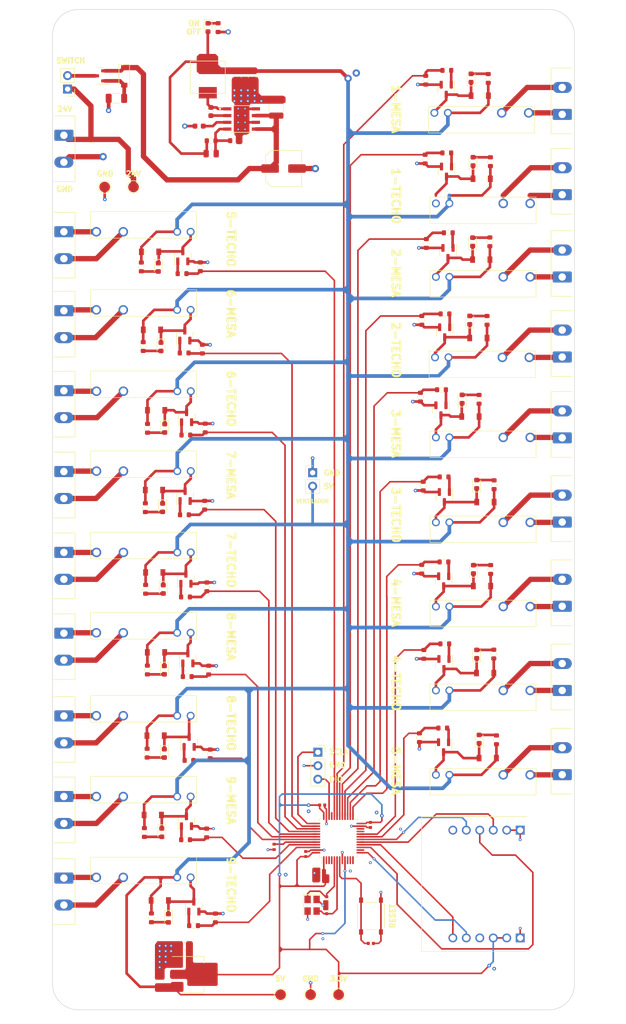
<source format=kicad_pcb>
(kicad_pcb (version 20211014) (generator pcbnew)
  (layers (0 "F.Cu" signal) (1 "In1.Cu" power) (2 "In2.Cu" power) (31 "B.Cu" signal) (34 "B.Paste" user) (35 "F.Paste" user) (36 "B.SilkS" user "B.Silkscreen") (37 "F.SilkS" user "F.Silkscreen") (38 "B.Mask" user) (39 "F.Mask" user) (44 "Edge.Cuts" user))
  (net 0 "")
  (net 1 "GND")
  (net 2 "Net-(C102-Pad1)")
  (net 3 "/POWER/SW")
  (net 4 "Net-(C103-Pad2)")
  (net 5 "+5V")
  (net 6 "/POWER/FB")
  (net 7 "+3V3")
  (net 8 "/MCU/NRST")
  (net 9 "/MCU/HSE_IN")
  (net 10 "/MCU/HSE_OUT")
  (net 11 "/POWER/V_INPUT")
  (net 12 "+24V")
  (net 13 "Net-(D101-Pad2)")
  (net 14 "Net-(D102-Pad1)")
  (net 15 "Net-(D301-Pad2)")
  (net 16 "Net-(D302-Pad2)")
  (net 17 "Net-(D305-Pad2)")
  (net 18 "Net-(D308-Pad2)")
  (net 19 "Net-(D311-Pad2)")
  (net 20 "Net-(D314-Pad2)")
  (net 21 "Net-(D317-Pad2)")
  (net 22 "Net-(D320-Pad2)")
  (net 23 "Net-(D323-Pad2)")
  (net 24 "Net-(D326-Pad2)")
  (net 25 "Net-(D329-Pad2)")
  (net 26 "Net-(D304-Pad2)")
  (net 27 "Net-(D402-Pad2)")
  (net 28 "Net-(D405-Pad2)")
  (net 29 "Net-(D408-Pad2)")
  (net 30 "Net-(D411-Pad2)")
  (net 31 "Net-(D414-Pad2)")
  (net 32 "Net-(D417-Pad2)")
  (net 33 "Net-(D420-Pad2)")
  (net 34 "Net-(D423-Pad2)")
  (net 35 "/MCU/ETH_MOSI")
  (net 36 "/MCU/ETH_SCK")
  (net 37 "/MCU/ETH_CS")
  (net 40 "/MCU/ETH_RST")
  (net 41 "/MCU/ETH_MISO")
  (net 42 "/POWER/switch")
  (net 43 "/MCU/SCLK")
  (net 44 "/MCU/SWDIO")
  (net 45 "Net-(Q300-Pad1)")
  (net 46 "Net-(Q301-Pad1)")
  (net 47 "Net-(Q302-Pad1)")
  (net 48 "Net-(Q303-Pad1)")
  (net 49 "Net-(Q304-Pad1)")
  (net 50 "Net-(Q305-Pad1)")
  (net 51 "Net-(Q306-Pad1)")
  (net 52 "Net-(Q307-Pad1)")
  (net 53 "Net-(Q308-Pad1)")
  (net 54 "Net-(Q309-Pad1)")
  (net 55 "Net-(Q400-Pad1)")
  (net 56 "Net-(Q401-Pad1)")
  (net 57 "Net-(Q402-Pad1)")
  (net 58 "Net-(Q403-Pad1)")
  (net 59 "Net-(Q404-Pad1)")
  (net 60 "Net-(Q405-Pad1)")
  (net 61 "Net-(Q406-Pad1)")
  (net 62 "Net-(Q407-Pad1)")
  (net 63 "/MCU/BOOT0")
  (net 72 "Net-(D307-Pad2)")
  (net 73 "Net-(D310-Pad2)")
  (net 74 "Net-(D313-Pad2)")
  (net 75 "Net-(D316-Pad2)")
  (net 76 "Net-(D319-Pad2)")
  (net 77 "Net-(D322-Pad2)")
  (net 78 "Net-(D325-Pad2)")
  (net 79 "Net-(D328-Pad2)")
  (net 80 "Net-(D401-Pad2)")
  (net 81 "Net-(D404-Pad2)")
  (net 82 "Net-(D407-Pad2)")
  (net 83 "Net-(D410-Pad2)")
  (net 84 "Net-(D413-Pad2)")
  (net 85 "Net-(D416-Pad2)")
  (net 86 "Net-(D419-Pad2)")
  (net 87 "Net-(D422-Pad2)")
  (net 88 "Net-(J300-Pad1)")
  (net 89 "Net-(J300-Pad2)")
  (net 90 "Net-(J301-Pad1)")
  (net 91 "Net-(J301-Pad2)")
  (net 92 "Net-(J302-Pad1)")
  (net 93 "Net-(J302-Pad2)")
  (net 94 "Net-(J303-Pad1)")
  (net 95 "Net-(J303-Pad2)")
  (net 96 "Net-(J304-Pad1)")
  (net 97 "Net-(J304-Pad2)")
  (net 98 "Net-(J305-Pad1)")
  (net 99 "Net-(J305-Pad2)")
  (net 100 "Net-(J306-Pad1)")
  (net 101 "Net-(J306-Pad2)")
  (net 102 "Net-(J307-Pad1)")
  (net 103 "Net-(J307-Pad2)")
  (net 104 "Net-(J308-Pad1)")
  (net 105 "Net-(J308-Pad2)")
  (net 106 "Net-(J309-Pad1)")
  (net 107 "Net-(J309-Pad2)")
  (net 108 "Net-(J400-Pad1)")
  (net 109 "Net-(J400-Pad2)")
  (net 110 "Net-(J401-Pad1)")
  (net 111 "Net-(J401-Pad2)")
  (net 112 "Net-(J402-Pad1)")
  (net 113 "Net-(J402-Pad2)")
  (net 114 "Net-(J403-Pad1)")
  (net 115 "Net-(J403-Pad2)")
  (net 116 "Net-(J404-Pad1)")
  (net 117 "Net-(J404-Pad2)")
  (net 118 "Net-(J405-Pad1)")
  (net 119 "Net-(J405-Pad2)")
  (net 120 "Net-(J406-Pad1)")
  (net 121 "Net-(J406-Pad2)")
  (net 122 "Net-(J407-Pad1)")
  (net 123 "Net-(J407-Pad2)")
  (net 124 "1_MESA")
  (net 125 "1_TECHO")
  (net 126 "2_MESA")
  (net 127 "2_TECHO")
  (net 128 "3_MESA")
  (net 129 "3_TECHO")
  (net 130 "4_MESA")
  (net 131 "4_TECHO")
  (net 132 "5_MESA")
  (net 133 "5_TECHO")
  (net 134 "6_MESA")
  (net 135 "6_TECHO")
  (net 136 "7_MESA")
  (net 137 "7_TECHO")
  (net 138 "8_MESA")
  (net 139 "8_TECHO")
  (net 140 "9_MESA")
  (net 141 "9_TECHO")
  (footprint "HF49FD_005-1H11F:HF49FD0051H11F" (layer "F.Cu") (at 105.791 166.6088)
    (fp_text reference "K305" hide)
    (fp_text value "HF49FD/005-1H12T" hide)
  )
  (footprint "Capacitor_SMD:C_0805_2012Metric" (layer "F.Cu") (at 113.4872 226.6188 180)
    (fp_text reference "C108" hide)
    (fp_text value "10u")
  )
  (footprint "TestPoint:TestPoint_Pad_D2.0mm" (layer "F.Cu") (at 142.5956 235.7882)
    (fp_text reference "TP103" hide)
    (fp_text value "TestPoint")
  )
  (footprint "Resistor_SMD:R_0603_1608Metric" (layer "F.Cu") (at 158.9024 78.2574 90)
    (fp_text reference "R402" hide)
    (fp_text value "10K")
  )
  (footprint "Connector_Phoenix_MSTB:PhoenixContact_MSTBA_2,5_2-G-5,08_1x02_P5.08mm_Horizontal" (layer "F.Cu") (at 184.7596 115.57 90)
    (fp_text reference "J402" hide)
    (fp_text value "MESA_OUTPUT")
  )
  (footprint "MountingHole:MountingHole_3.2mm_M3" (layer "F.Cu") (at 181.8386 233.1466)
    (fp_text reference "H3" hide)
    (fp_text value "MountingHole")
  )
  (footprint "Resistor_SMD:R_0603_1608Metric" (layer "F.Cu") (at 106.1974 159.3596 90)
    (fp_text reference "R312" hide)
    (fp_text value "1k")
  )
  (footprint "Jose_:SOD_123FL" (layer "F.Cu") (at 169.5704 81.9658 180)
    (fp_text reference "D401" hide)
    (fp_text value "SM4007PL")
  )
  (footprint "HF49FD_005-1H11F:HF49FD0051H11F" (layer "F.Cu") (at 169.8298 163.5658 180)
    (fp_text reference "K405" hide)
    (fp_text value "HF49FD/005-1H12T" hide)
  )
  (footprint "Connector_Phoenix_MSTB:PhoenixContact_MSTBA_2,5_2-G-5,08_1x02_P5.08mm_Horizontal" (layer "F.Cu") (at 90.7796 183.2356 -90)
    (fp_text reference "J306" hide)
    (fp_text value "MESA_OUTPUT")
  )
  (footprint "HF49FD_005-1H11F:HF49FD0051H11F" (layer "F.Cu") (at 169.8298 87.563786 180)
    (fp_text reference "K400" hide)
    (fp_text value "HF49FD/005-1H12T" hide)
  )
  (footprint "Package_TO_SOT_SMD:SOT-23" (layer "F.Cu") (at 161.8902 125.603 -90)
    (fp_text reference "Q403" hide)
    (fp_text value "MMBT3904")
  )
  (footprint "Resistor_SMD:R_0603_1608Metric" (layer "F.Cu") (at 162.9986 61.529)
    (fp_text reference "R328" hide)
    (fp_text value "1K")
  )
  (footprint "Package_TO_SOT_SMD:SOT-23" (layer "F.Cu") (at 114.4016 188.1378 90)
    (fp_text reference "Q306" hide)
    (fp_text value "MMBT3904")
  )
  (footprint "Resistor_SMD:R_0603_1608Metric" (layer "F.Cu") (at 113.4618 114.808 180)
    (fp_text reference "R304" hide)
    (fp_text value "1K")
  )
  (footprint "Resistor_SMD:R_0603_1608Metric" (layer "F.Cu") (at 163.2712 92.1512)
    (fp_text reference "R404" hide)
    (fp_text value "1K")
  )
  (footprint "LED_SMD:LED_0603_1608Metric" (layer "F.Cu") (at 109.2454 205.232 -90)
    (fp_text reference "D323" hide)
    (fp_text value "LED_DOOR")
  )
  (footprint "Capacitor_SMD:C_0603_1608Metric" (layer "F.Cu") (at 116.2812 72.0344)
    (fp_text reference "C103" hide)
    (fp_text value "2.2u")
  )
  (footprint "TestPoint:TestPoint_Pad_D2.0mm" (layer "F.Cu") (at 137.3124 235.7882)
    (fp_text reference "TP101" hide)
    (fp_text value "TestPoint")
  )
  (footprint "Package_TO_SOT_SMD:SOT-23" (layer "F.Cu") (at 114.1628 172.3921 90)
    (fp_text reference "Q305" hide)
    (fp_text value "MMBT3904")
  )
  (footprint "Resistor_SMD:R_0603_1608Metric" (layer "F.Cu") (at 106.553 129.0066 90)
    (fp_text reference "R306" hide)
    (fp_text value "1k")
  )
  (footprint "Connector_Phoenix_MSTB:PhoenixContact_MSTBA_2,5_2-G-5,08_1x02_P5.08mm_Horizontal" (layer "F.Cu") (at 90.7796 213.807 -90)
    (fp_text reference "J308" hide)
    (fp_text value "MESA_OUTPUT")
  )
  (footprint "Resistor_SMD:R_0402_1005Metric" (layer "F.Cu") (at 130.429 207.9244 -90)
    (fp_text reference "R200" hide)
    (fp_text value "10k")
  )
  (footprint "Jose_:SOD_123FL" (layer "F.Cu") (at 108.8644 218.0214)
    (fp_text reference "D325" hide)
    (fp_text value "SM4007PL")
  )
  (footprint "Jose_:SOD_123FL" (layer "F.Cu") (at 107.7722 140.6398)
    (fp_text reference "D310" hide)
    (fp_text value "SM4007PL")
  )
  (footprint "LED_SMD:LED_0603_1608Metric" (layer "F.Cu") (at 167.8686 93.853 90)
    (fp_text reference "D405" hide)
    (fp_text value "LED_DOOR")
  )
  (footprint "Jose_:SOD_123FL" (layer "F.Cu") (at 169.2094 66.3042 180)
    (fp_text reference "D328" hide)
    (fp_text value "SM4007PL")
  )
  (footprint "Capacitor_SMD:C_0402_1005Metric" (layer "F.Cu") (at 148.6708 226.1198)
    (fp_text reference "C205" hide)
    (fp_text value "100n")
  )
  (footprint "Connector_Phoenix_MSTB:PhoenixContact_MSTBA_2,5_2-G-5,08_1x02_P5.08mm_Horizontal" (layer "F.Cu") (at 184.7596 84.963 90)
    (fp_text reference "J400" hide)
    (fp_text value "MESA_OUTPUT")
  )
  (footprint "Resistor_SMD:R_0603_1608Metric" (layer "F.Cu") (at 162.6494 107.442)
    (fp_text reference "R407" hide)
    (fp_text value "1K")
  )
  (footprint "Capacitor_SMD:C_0402_1005Metric" (layer "F.Cu") (at 136.398 209.2706 90)
    (fp_text reference "C201" hide)
    (fp_text value "100n")
  )
  (footprint "Resistor_SMD:R_0603_1608Metric" (layer "F.Cu") (at 113.792 130.2766 180)
    (fp_text reference "R307" hide)
    (fp_text value "1K")
  )
  (footprint "Package_TO_SOT_SMD:SOT-223-3_TabPin2" (layer "F.Cu") (at 115.2906 232.0036)
    (fp_text reference "U101" hide)
    (fp_text value "AMS1117-3.3")
  )
  (footprint "Capacitor_SMD:C_0805_2012Metric" (layer "F.Cu") (at 108.839 233.3498 90)
    (fp_text reference "C107" hide)
    (fp_text value "10u")
  )
  (footprint "LED_SMD:LED_0603_1608Metric" (layer "F.Cu") (at 168.6306 139.5476 90)
    (fp_text reference "D414" hide)
    (fp_text value "LED_DOOR")
  )
  (footprint "Package_TO_SOT_SMD:SOT-23" (layer "F.Cu") (at 115.2906 219.1898 90)
    (fp_text reference "Q308" hide)
    (fp_text value "MMBT3904")
  )
  (footprint "Connector_Phoenix_MSTB:PhoenixContact_MSTBA_2,5_2-G-5,08_1x02_P5.08mm_Horizontal" (layer "F.Cu") (at 184.7596 146.685 90)
    (fp_text reference "J404" hide)
    (fp_text value "MESA_OUTPUT")
  )
  (footprint "Resistor_SMD:R_0603_1608Metric" (layer "F.Cu") (at 118.0846 174.5996 -90)
    (fp_text reference "R317" hide)
    (fp_text value "10K")
  )
  (footprint "LED_SMD:LED_0603_1608Metric" (layer "F.Cu") (at 109.8042 129.0066 -90)
    (fp_text reference "D308" hide)
    (fp_text value "LED_DOOR")
  )
  (footprint "HF49FD_005-1H11F:HF49FD0051H11F" (layer "F.Cu") (at 105.791 91.0082)
    (fp_text reference "K300" hide)
    (fp_text value "HF49FD/005-1H12T" hide)
  )
  (footprint "Resistor_SMD:R_0603_1608Metric" (layer "F.Cu") (at 162.9918 77.089)
    (fp_text reference "R401" hide)
    (fp_text value "1K")
  )
  (footprint "Crystal:Crystal_SMD_3225-4Pin_3.2x2.5mm" (layer "F.Cu") (at 137.5918 218.9304 -90)
    (fp_text reference "Y200" hide)
    (fp_text value "16MHz")
  )
  (footprint "Resistor_SMD:R_0603_1608Metric" (layer "F.Cu") (at 106.5276 174.5742 90)
    (fp_text reference "R315" hide)
    (fp_text value "1k")
  )
  (footprint "HF49FD_005-1H11F:HF49FD0051H11F" (layer "F.Cu") (at 105.791 105.73)
    (fp_text reference "K301" hide)
    (fp_text value "HF49FD/005-1H12T" hide)
  )
  (footprint "Capacitor_SMD:C_0402_1005Metric" (layer "F.Cu") (at 139.4968 200.0504)
    (fp_text reference "C203" hide)
    (fp_text value "100n")
  )
  (footprint "Connector_Phoenix_MSTB:PhoenixContact_MSTBA_2,5_2-G-5,08_1x02_P5.08mm_Horizontal" (layer "F.Cu") (at 184.7596 162.56 90)
    (fp_text reference "J405" hide)
    (fp_text value "TECHO_OUTPUT")
  )
  (footprint "Package_TO_SOT_SMD:SOT-23" (layer "F.Cu") (at 162.4584 173.4312 -90)
    (fp_text reference "Q406" hide)
    (fp_text value "MMBT3904")
  )
  (footprint "Resistor_SMD:R_0603_1608Metric" (layer "F.Cu") (at 119.3546 221.3234 -90)
    (fp_text reference "R326" hide)
    (fp_text value "10K")
  )
  (footprint "Connector_Phoenix_MSTB:PhoenixContact_MSTBA_2,5_2-G-5,08_1x02_P5.08mm_Horizontal" (layer "F.Cu") (at 90.7796 152.4 -90)
    (fp_text reference "J304" hide)
    (fp_text value "MESA_OUTPUT")
  )
  (footprint "Resistor_SMD:R_0603_1608Metric" (layer "F.Cu") (at 114.046 175.8188 180)
    (fp_text reference "R316" hide)
    (fp_text value "1K")
  )
  (footprint "Resistor_SMD:R_0603_1608Metric" (layer "F.Cu") (at 159.024 63.373 90)
    (fp_text reference "R329" hide)
    (fp_text value "10K")
  )
  (footprint "HF49FD_005-1H11F:HF49FD0051H11F" (layer "F.Cu") (at 169.8298 101.412 180)
    (fp_text reference "K401" hide)
    (fp_text value "HF49FD/005-1H12T" hide)
  )
  (footprint "Resistor_SMD:R_0603_1608Metric" (layer "F.Cu") (at 162.2298 185.5216)
    (fp_text reference "R422" hide)
    (fp_text value "1K")
  )
  (footprint "Capacitor_SMD:C_0402_1005Metric" (layer "F.Cu") (at 140.335 220.0402 90)
    (fp_text reference "C207" hide)
    (fp_text value "10p")
  )
  (footprint "LED_SMD:LED_0603_1608Metric" (layer "F.Cu") (at 168.021 155.6004 90)
    (fp_text reference "D417" hide)
    (fp_text value "LED_DOOR")
  )
  (footprint "Resistor_SMD:R_1206_3216Metric" (layer "F.Cu") (at 100.6856 66.802 180)
    (fp_text reference "R100" hide)
    (fp_text value "100K")
  )
  (footprint "HF49FD_005-1H11F:HF49FD0051H11F" (layer "F.Cu") (at 169.8298 195.2904 180)
    (fp_text reference "K407" hide)
    (fp_text value "HF49FD/005-1H12T" hide)
  )
  (footprint "TestPoint:TestPoint_Pad_D2.0mm" (layer "F.Cu") (at 98.4758 83.5152)
    (fp_text reference "TP104" hide)
    (fp_text value "TestPoint")
  )
  (footprint "Resistor_SMD:R_0603_1608Metric" (layer "F.Cu") (at 158.5468 139.9032 90)
    (fp_text reference "R414" hide)
    (fp_text value "10K")
  )
  (footprint "Resistor_SMD:R_0603_1608Metric" (layer "F.Cu") (at 107.2896 221.298 90)
    (fp_text reference "R324" hide)
    (fp_text value "1k")
  )
  (footprint "Resistor_SMD:R_0603_1608Metric" (layer "F.Cu") (at 105.9688 205.2066 90)
    (fp_text reference "R321" hide)
    (fp_text value "1k")
  )
  (footprint "LED_SMD:LED_0603_1608Metric" (layer "F.Cu") (at 169.0878 187.6044 90)
    (fp_text reference "D423" hide)
    (fp_text value "LED_DOOR")
  )
  (footprint "LED_SMD:LED_0603_1608Metric" (layer "F.Cu") (at 109.728 174.5996 -90)
    (fp_text reference "D317" hide)
    (fp_text value "LED_DOOR")
  )
  (footprint "LED_SMD:LED_0603_1608Metric" (layer "F.Cu") (at 167.5638 62.9666 90)
    (fp_text reference "D329" hide)
    (fp_text value "LED_DOOR")
  )
  (footprint "Connector_Phoenix_MSTB:PhoenixContact_MSTBA_2,5_2-G-5,08_1x02_P5.08mm_Horizontal" (layer "F.Cu") (at 184.7596 194.31 90)
    (fp_text reference "J407" hide)
    (fp_text value "TECHO_OUTPUT")
  )
  (footprint "Resistor_SMD:R_0603_1608Metric" (layer "F.Cu") (at 105.7402 113.5888 90)
    (fp_text reference "R303" hide)
    (fp_text value "1k")
  )
  (footprint "Package_TO_SOT_SMD:SOT-23" (layer "F.Cu") (at 162.5986 110.8964 -90)
    (fp_text reference "Q402" hide)
    (fp_text value "MMBT3904")
  )
  (footprint "Resistor_SMD:R_0603_1608Metric" (layer "F.Cu") (at 118.364 190.3984 -90)
    (fp_text reference "R320" hide)
    (fp_text value "10K")
  )
  (footprint "LED_SMD:LED_0603_1608Metric" (layer "F.Cu") (at 109.093 113.6396 -90)
    (fp_text reference "D305" hide)
    (fp_text value "LED_DOOR")
  )
  (footprint "LED_SMD:LED_0603_1608Metric" (layer "F.Cu") (at 165.878 123.4948 90)
    (fp_text reference "D411" hide)
    (fp_text value "LED_DOOR")
  )
  (footprint "Capacitor_SMD:C_0805_2012Metric" (layer "F.Cu") (at 123.508 62.611 -90)
    (fp_text reference "C106" hide)
    (fp_text value "22u")
  )
  (footprint "HF49FD_005-1H11F:HF49FD0051H11F" (layer "F.Cu") (at 105.8164 151.4602)
    (fp_text reference "K304" hide)
    (fp_text value "HF49FD/005-1H12T" hide)
  )
  (footprint "Jose_:SOD_123FL" (layer "F.Cu") (at 168.9486 111.9886 180)
    (fp_text reference "D407" hide)
    (fp_text value "SM4007PL")
  )
  (footprint "Resistor_SMD:R_0603_1608Metric" (layer "F.Cu") (at 117.4242 128.9558 -90)
    (fp_text reference "R308" hide)
    (fp_text value "10K")
  )
  (footprint "Resistor_SMD:R_0603_1608Metric" (layer "F.Cu") (at 170.5864 108.6612 -90)
    (fp_text reference "R406" hide)
    (fp_text value "1k")
  )
  (footprint "LED_SMD:LED_0603_1608Metric" (layer "F.Cu") (at 110.49 221.3742 -90)
    (fp_text reference "D326" hide)
    (fp_text value "LED_DOOR")
  )
  (footprint "Jose_:SOD_123FL" (layer "F.Cu") (at 108.077 186.944)
    (fp_text reference "D319" hide)
    (fp_text value "SM4007PL")
  )
  (footprint "Jose_:SOD_123FL" (layer "F.Cu") (at 108.1786 125.603)
    (fp_text reference "D307" hide)
    (fp_text value "SM4007PL")
  )
  (footprint "Resistor_SMD:R_0603_1608Metric" (layer "F.Cu") (at 116.8908 114.0714 -90)
    (fp_text reference "R305" hide)
    (fp_text value "10K")
  )
  (footprint "HF49FD_005-1H11F:HF49FD0051H11F" (layer "F.Cu") (at 169.8298 131.6736 180)
    (fp_text reference "K403" hide)
    (fp_text value "HF49FD/005-1H12T" hide)
  )
  (footprint "Capacitor_SMD:C_0805_2012Metric" (layer "F.Cu") (at 118.555 77.216)
    (fp_text reference "C104" hide)
    (fp_text value "18p")
  )
  (footprint "TestPoint:TestPoint_Pad_D2.0mm" (layer "F.Cu") (at 131.6482 235.7882)
    (fp_text reference "TP102" hide)
    (fp_text value "TestPoint")
  )
  (footprint "Resistor_SMD:R_0603_1608Metric" (layer "F.Cu") (at 158.0294 123.1392 90)
    (fp_text reference "R411" hide)
    (fp_text value "10K")
  )
  (footprint "Diode_SMD:D_SOD-123" (layer "F.Cu") (at 102.1588 62.6618 -90)
    (fp_text reference "D101" hide)
    (fp_text value "MMSZ4697T1G")
  )
  (footprint "Connector_Phoenix_MSTB:PhoenixContact_MSTBA_2,5_2-G-5,08_1x02_P5.08mm_Horizontal" (layer "F.Cu") (at 184.7596 69.8244 90)
    (fp_text reference "J309" hide)
    (fp_text value "TECHO_OUTPUT")
  )
  (footprint "Jose_:SOD_123FL" (layer "F.Cu") (at 167.4528 126.7968 180)
    (fp_text reference "D410" hide)
    (fp_text value "SM4007PL")
  )
  (footprint "Resistor_SMD:R_0603_1608Metric" (layer "F.Cu") (at 171.2628 155.6258 -90)
    (fp_text reference "R415" hide)
    (fp_text value "1k")
  )
  (footprint "Resistor_SMD:R_0603_1608Metric" (layer "F.Cu") (at 119.8626 53.467 90)
    (fp_text reference "R103" hide)
    (fp_text value "1k")
  )
  (footprint "LED_SMD:LED_0603_1608Metric" (layer "F.Cu") (at 168.6306 171.577 90)
    (fp_text reference "D420" hide)
    (fp_text value "LED_DOOR")
  )
  (footprint "Capacitor_SMD:C_0805_2012Metric" (layer "F.Cu") (at 126.302 62.611 -90)
    (fp_text reference "C105" hide)
    (fp_text value "22u")
  )
  (footprint "Resistor_SMD:R_0603_1608Metric" (layer "F.Cu") (at 106.1466 143.9672 90)
    (fp_text reference "R309" hide)
    (fp_text value "1k")
  )
  (footprint "HF49FD_005-1H11F:HF49FD0051H11F" (layer "F.Cu") (at 169.6652 116.586 180)
    (fp_text reference "K402" hide)
    (fp_text value "HF49FD/005-1H12T" hide)
  )
  (footprint "Connector_Phoenix_MSTB:PhoenixContact_MSTBA_2,5_2-G-5,08_1x02_P5.08mm_Horizontal" (layer "F.Cu") (at 184.7596 100.4824 90)
    (fp_text reference "J401" hide)
    (fp_text value "TECHO_OUTPUT")
  )
  (footprint "Capacitor_SMD:C_0603_1608Metric" (layer "F.Cu") (at 139.319 213.9696 180)
    (fp_text reference "C200" hide)
    (fp_text value "10u")
  )
  (footprint "LED_SMD:LED_0603_1608Metric" (layer "F.Cu") (at 109.5248 159.3596 -90)
    (fp_text reference "D314" hide)
    (fp_text value "LED_DOOR")
  )
  (footprint "Package_TO_SOT_SMD:SOT-23" (layer "F.Cu") (at 113.919 126.9238 90)
    (fp_text reference "Q302" hide)
    (fp_text value "MMBT3904")
  )
  (footprint "LED_SMD:LED_0603_1608Metric" (layer "F.Cu") (at 167.9448 78.6892 90)
    (fp_text reference "D402" hide)
    (fp_text value "LED_DOOR")
  )
  (footprint "Package_QFP:LQFP-48_7x7mm_P0.5mm" (layer "F.Cu") (at 142.5448 206.2734 90)
    (fp_text reference "U200" hide)
    (fp_text value "STM32F103C8Tx")
  )
  (footprint "WIZ850:WIZ850IO" (layer "F.Cu") (at 172.085 214.63 -90)
    (fp_text reference "H100" hide)
    (fp_text value "WIZ850IO")
  )
  (footprint "Package_TO_SOT_SMD:SOT-23" (layer "F.Cu") (at 162.5346 141.9606 -90)
    (fp_text reference "Q404" hide)
    (fp_text value "MMBT3904")
  )
  (footprint "Resistor_SMD:R_0603_1608Metric" (layer "F.Cu") (at 171.9072 139.6492 -90)
    (fp_text reference "R412" hide)
    (fp_text value "1k")
  )
  (footprint "Jose_:SWITCH_SMD" (layer "F.Cu") (at 148.6962 220.9636 -90)
    (fp_text reference "S200" hide)
    (fp_text value "TS-1187A-B-A-B")
  )
  (footprint "Capacitor_SMD:C_0402_1005Metric" (layer "F.Cu") (at 140.335 217.805 -90)
    (fp_text reference "C206" hide)
    (fp_text value "10p")
  )
  (footprint "HF49FD_005-1H11F:HF49FD0051H11F" (layer "F.Cu") (at 169.8298 179.3748 180)
    (fp_text reference "K406" hide)
    (fp_text value "HF49FD/005-1H12T" hide)
  )
  (footprint "Resistor_SMD:R_0603_1608Metric" (layer "F.Cu") (at 114.3762 191.6176 180)
    (fp_text reference "R319" hide)
    (fp_text value "1K")
  )
  (footprint "Resistor_SMD:R_0603_1608Metric" (layer "F.Cu") (at 118.555 74.803)
    (fp_text reference "R101" hide)
    (fp_text value "88.7K")
  )
  (footprint "Connector_Phoenix_MSTB:PhoenixContact_MSTBA_2,5_2-G-5,08_1x02_P5.08mm_Horizontal" (layer "F.Cu") (at 90.7796 137.16 -90)
    (fp_text reference "J303" hide)
    (fp_text value "TECHO_OUTPUT")
  )
  (footprint "Package_TO_SOT_SMD:SOT-23" (layer "F.Cu") (at 162.8848 65.1612 -90)
    (fp_text reference "Q309" hide)
    (fp_text value "MMBT3904")
  )
  (footprint "MountingHole:MountingHole_3.2mm_M3" (layer "F.Cu") (at 181.8386 54.9402)
    (fp_text reference "H2" hide)
    (fp_text value "MountingHole")
  )
  (footprint "Jose_:SOD_123FL" (layer "F.Cu") (at 95.885 76.1746 -90)
    (fp_text reference "D100" hide)
    (fp_text value "SMF24A-TP")
  )
  (footprint "Resistor_SMD:R_0603_1608Metric" (layer "F.Cu") (at 158.2806 108.6612 90)
    (fp_text reference "R408" hide)
    (fp_text value "10K")
  )
  (footprint "Resistor_SMD:R_0603_1608Metric" (layer "F.Cu") (at 105.3846 98.5773 90)
    (fp_text reference "R300" hide)
    (fp_text value "1k")
  )
  (footprint "Resistor_SMD:R_0603_1608Metric" (layer "F.Cu") (at 113.728 206.5782 180)
    (fp_text reference "R322" hide)
    (fp_text value "1K")
  )
  (footprint "Resistor_SMD:R_0603_1608Metric" (layer "F.Cu") (at 171.8564 171.577 -90)
    (fp_text reference "R418" hide)
    (fp_text value "1k")
  )
  (footprint "Resistor_SMD:R_0603_1608Metric" (layer "F.Cu") (at 117.7544 158.9024 -90)
    (fp_text reference "R314" hide)
    (fp_text value "10K")
  )
  (footprint "Resistor_SMD:R_0603_1608Metric" (layer "F.Cu") (at 117.7036 205.3082 -90)
    (fp_text reference "R323" hide)
    (fp_text value "10K")
  )
  (footprint "HF49FD_005-1H11F:HF49FD0051H11F" (layer "F.Cu") (at 105.791 182.245)
    (fp_text reference "K306" hide)
    (fp_text value "HF49FD/005-1H12T" hide)
  )
  (footprint "Resistor_SMD:R_0603_1608Metric" (layer "F.Cu") (at 171.1198 93.853 -90)
    (fp_text reference "R403" hide)
    (fp_text value "1k")
  )
  (footprint "HF49FD_005-1H11F:HF49FD0051H11F" (layer "F.Cu") (at 105.791 212.725)
    (fp_text reference "K308" hide)
    (fp_text value "HF49FD/005-1H12T" hide)
  )
  (footprint "Jose_:SOD_123FL" (layer "F.Cu") (at 107.823 156.1846)
    (fp_text reference "D313" hide)
    (fp_text value "SM4007PL")
  )
  (footprint "Connector_PinSocket_2.54mm:PinSocket_1x03_P2.54mm_Vertical" (layer "F.Cu") (at 138.6836 190.0832)
    (fp_text reference "J200" hide)
    (fp_text value "Serial Wire Debug")
  )
  (footprint "Jose_:SOD_123FL" (layer "F.Cu") (at 170.2816 142.9258 180)
    (fp_text reference "D413" hide)
    (fp_text value "SM4007PL")
  )
  (footprint "Jose_:SOD_123FL" (layer "F.Cu") (at 107.5436 201.9046)
    (fp_text reference "D322" hide)
    (fp_text value "SM4007PL")
  )
  (footprint "Resistor_SMD:R_0603_1608Metric" (layer "F.Cu") (at 162.6108 169.6466)
    (fp_text reference "R419" hide)
    (fp_text value "1K")
  )
  (footprint "LED_SMD:LED_0603_1608Metric" (layer "F.Cu") (at 109.3978 143.9672 -90)
    (fp_text reference "D311" hide)
    (fp_text value "LED_DOOR")
  )
  (footprint "Resistor_SMD:R_0603_1608Metric" (layer "F.Cu") (at 161.9918 121.7422)
    (fp_text reference "R410" hide)
    (fp_text value "1K")
  )
  (footprint "Resistor_SMD:R_0603_1608Metric" (layer "F.Cu") (at 169.0784 123.5456 -90)
    (fp_text reference "R409" hide)
    (fp_text value "1k")
  )
  (footprint "Resistor_SMD:R_0603_1608Metric" (layer "F.Cu") (at 162.4584 154.2034)
    (fp_text reference "R416" hide)
    (fp_text value "1K")
  )
  (footprint "Jose_:SMD_I_6.6x7.1mm" (layer "F.Cu") (at 117.92 62.8142 90)
    (fp_text reference "L100" hide)
    (fp_text value "3.3u")
  )
  (footprint "TestPoint:TestPoint_Pad_D2.0mm" (layer "F.Cu") (at 103.9114 83.5152)
    (fp_text reference "TP100" hide)
    (fp_text value "TestPoint")
  )
  (footprint "HF49FD_005-1H11F:HF49FD0051H11F" (layer "F.Cu") (at 105.791 197.485)
    (fp_text reference "K307" hide)
    (fp_text value "HF49FD/005-1H12T" hide)
  )
  (footprint "Capacitor_SMD:C_Elec_6.3x7.7" (layer "F.Cu") (at 132.207 80.0354)
    (fp_text reference "C100" hide)
    (fp_text value "47u")
  )
  (footprint "Capacitor_SMD:C_0603_1608Metric" (layer "F.Cu") (at 118.5042 69.2912 90)
    (fp_text reference "C102" hide)
    (fp_text value "0.47u")
  )
  (footprint "Package_TO_SOT_SMD:SOT-23" (layer "F.Cu") (at 113.8936 203.0984 90)
    (fp_text reference "Q307" hide)
    (fp_text value "MMBT3904")
  )
  (footprint "MountingHole:MountingHole_3.2mm_M3" (layer "F.Cu") (at 93.3958 54.9402)
    (fp_text reference "H1" hide)
    (fp_text value "MountingHole")
  )
  (footprint "HF49FD_005-1H11F:HF49FD0051H11F" (layer "F.Cu") (at 169.545 70.485 180)
    (fp_text reference "K309" hide)
    (fp_text value "HF49FD/005-1H12T" hide)
  )
  (footprint "LMR23625:VREG_LM5017MR_NOPB" (layer "F.Cu") (at 124.2954 70.6882)
    (fp_text reference "U100" hide)
    (fp_text value "LMR23625CFDDA")
  )
  (footprint "Resistor_SMD:R_0603_1608Metric" (layer "F.Cu") (at 106.4768 190.246 90)
    (fp_text reference "R318" hide)
    (fp_text value "1k")
  )
  (footprint "Package_TO_SOT_SMD:SOT-23" (layer "F.Cu") (at 162.4076 157.8356 -90)
    (fp_text reference "Q405" hide)
    (fp_text value "MMBT3904")
  )
  (footprint "Jose_:SOD_123FL" (layer "F.Cu") (at 169.6372 158.75 180)
    (fp_text reference "D416" hide)
    (fp_text value "SM4007PL")
  )
  (footprint "Resistor_SMD:R_0603_1608Metric" (layer "F.Cu") (at 170.8096 63.053 -90)
    (fp_text reference "R327" hide)
    (fp_text value "1k")
  )
  (footprint "Resistor_SMD:R_0603_1608Metric" (layer "F.Cu") (at 116.5098 98.552 -90)
    (fp_text reference "R302" hide)
    (fp_text value "10K")
  )
  (footprint "Connector_PinHeader_2.54mm:PinHeader_1x02_P2.54mm_Vertical" (layer "F.Cu") (at 137.6934 137.3836)
    (fp_text reference "J102" hide)
    (fp_text value "FAN VOLTAGE")
  )
  (footprint "Resistor_SMD:R_0603_1608Metric" (layer "F.Cu") (at 122.9746 74.7776)
    (fp_text reference "R102" hide)
    (fp_text value "22.1K")
  )
  (footprint "Resistor_SMD:R_0603_1608Metric" (layer "F.Cu") (at 158.2674 155.575 90)
    (fp_text reference "R417" hide)
    (fp_text value "10K")
  )
  (footprint "Resistor_SMD:R_0603_1608Metric" (layer "F.Cu") (at 115.2398 222.7712 180)
    (fp_text reference "R325" hide)
    (fp_text value "1K")
  )
  (footprint "Connector_Phoenix_MSTB:PhoenixContact_MSTBA_2,5_2-G-5,08_1x02_P5.08mm_Horizontal" (layer "F.Cu") (at 90.7796 91.948 -90)
    (fp_text reference "J300" hide)
    (fp_text value "MESA_OUTPUT")
  )
  (footprint "Connector_Phoenix_MSTB:PhoenixContact_MSTBA_2,5_2-G-5,08_1x02_P5.08mm_Horizontal" (layer "F.Cu") (at 90.7796 106.8374 -90)
    (fp_text reference "J301" hide)
    (fp_text value "TECHO_OUTPUT")
  )
  (footprint "Resistor_SMD:R_0603_1608Metric" (layer "F.Cu") (at 159.131 94.1578 90)
    (fp_text reference "R405" hide)
    (fp_text value "10K")
  )
  (footprint "Connector_Phoenix_MSTB:PhoenixContact_MSTBA_2,5_2-G-5,08_1x02_P5.08mm_Horizontal" (layer "F.Cu") (at 90.7796 121.92 -90)
    (fp_text reference "J302" hide)
    (fp_text value "MESA_OUTPUT")
  )
  (footprint "LED_SMD:LED_0603_1608Metric" (layer "F.Cu") (at 117.9576 53.4416 -90)
    (fp_text reference "D102" hide)
    (fp_text value "GREEN")
  )
  (footprint "LED_SMD:LED_0603_1608Metric" (layer "F.Cu") (at 108.585 98.6535 -90)
    (fp_text reference "D302" hide)
    (fp_text value "LED_DOOR")
  )
  (footprint "Connector_Phoenix_MSTB:PhoenixContact_MSTBA_2,5_2-G-5,08_1x02_P5.08mm_Horizontal" (layer "F.Cu") (at 90.7796 198.4248 -90)
    (fp_text reference "J307" hide)
    (fp_text value "TECHO_OUTPUT")
  )
  (footprint "Capacitor_SMD:C_1210_3225Metric" (layer "F.Cu") (at 130.8354 68.58 90)
    (fp_text reference "C101" hide)
    (fp_text value "10u")
  )
  (footprint "LED_SMD:LED_0603_1608Metric" (layer "F.Cu") (at 167.323 108.6104 90)
    (fp_text reference "D408" hide)
    (fp_text value "LED_DOOR")
  )
  (footprint "Resistor_SMD:R_0603_1608Metric" (layer "F.Cu") (at 172.3644 187.7436 -90)
    (fp_text reference "R421" hide)
    (fp_text value "1k")
  )
  (footprint "Package_TO_SOT_SMD:SOT-23" (layer "F.Cu") (at 113.6396 141.7828 90)
    (fp_text reference "Q303" hide)
    (fp_text value "MMBT3904")
  )
  (footprint "Capacitor_SMD:C_0402_1005Metric" (layer "F.Cu") (at 148.59 203.7842 -90)
    (fp_text reference "C202" hide)
    (fp_text value "100n")
  )
  (footprint "Package_TO_SOT_SMD:SOT-23" (layer "F.Cu") (at 97.6122 62.5602 180)
    (fp_text reference "Q100" hide)
    (fp_text value "WST4045")
  )
  (footprint "MountingHole:MountingHole_3.2mm_M3" (layer "F.Cu") (at 93.3958 233.1466)
    (fp_text reference "H4" hide)
    (fp_text value "MountingHole")
  )
  (footprint "Jose_:SOD_123FL" (layer "F.Cu") (at 169.4942 97.2058 180)
    (fp_text reference "D404" hide)
    (fp_text value "SM4007PL")
  )
  (footprint "Connector_Phoenix_MSTB:PhoenixContact_MSTBA_2,5_2-G-5,08_1x02_P5.08mm_Horizontal" (layer "F.Cu") (at 90.7796 167.64 -90)
    (fp_text reference "J305" hide)
    (fp_text value "TECHO_OUTPUT")
  )
  (footprint "HF49FD_005-1H11F:HF49FD0051H11F" (layer "F.Cu") (at 105.8164 121.0666)
    (fp_text reference "K302" hide)
    (fp_text value "HF49FD/005-1H12T" hide)
  )
  (footprint "HF49FD_005-1H11F:HF49FD0051H11F" (layer "F.Cu") (at 169.8298 147.6908 180)
    (fp_text reference "K404" hide)
    (fp_text value "HF49FD/005-1H12T" hide)
  )
  (footprint "LED_SMD:LED_0603_1608Metric" (layer "F.Cu") (at 109.728 190.2968 -90)
    (fp_text reference "D320" hide)
    (fp_text value "LED_DOOR")
  )
  (footprint "Package_TO_SOT_SMD:SOT-23" (layer "F.Cu") (at 113.5888 111.5314 90)
    (fp_text reference "Q301" hide)
    (fp_text value "MMBT3904")
  )
  (footprint "Resistor_SMD:R_0603_1608Metric" (layer "F.Cu") (at 113.5126 145.3134 180)
    (fp_text reference "R310" hide)
    (fp_text value "1K")
  )
  (footprint "Resistor_SMD:R_0603_1608Metric" (layer "F.Cu") (at 171.2214 78.74 -90)
    (fp_text reference "R400" hide)
    (fp_text value "1k")
  )
  (footprint "Connector_Phoenix_MSTB:PhoenixContact_MSTBA_2,5_2-G-5,08_1x02_P5.08mm_Horizontal" (layer "F.Cu") (at 90.7796 73.7616 -90)
    (fp_text reference "J100" hide)
    (fp_text value "VCC INPUT")
  )
  (footprint "Package_TO_SOT_SMD:SOT-23" (layer "F.Cu") (at 163.2204 95.9358 -90)
    (fp_text reference "Q401" hide)
    (fp_text value "MMBT3904")
  )
  (footprint "Resistor_SMD:R_0603_1608Metric" (layer "F.Cu") (at 157.8356 187.3382 90)
    (fp_text reference "R423" hide)
    (fp_text value "10K")
  )
  (footprint "Connector_Phoenix_MSTB:PhoenixContact_MSTBA_2,5_2-G-5,08_1x02_P5.08mm_Horizontal" (layer "F.Cu") (at 184.7596 130.81 90)
    (fp_text reference "J403" hide)
    (fp_text value "TECHO_OUTPUT")
  )
  (footprint "Package_TO_SOT_SMD:SOT-23" (layer "F.Cu") (at 162.3822 189.1284 -90)
    (fp_text reference "Q407" hide)
    (fp_text value "MMBT3904")
  )
  (footprint "Resistor_SMD:R_0603_1608Metric" (layer "F.Cu") (at 113.7158 160.8074 180)
    (fp_text reference "R313" hide)
    (fp_text value "1K")
  )
  (footprint "Connector_PinHeader_2.54mm:PinHeader_1x02_P2.54mm_Vertical" (layer "F.Cu") (at 91.4796 65.0544 180)
    (fp_text reference "J101" hide)
    (fp_text value "SWITCH ON/OFF")
  )
  (footprint "Jose_:SOD_123FL" (layer "F.Cu") (at 107.3912 110.4392)
    (fp_text reference "D304" hide)
    (fp_text value "SM4007PL")
  )
  (footprint "Jose_:SOD_123FL" (layer "F.Cu") (at 108.1532 171.2468)
    (fp_text reference "D316" hide)
    (fp_text value "SM4007PL")
  )
  (footprint "Resistor_SMD:R_0603_1608Metric" (layer "F.Cu") (at 158.6738 171.6278 90)
    (fp_text reference "R420" hide)
    (fp_text value "10K")
  )
  (footprint "Jose_:SOD_123FL" (layer "F.Cu") (at 107.0356 95.7325)
    (fp_text reference "D301" hide)
    (fp_text value "SM4007PL")
  )
  (footprint "Jose_:SOD_123FL" (layer "F.Cu") (at 170.7134 191.1858 180)
    (fp_text reference "D422" hide)
    (fp_text value "SM4007PL")
  )
  (footprint "Connector_Phoenix_MSTB:PhoenixContact_MSTBA_2,5_2-G-5,08_1x02_P5.08mm_Horizontal" (layer "F.Cu") (at 184.7596 178.435 90)
    (fp_text reference "J406" hide)
    (fp_text value "MESA_OUTPUT")
  )
  (footprint "Jose_:SOD_123FL" (layer "F.Cu") (at 170.2308 175.1584 180)
    (fp_text reference "D419" hide)
    (fp_text value "SM4007PL")
  )
  (footprint "Capacitor_SMD:C_0402_1005Metric" (layer "F.Cu") (at 139.319 212.4456 180)
    (fp_text reference "C204" hide)
    (fp_text value "100n")
  )
  (footprint "Resistor_SMD:R_0603_1608Metric" (layer "F.Cu") (at 113.0686 99.8474 180)
    (fp_text reference "R301" hide)
    (fp_text value "1K")
  )
  (footprint "Resistor_SMD:R_0603_1608Metric" (layer "F.Cu") (at 117.3226 143.51 -90)
    (fp_text reference "R311" hide)
    (fp_text value "10K")
  )
  (footprint "Resistor_SMD:R_0603_1608Metric" (layer "F.Cu") (at 162.4838 138.176)
    (fp_text reference "R413" hide)
    (fp_text value "1K")
  )
  (footprint "Package_TO_SOT_SMD:SOT-23" (layer "F.Cu") (at 113.792 157.3784 90)
    (fp_text reference "Q304" hide)
    (fp_text value "MMBT3904")
  )
  (footprint "HF49FD_005-1H11F:HF49FD0051H11F" (layer "F.Cu") (at 105.8164 136.1288)
    (fp_text reference "K303" hide)
    (fp_text value "HF49FD/005-1H12T" hide)
  )
  (footprint "Package_TO_SOT_SMD:SOT-23" (layer "F.Cu") (at 113.2078 96.5962 90)
    (fp_text reference "Q300" hide)
    (fp_text value "MMBT3904")
  )
  (footprint "Package_TO_SOT_SMD:SOT-23" (layer "F.Cu") (at 162.941 80.5942 -90)
    (fp_text reference "Q400" hide)
    (fp_text value "MMBT3904")
  )
  (gr_arc (start 93.472 238.633) (mid 90.059503 237.219497) (end 88.646 233.807) (layer "Edge.Cuts") (width 0.1))
  (gr_arc (start 88.646 54.864) (mid 90.059503 51.451503) (end 93.472 50.038) (layer "Edge.Cuts") (width 0.1))
  (gr_line (start 88.646 233.807) (end 88.646 54.864) (layer "Edge.Cuts") (width 0.1))
  (gr_line (start 187.071 54.864) (end 187.071 233.823503) (layer "Edge.Cuts") (width 0.1))
  (gr_arc (start 187.071 233.823503) (mid 185.657497 237.236) (end 182.245 238.649503) (layer "Edge.Cuts") (width 0.1))
  (gr_line (start 93.472 50.038) (end 182.245 50.038) (layer "Edge.Cuts") (width 0.1))
  (gr_line (start 93.472 238.633) (end 182.245 238.649503) (layer "Edge.Cuts") (width 0.1))
  (gr_arc (start 182.245 50.038) (mid 185.657497 51.451503) (end 187.071 54.864) (layer "Edge.Cuts") (width 0.1))
  (gr_text "4-TECHO" (at 153.416 177.028014 270) (layer "F.SilkS") (effects (font (size 1.5 1.5) (thickness 0.375))))
  (gr_text "RESET" (at 152.781 220.98 90) (layer "F.SilkS") (effects (font (size 1 1) (thickness 0.25))))
  (gr_text "DIO" (at 142.105096 195.199) (layer "F.SilkS") (effects (font (size 1 1) (thickness 0.25))))
  (gr_text "3.3V" (at 142.621 232.791) (layer "F.SilkS") (effects (font (size 1 1) (thickness 0.25))))
  (gr_text "5V" (at 140.731953 139.954) (layer "F.SilkS") (effects (font (size 1 1) (thickness 0.25))))
  (gr_text "5-MESA" (at 153.416 193.622185 270) (layer "F.SilkS") (effects (font (size 1.5 1.5) (thickness 0.375))))
  (gr_text "GND" (at 137.287 232.791) (layer "F.SilkS") (effects (font (size 1 1) (thickness 0.25))))
  (gr_text "7-TECHO" (at 122.301 153.806985 270) (layer "F.SilkS") (effects (font (size 1.5 1.5) (thickness 0.375))))
  (gr_text "8-MESA" (at 122.301 168.277014 270) (layer "F.SilkS") (effects (font (size 1.5 1.5) (thickness 0.375))))
  (gr_text "3-TECHO" (at 153.416 145.344014 270) (layer "F.SilkS") (effects (font (size 1.5 1.5) (thickness 0.375))))
  (gr_text "5-TECHO" (at 122.301 93.354985 270) (layer "F.SilkS") (effects (font (size 1.5 1.5) (thickness 0.375))))
  (gr_text "24V" (at 90.932 68.834) (layer "F.SilkS") (effects (font (size 1 1) (thickness 0.25))))
  (gr_text "4-MESA" (at 153.416 161.897585 270) (layer "F.SilkS") (effects (font (size 1.5 1.5) (thickness 0.375))))
  (gr_text "VENTILADOR" (at 137.668 142.748) (layer "F.SilkS") (effects (font (size 0.7 0.7) (thickness 0.175))))
  (gr_text "1-MESA" (at 153.416 68.816785 270) (layer "F.SilkS") (effects (font (size 1.5 1.5) (thickness 0.375))))
  (gr_text "9-MESA" (at 122.301 199.153214 270) (layer "F.SilkS") (effects (font (size 1.5 1.5) (thickness 0.375))))
  (gr_text "GND" (at 141.351 137.414) (layer "F.SilkS") (effects (font (size 1 1) (thickness 0.25))))
  (gr_text "9-TECHO" (at 122.301 215.071785 270) (layer "F.SilkS") (effects (font (size 1.5 1.5) (thickness 0.375))))
  (gr_text "ON\nOFF" (at 115.316 53.467) (layer "F.SilkS") (effects (font (size 1 1) (thickness 0.25))))
  (gr_text "GND" (at 98.552 81.026) (layer "F.SilkS") (effects (font (size 1 1) (thickness 0.25))))
  (gr_text "SWITCH" (at 92.075 59.69) (layer "F.SilkS") (effects (font (size 1 1) (thickness 0.25))))
  (gr_text "24V" (at 103.886 81.026) (layer "F.SilkS") (effects (font (size 1 1) (thickness 0.25))))
  (gr_text "SCLK" (at 142.724143 189.992) (layer "F.SilkS") (effects (font (size 1 1) (thickness 0.25))))
  (gr_text "8-TECHO" (at 122.301 184.591785 270) (layer "F.SilkS") (effects (font (size 1.5 1.5) (thickness 0.375))))
  (gr_text "6-MESA" (at 122.301 107.398214 270) (layer "F.SilkS") (effects (font (size 1.5 1.5) (thickness 0.375))))
  (gr_text "5V" (at 131.572 232.791) (layer "F.SilkS") (effects (font (size 1 1) (thickness 0.25))))
  (gr_text "7-MESA" (at 122.301 137.797014 270) (layer "F.SilkS") (effects (font (size 1.5 1.5) (thickness 0.375))))
  (gr_text "2-MESA" (at 153.416 99.743785 270) (layer "F.SilkS") (effects (font (size 1.5 1.5) (thickness 0.375))))
  (gr_text "GND" (at 90.932 83.947) (layer "F.SilkS") (effects (font (size 1 1) (thickness 0.25))))
  (gr_text "6-TECHO" (at 122.301 123.413385 270) (layer "F.SilkS") (effects (font (size 1.5 1.5) (thickness 0.375))))
  (gr_text "GND" (at 142.367 192.532) (layer "F.SilkS") (effects (font (size 1 1) (thickness 0.25))))
  (gr_text "2-TECHO" (at 153.416 114.239214 270) (layer "F.SilkS") (effects (font (size 1.5 1.5) (thickness 0.375))))
  (gr_text "3-MESA" (at 153.416 130.005385 270) (layer "F.SilkS") (effects (font (size 1.5 1.5) (thickness 0.375))))
  (gr_text "1-TECHO" (at 153.416 85.217 270) (layer "F.SilkS") (effects (font (size 1.5 1.5) (thickness 0.375))))
  (segment (start 99.2231 66.802) (end 99.2231 69.0773) (width 0.7) (layer "F.Cu") (net 1))
  (segment (start 160.9402 124.6655) (end 158.7307 124.6655) (width 0.5) (layer "F.Cu") (net 1))
  (segment (start 116.0803 158.3159) (end 116.3188 158.0774) (width 0.5) (layer "F.Cu") (net 1))
  (segment (start 126.9954 68.7832) (end 124.9904 68.7832) (width 0.5) (layer "F.Cu") (net 1))
  (segment (start 139.9768 200.505) (end 140.2948 200.823) (width 0.3) (layer "F.Cu") (net 1))
  (segment (start 116.8532 173.7746) (end 118.0846 173.7746) (width 0.5) (layer "F.Cu") (net 1))
  (segment (start 114.5896 142.7203) (end 117.2873 142.7203) (width 0.5) (layer "F.Cu") (net 1))
  (segment (start 91.8116 77.8096) (end 95.885 77.8096) (width 1) (layer "F.Cu") (net 1))
  (segment (start 119.3546 220.4984) (end 120.7506 220.4984) (width 0.5) (layer "F.Cu") (net 1))
  (segment (start 158.0294 123.9642) (end 156.6042 123.9642) (width 0.5) (layer "F.Cu") (net 1))
  (segment (start 116.269 128.1308) (end 117.4242 128.1308) (width 0.5) (layer "F.Cu") (net 1))
  (segment (start 114.5388 112.4689) (end 116.1133 112.4689) (width 0.5) (layer "F.Cu") (net 1))
  (segment (start 146.7073 204.0234) (end 145.0192 204.0234) (width 0.3) (layer "F.Cu") (net 1))
  (segment (start 157.543 64.198) (end 157.5308 64.1858) (width 0.5) (layer "F.Cu") (net 1))
  (segment (start 150.5712 225.6672) (end 150.5712 223.9636) (width 0.3) (layer "F.Cu") (net 1))
  (segment (start 119.1382 158.0774) (end 119.1514 158.0642) (width 0.5) (layer "F.Cu") (net 1))
  (segment (start 118.808 128.1308) (end 118.8212 128.1176) (width 0.5) (layer "F.Cu") (net 1))
  (segment (start 157.7472 94.9828) (end 157.734 94.996) (width 0.5) (layer "F.Cu") (net 1))
  (segment (start 140.2948 202.1109) (end 140.2948 203.5662) (width 0.3) (layer "F.Cu") (net 1))
  (segment (start 161.4045 188.1632) (end 161.4322 188.1909) (width 0.5) (layer "F.Cu") (net 1))
  (segment (start 143.2948 208.9792) (end 143.2814 208.9658) (width 0.3) (layer "F.Cu") (net 1))
  (segment (start 121.7554 54.292) (end 121.7676 54.2798) (width 0.5) (layer "F.Cu") (net 1))
  (segment (start 176.835 206.5526) (end 176.8348 206.5528) (width 0.3) (layer "F.Cu") (net 1))
  (segment (start 124.9604 71.3232) (end 124.9454 71.3382) (width 0.5) (layer "F.Cu") (net 1))
  (segment (start 114.742 158.3159) (end 116.0803 158.3159) (width 0.5) (layer "F.Cu") (net 1))
  (segment (start 99.2231 69.0773) (end 99.2124 69.088) (width 0.7) (layer "F.Cu") (net 1))
  (segment (start 118.3264 113.2464) (end 118.3386 113.2586) (width 0.5) (layer "F.Cu") (net 1))
  (segment (start 130.429 208.4344) (end 129.284 208.4344) (width 0.3) (layer "F.Cu") (net 1))
  (segment (start 147.7116 204.0234) (end 147.9524 204.2642) (width 0.3) (layer "F.Cu") (net 1))
  (segment (start 149.1508 226.1198) (end 150.1186 226.1198) (width 0.3) (layer "F.Cu") (net 1))
  (segment (start 159.024 64.198) (end 157.543 64.198) (width 0.5) (layer "F.Cu") (net 1))
  (segment (start 138.3823 208.5234) (end 139.8418 208.5234) (width 0.3) (layer "F.Cu") (net 1))
  (segment (start 158.7147 172.4937) (end 158.6738 172.4528) (width 0.5) (layer "F.Cu") (net 1))
  (segment (start 137.0558 208.7906) (end 136.398 208.7906) (width 0.3) (layer "F.Cu") (net 1))
  (segment (start 119.8626 54.292) (end 121.7554 54.292) (width 0.5) (layer "F.Cu") (net 1))
  (segment (start 117.2873 142.7203) (end 117.3226 142.685) (width 0.5) (layer "F.Cu") (net 1))
  (segment (start 98.4758 85.8266) (end 98.5012 85.852) (width 0.5) (layer "F.Cu") (net 1))
  (segment (start 119.4948 173.7746) (end 119.507 173.7868) (width 0.5) (layer "F.Cu") (net 1))
  (segment (start 114.869 127.8613) (end 115.9995 127.8613) (width 0.5) (layer "F.Cu") (net 1))
  (segment (start 158.5468 140.7282) (end 158.8417 141.0231) (width 0.5) (layer "F.Cu") (net 1))
  (segment (start 115.2375 97.5337) (end 115.4308 97.727) (width 0.5) (layer "F.Cu") (net 1))
  (segment (start 98.1616 77.8096) (end 98.171 77.8002) (width 1) (layer "F.Cu") (net 1))
  (segment (start 158.7533 109.9589) (end 161.6486 109.9589) (width 0.5) (layer "F.Cu") (net 1))
  (segment (start 138.6836 192.6232) (end 136.0828 192.6232) (width 0.3) (layer "F.Cu") (net 1))
  (segment (start 129.284 208.4344) (end 129.2606 208.4578) (width 0.3) (layer "F.Cu") (net 1))
  (segment (start 117.4242 128.1308) (end 118.808 128.1308) (width 0.5) (layer "F.Cu") (net 1))
  (segment (start 116.6091 189.0753) (end 117.1072 189.5734) (width 0.5) (layer "F.Cu") (net 1))
  (segment (start 162.2704 94.9983) (end 159.1465 94.9983) (width 0.5) (layer "F.Cu") (net 1))
  (segment (start 117.8682 97.727) (end 117.8814 97.7138) (width 0.5) (layer "F.Cu") (net 1))
  (segment (start 158.2674 156.4) (end 156.8318 156.4) (width 0.5) (layer "F.Cu") (net 1))
  (segment (start 114.1578 97.5337) (end 115.2375 97.5337) (width 0.5) (layer "F.Cu") (net 1))
  (segment (start 117.7554 220.4984) (end 119.3546 220.4984) (width 0.5) (layer "F.Cu") (net 1))
  (segment (start 143.2948 210.4359) (end 143.2948 208.9792) (width 0.3) (layer "F.Cu") (net 1))
  (segment (start 140.2948 200.823) (end 140.2948 202.1109) (width 0.3) (layer "F.Cu") (net 1))
  (segment (start 159.131 94.9828) (end 157.7472 94.9828) (width 0.5) (layer "F.Cu") (net 1))
  (segment (start 174.295 204.77) (end 176.835 204.77) (width 0.3) (layer "F.Cu") (net 1))
  (segment (start 158.2806 109.4862) (end 158.7533 109.9589) (width 0.5) (layer "F.Cu") (net 1))
  (segment (start 158.7655 156.8981) (end 158.2674 156.4) (width 0.5) (layer "F.Cu") (net 1))
  (segment (start 161.4576 156.8981) (end 158.7655 156.8981) (width 0.5) (layer "F.Cu") (net 1))
  (segment (start 115.9995 127.8613) (end 116.269 128.1308) (width 0.5) (layer "F.Cu") (net 1))
  (segment (start 150.5712 217.9636) (end 150.5712 216.4842) (width 0.3) (layer "F.Cu") (net 1))
  (segment (start 114.8436 204.0359) (end 116.0249 204.0359) (width 0.5) (layer "F.Cu") (net 1))
  (segment (start 161.991 79.6567) (end 159.4767 79.6567) (width 0.5) (layer "F.Cu") (net 1))
  (segment (start 116.4722 204.4832) (end 117.7036 204.4832) (width 0.5) (layer "F.Cu") (net 1))
  (segment (start 136.7418 220.0304) (end 136.7418 221.5778) (width 0.3) (layer "F.Cu") (net 1))
  (segment (start 139.9768 200.0504) (end 139.9768 200.505) (width 0.3) (layer "F.Cu") (net 1))
  (segment (start 156.8572 109.4862) (end 156.845 109.474) (width 0.5) (layer "F.Cu") (net 1))
  (segment (start 117.3226 142.685) (end 118.7836 142.685) (width 0.5) (layer "F.Cu") (net 1))
  (segment (start 137.3124 235.7882) (end 137.3124 233.5276) (width 0.3) (layer "F.Cu") (net 1))
  (segment (start 139.8418 208.5234) (end 139.8524 208.534) (width 0.3) (layer "F.Cu") (net 1))
  (segment (start 156.8318 156.4) (end 156.8196 156.3878) (width 0.5) (layer "F.Cu") (net 1))
  (segment (start 117.7036 204.4832) (end 118.9858 204.4832) (width 0.3) (layer "F.Cu") (net 1))
  (segment (start 118.364 189.5734) (end 119.7478 189.5734) (width 0.5) (layer "F.Cu") (net 1))
  (segment (start 157.8356 188.1632) (end 157.8356 189.4332) (width 0.5) (layer "F.Cu") (net 1))
  (segment (start 161.9348 64.2237) (end 159.0497 64.2237) (width 0.5) (layer "F.Cu") (net 1))
  (segment (start 120.7506 220.4984) (end 120.7516 220.4974) (width 0.5) (layer "F.Cu") (net 1))
  (segment (start 158.5468 140.7282) (end 157.1122 140.7282) (width 0.5) (layer "F.Cu") (net 1))
  (segment (start 115.1128 173.3296) (end 116.4082 173.3296) (width 0.5) (layer "F.Cu") (net 1))
  (segment (start 118.7836 142.685) (end 118.7958 142.6972) (width 0.5) (layer "F.Cu") (net 1))
  (segment (start 158.9024 79.0824) (end 157.3652 79.0824) (width 0.5) (layer "F.Cu") (net 1))
  (segment (start 157.3154 172.4528) (end 157.3022 172.466) (width 0.5) (layer "F.Cu") (net 1))
  (segment (start 138.557 217.8304) (end 139.6492 218.9226) (width 0.3) (layer "F.Cu") (net 1))
  (segment (start 117.7544 158.0774) (end 119.1382 158.0774) (width 0.5) (layer "F.Cu") (net 1))
  (segment (start 116.3188 158.0774) (end 117.7544 158.0774) (width 0.5) (layer "F.Cu") (net 1))
  (segment (start 116.8908 113.2464) (end 118.3264 113.2464) (width 0.5) (layer "F.Cu") (net 1))
  (segment (start 150.5712 217.9636) (end 150.5712 223.9636) (width 0.3) (layer "F.Cu") (net 1))
  (segment (start 98.4758 83.5152) (end 98.4758 85.8266) (width 0.5) (layer "F.Cu") (net 1))
  (segment (start 158.6738 172.4528) (end 157.3154 172.4528) (width 0.5) (layer "F.Cu") (net 1))
  (segment (start 115.3516 189.0753) (end 116.6091 189.0753) (width 0.5) (layer "F.Cu") (net 1))
  (segment (start 158.2806 109.4862) (end 156.8572 109.4862) (width 0.5) (layer "F.Cu") (net 1))
  (segment (start 116.4082 173.3296) (end 116.8532 173.7746) (width 0.5) (layer "F.Cu") (net 1))
  (segment (start 116.2406 220.1273) (end 117.3843 220.1273) (width 0.5) (layer "F.Cu") (net 1))
  (segment (start 176.835 223.2916) (end 176.8348 223.2914) (width 0.3) (layer "F.Cu") (net 1))
  (segment (start 138.4418 217.8304) (end 138.557 217.8304) (width 0.3) (layer "F.Cu") (net 1))
  (segment (start 136.0828 192.6232) (end 136.0678 192.6082) (width 0.3) (layer "F.Cu") (net 1))
  (segment (start 176.835 204.77) (end 176.835 206.5526) (width 0.3) (layer "F.Cu") (net 1))
  (segment (start 119.7478 189.5734) (end 119.761 189.5602) (width 0.5) (layer "F.Cu") (net 1))
  (segment (start 159.1465 94.9983) (end 159.131 94.9828) (width 0.5) (layer "F.Cu") (net 1))
  (segment (start 159.0497 64.2237) (end 159.024 64.198) (width 0.5) (layer "F.Cu") (net 1))
  (segment (start 116.0249 204.0359) (end 116.4722 204.4832) (width 0.5) (layer "F.Cu") (net 1))
  (segment (start 118.0846 173.7746) (end 119.4948 173.7746) (width 0.5) (layer "F.Cu") (net 1))
  (segment (start 115.5062 72.0344) (end 113.5756 72.0344) (width 0.5) (layer "F.Cu") (net 1))
  (segment (start 115.4308 97.727) (end 116.5098 97.727) (width 0.5) (layer "F.Cu") (net 1))
  (segment (start 140.2948 203.5662) (end 140.3096 203.581) (width 0.3) (layer "F.Cu") (net 1))
  (segment (start 138.3823 208.5234) (end 137.323 208.5234) (width 0.3) (layer "F.Cu") (net 1))
  (segment (start 146.7073 204.0234) (end 147.7116 204.0234) (width 0.3) (layer "F.Cu") (net 1))
  (segment (start 145.0192 204.0234) (end 145.0086 204.0128) (width 0.3) (layer "F.Cu") (net 1))
  (segment (start 176.835 225.09) (end 176.835 223.2916) (width 0.3) (layer "F.Cu") (net 1))
  (segment (start 150.1186 226.1198) (end 150.5712 225.6672) (width 0.3) (layer "F.Cu") (net 1))
  (segment (start 124.9904 68.7832) (end 124.9454 68.7382) (width 0.5) (layer "F.Cu") (net 1))
  (segment (start 158.8417 141.0231) (end 161.5846 141.0231) (width 0.5) (layer "F.Cu") (net 1))
  (segment (start 136.7418 221.5778) (end 136.7536 221.5896) (width 0.3) (layer "F.Cu") (net 1))
  (segment (start 159.4767 79.6567) (end 158.9024 79.0824) (width 0.5) (layer "F.Cu") (net 1))
  (segment (start 158.7307 124.6655) (end 158.0294 123.9642) (width 0.5) (layer "F.Cu") (net 1))
  (segment (start 156.6042 123.9642) (end 156.591 123.9774) (width 0.5) (layer "F.Cu") (net 1))
  (segment (start 161.5084 172.4937) (end 158.7147 172.4937) (width 0.5) (layer "F.Cu") (net 1))
  (segment (start 117.1072 189.5734) (end 118.364 189.5734) (width 0.5) (layer "F.Cu") (net 1))
  (segment (start 134.7445 80.0354) (end 138.2014 80.0354) (width 1) (layer "F.Cu") (net 1))
  (segment (start 157.1122 140.7282) (end 157.099 140.7414) (width 0.5) (layer "F.Cu") (net 1))
  (segment (start 147.9524 204.2642) (end 148.59 204.2642) (width 0.3) (layer "F.Cu") (net 1))
  (segment (start 95.885 77.8096) (end 98.1616 77.8096) (width 1) (layer "F.Cu") (net 1))
  (segment (start 90.7796 78.8416) (end 91.8116 77.8096) (width 1) (layer "F.Cu") (net 1))
  (segment (start 117.3843 220.1273) (end 117.7554 220.4984) (width 0.5) (layer "F.Cu") (net 1))
  (segment (start 116.1133 112.4689) (end 116.8908 113.2464) (width 0.5) (layer "F.Cu") (net 1))
  (segment (start 157.3652 79.0824) (end 157.353 79.0702) (width 0.5) (layer "F.Cu") (net 1))
  (segment (start 116.5098 97.727) (end 117.8682 97.727) (width 0.5) (layer "F.Cu") (net 1))
  (segment (start 157.8356 188.1632) (end 161.4045 188.1632) (width 0.5) (layer "F.Cu") (net 1))
  (segment (start 137.323 208.5234) (end 137.0558 208.7906) (width 0.3) (layer "F.Cu") (net 1))
  (segment (start 126.9954 71.3232) (end 124.9604 71.3232) (width 0.5) (layer "F.Cu") (net 1))
  (via (at 145.0086 204.0128) (size 0.55) (drill 0.25) (layers "F.Cu" "B.Cu") (net 1))
  (via (at 138.2014 80.0354) (size 1.4) (drill 0.7) (layers "F.Cu" "B.Cu") (net 1))
  (via (at 108.839 228.6) (size 0.55) (drill 0.25) (layers "F.Cu" "B.Cu") (net 1))
  (via (at 126.746 66.294) (size 0.55) (drill 0.25) (layers "F.Cu" "B.Cu") (net 1))
  (via (at 154.2796 204.5716) (size 0.55) (drill 0.25) (layers "F.Cu" "B.Cu") (net 1))
  (via (at 122.936 67.31) (size 0.55) (drill 0.25) (layers "F.Cu" "B.Cu") (net 1))
  (via (at 157.8356 189.4332) (size 0.7) (drill 0.3) (layers "F.Cu" "B.Cu") (net 1))
  (via (at 113.5756 72.0344) (size 1) (drill 0.5) (layers "F.Cu" "B.Cu") (net 1))
  (via (at 156.591 123.9774) (size 0.7) (drill 0.3) (layers "F.Cu" "B.Cu") (net 1))
  (via (at 156.8196 156.3878) (size 0.7) (drill 0.3) (layers "F.Cu" "B.Cu") (net 1))
  (via (at 122.936 65.278) (size 0.55) (drill 0.25) (layers "F.Cu" "B.Cu") (net 1))
  (via (at 139.8524 208.534) (size 0.55) (drill 0.25) (layers "F.Cu" "B.Cu") (net 1))
  (via (at 122.936 66.294) (size 0.55) (drill 0.25) (layers "F.Cu" "B.Cu") (net 1))
  (via (at 118.9858 204.4832) (size 0.55) (drill 0.25) (layers "F.Cu" "B.Cu") (net 1))
  (via (at 137.3124 233.5276) (size 0.7) (drill 0.3) (layers "F.Cu" "B.Cu") (net 1))
  (via (at 109.982 228.6) (size 0.55) (drill 0.25) (layers "F.Cu" "B.Cu") (net 1))
  (via (at 149.7584 201.4474) (size 0.7) (drill 0.3) (layers "F.Cu" "B.Cu") (net 1))
  (via (at 157.099 140.7414) (size 0.7) (drill 0.3) (layers "F.Cu" "B.Cu") (net 1))
  (via (at 157.353 79.0702) (size 0.7) (drill 0.3) (layers "F.Cu" "B.Cu") (net 1))
  (via (at 157.3022 172.466) (size 0.7) (drill 0.3) (layers "F.Cu" "B.Cu") (net 1))
  (via (at 148.5646 210.8962) (size 0.55) (drill 0.25) (layers "F.Cu" "B.Cu") (net 1))
  (via (at 144.8054 212.471) (size 0.55) (drill 0.25) (layers "F.Cu" "B.Cu") (net 1))
  (via (at 118.8212 128.1176) (size 0.7) (drill 0.3) (layers "F.Cu" "B.Cu") (net 1))
  (via (at 139.6492 218.9226) (size 0.55) (drill 0.25) (layers "F.Cu" "B.Cu") (net 1))
  (via (at 109.982 229.616) (size 0.55) (drill 0.25) (layers "F.Cu" "B.Cu") (net 1))
  (via (at 125.476 65.278) (size 0.55) (drill 0.25) (layers "F.Cu" "B.Cu") (net 1))
  (via (at 108.839 226.568) (size 0.55) (drill 0.25) (layers "F.Cu" "B.Cu") (net 1))
  (via (at 176.8348 206.5528) (size 0.55) (drill 0.25) (layers "F.Cu" "B.Cu") (net 1))
  (via (at 176.8348 223.2914) (size 0.55) (drill 0.25) (layers "F.Cu" "B.Cu") (net 1))
  (via (at 121.7676 54.2798) (size 1) (drill 0.5) (layers "F.Cu" "B.Cu") (net 1))
  (via (at 119.761 189.5602) (size 0.7) (drill 0.3) (layers "F.Cu" "B.Cu") (net 1))
  (via (at 128.016 67.31) (size 0.55) (drill 0.25) (layers "F.Cu" "B.Cu") (net 1))
  (via (at 132.6134 213.1568) (size 0.7) (drill 0.3) (layers "F.Cu" "B.Cu") (net 1))
  (via (at 117.8814 97.7138) (size 0.7) (drill 0.3) (layers "F.Cu" "B.Cu") (net 1))
  (via (at 118.3386 113.2586) (size 0.7) (drill 0.3) (layers "F.Cu" "B.Cu") (net 1))
  (via (at 108.839 229.616) (size 0.55) (drill 0.25) (layers "F.Cu" "B.Cu") (net 1))
  (via (at 150.5712 216.4842) (size 0.55) (drill 0.25) (layers "F.Cu" "B.Cu") (net 1))
  (via (at 126.746 67.31) (size 0.55) (drill 0.25) (layers "F.Cu" "B.Cu") (net 1))
  (via (at 137.6934 134.6454) (size 0.7) (drill 0.3) (layers "F.Cu" "B.Cu") (net 1))
  (via (at 157.5308 64.1858) (size 0.7) (drill 0.3) (layers "F.Cu" "B.Cu") (net 1))
  (via (at 136.7536 221.5896) (size 0.55) (drill 0.25) (layers "F.Cu" "B.Cu") (net 1))
  (via (at 99.2124 69.088) (size 1) (drill 0.5) (layers "F.Cu" "B.Cu") (net 1))
  (via (at 126.746 65.278) (size 0.55) (drill 0.25) (layers "F.Cu" "B.Cu") (net 1))
  (via (at 145.923 62.0268) (size 1.4) (drill 0.7) (layers "F.Cu" "B.Cu") (net 1))
  (via (at 156.845 109.474) (size 0.7) (drill 0.3) (layers "F.Cu" "B.Cu") (net 1))
  (via (at 110.998 227.584) (size 0.55) (drill 0.25) (layers "F.Cu" "B.Cu") (net 1))
  (via (at 124.206 66.294) (size 0.55) (drill 0.25) (layers "F.Cu" "B.Cu") (net 1))
  (via (at 136.0678 192.6082) (size 0.55) (drill 0.25) (layers "F.Cu" "B.Cu") (net 1))
  (via (at 98.5012 85.852) (size 0.7) (drill 0.3) (layers "F.Cu" "B.Cu") (net 1))
  (via (at 157.734 94.996) (size 0.7) (drill 0.3) (layers "F.Cu" "B.Cu") (net 1))
  (via (at 108.839 227.584) (size 0.55) (drill 0.25) (layers "F.Cu" "B.Cu") (net 1))
  (via (at 129.2606 208.4578) (size 0.55) (drill 0.25) (layers "F.Cu" "B.Cu") (net 1))
  (via (at 108.839 230.632) (size 0.55) (drill 0.25) (layers "F.Cu" "B.Cu") (net 1))
  (via (at 139.6238 225.2472) (size 0.55) (drill 0.25) (layers "F.Cu" "B.Cu") (net 1))
  (via (at 138.049 212.852) (size 0.55) (drill 0.25) (layers "F.Cu" "B.Cu") (net 1))
  (via (at 110.998 226.568) (size 0.55) (drill 0.25) (layers "F.Cu" "B.Cu") (net 1))
  (via (at 118.7958 142.6972) (size 0.7) (drill 0.3) (layers "F.Cu" "B.Cu") (net 1))
  (via (at 124.206 67.31) (size 0.55) (drill 0.25) (layers "F.Cu" "B.Cu") (net 1))
  (via (at 98.171 77.8002) (size 1.4) (drill 0.7) (layers "F.Cu" "B.Cu") (net 1))
  (via (at 143.2814 208.9658) (size 0.55) (drill 0.25) (layers "F.Cu" "B.Cu") (net 1))
  (via (at 124.206 65.278) (size 0.55) (drill 0.25) (layers "F.Cu" "B.Cu") (net 1))
  (via (at 109.982 227.584) (size 0.55) (drill 0.25) (layers "F.Cu" "B.Cu") (net 1))
  (via (at 136.9314 201.2188) (size 0.7) (drill 0.3) (layers "F.Cu" "B.Cu") (net 1))
  (via (at 120.7516 220.4974) (size 0.7) (drill 0.3) (layers "F.Cu" "B.Cu") (net 1))
  (via (at 171.9326 230.886) (size 0.7) (drill 0.3) (layers "F.Cu" "B.Cu") (net 1))
  (via (at 125.476 67.31) (size 0.55) (drill 0.25) (layers "F.Cu" "B.Cu") (net 1))
  (via (at 119.507 173.7868) (size 0.7) (drill 0.3) (layers "F.Cu" "B.Cu") (net 1))
  (via (at 109.982 226.568) (size 0.55) (drill 0.25) (layers "F.Cu" "B.Cu") (net 1))
  (via (at 125.476 66.294) (size 0.55) (drill 0.25) (layers "F.Cu" "B.Cu") (net 1))
  (via (at 119.1514 158.0642) (size 0.7) (drill 0.3) (layers "F.Cu" "B.Cu") (net 1))
  (via (at 140.3096 203.581) (size 0.55) (drill 0.25) (layers "F.Cu" "B.Cu") (net 1))
  (segment (start 137.6934 137.3836) (end 137.6934 134.6454) (width 0.5) (layer "B.Cu") (net 1))
  (segment (start 118.5172 70.0532) (end 118.5042 70.0662) (width 0.5) (layer "F.Cu") (net 2))
  (segment (start 121.5954 70.0532) (end 118.5172 70.0532) (width 0.5) (layer "F.Cu") (net 2))
  (segment (start 121.5954 68.7832) (end 119.8372 68.7832) (width 0.5) (layer "F.Cu") (net 3))
  (segment (start 118.5042 68.5162) (end 117.92 67.932) (width 0.5) (layer "F.Cu") (net 3))
  (segment (start 117.92 67.932) (end 117.92 65.7392) (width 0.5) (layer "F.Cu") (net 3))
  (segment (start 119.8372 68.7832) (end 119.5702 68.5162) (width 0.5) (layer "F.Cu") (net 3))
  (segment (start 119.5702 68.5162) (end 118.5042 68.5162) (width 0.5) (layer "F.Cu") (net 3))
  (segment (start 119.5832 71.3232) (end 118.872 72.0344) (width 0.5) (layer "F.Cu") (net 4))
  (segment (start 118.872 72.0344) (end 117.0562 72.0344) (width 0.5) (layer "F.Cu") (net 4))
  (segment (start 121.5954 71.3232) (end 119.5832 71.3232) (width 0.5) (layer "F.Cu") (net 4))
  (segment (start 112.776 235.7882) (end 112.1406 235.1528) (width 0.3) (layer "F.Cu") (net 5))
  (segment (start 109.032 213.675) (end 109.3826 213.675) (width 0.5) (layer "F.Cu") (net 5))
  (segment (start 171.1292 98.6188) (end 171.1292 97.2058) (width 0.5) (layer "F.Cu") (net 5))
  (segment (start 169.54 194.3404) (end 172.3484 191.532) (width 0.5) (layer "F.Cu") (net 5))
  (segment (start 105.3846 97.7523) (end 105.3846 95.7485) (width 0.5) (layer "F.Cu") (net 5))
  (segment (start 106.1466 143.1422) (end 106.1466 140.6492) (width 0.5) (layer "F.Cu") (net 5))
  (segment (start 108.6764 213.675) (end 109.032 214.0306) (width 0.5) (layer "F.Cu") (net 5))
  (segment (start 169.0878 128.778) (end 167.1422 130.7236) (width 0.5) (layer "F.Cu") (net 5))
  (segment (start 108.6002 152.4102) (end 106.188 154.8224) (width 0.5) (layer "F.Cu") (net 5))
  (segment (start 163.4798 100.462) (end 169.286 100.462) (width 0.5) (layer "F.Cu") (net 5))
  (segment (start 106.1974 158.5346) (end 106.1974 156.194) (width 0.5) (layer "F.Cu") (net 5))
  (segment (start 108.0566 137.0788) (end 112.1664 137.0788) (width 0.5) (layer "F.Cu") (net 5))
  (segment (start 169.0878 126.7968) (end 169.0878 124.38) (width 0.5) (layer "F.Cu") (net 5))
  (segment (start 108.839 234.2998) (end 105.1408 234.2998) (width 0.5) (layer "F.Cu") (net 5))
  (segment (start 106.1372 138.9982) (end 108.0566 137.0788) (width 0.5) (layer "F.Cu") (net 5))
  (segment (start 109.032 214.0256) (end 109.3826 213.675) (width 0.5) (layer "F.Cu") (net 5))
  (segment (start 171.1292 94.6874) (end 171.1198 94.678) (width 0.5) (layer "F.Cu") (net 5))
  (segment (start 106.553 128.1816) (end 106.553 125.6124) (width 0.5) (layer "F.Cu") (net 5))
  (segment (start 106.5182 171.2468) (end 106.5182 169.8846) (width 0.5) (layer "F.Cu") (net 5))
  (segment (start 105.9086 201.9046) (end 105.9086 199.882) (width 0.5) (layer "F.Cu") (net 5))
  (segment (start 110.7948 62.8396) (end 110.7948 75.0824) (width 0.5) (layer "F.Cu") (net 5))
  (segment (start 163.4798 85.1052) (end 169.6314 85.1052) (width 0.5) (layer "F.Cu") (net 5))
  (segment (start 108.6764 183.195) (end 112.141 183.195) (width 0.5) (layer "F.Cu") (net 5))
  (segment (start 106.4768 189.421) (end 106.4768 186.9788) (width 0.5) (layer "F.Cu") (net 5))
  (segment (start 107.2896 220.473) (end 107.2896 218.0816) (width 0.5) (layer "F.Cu") (net 5))
  (segment (start 107.823 106.68) (end 112.141 106.68) (width 0.5) (layer "F.Cu") (net 5))
  (segment (start 108.27 91.9582) (end 112.141 91.9582) (width 0.5) (layer "F.Cu") (net 5))
  (segment (start 105.1408 234.2998) (end 102.616 231.775) (width 0.5) (layer "F.Cu") (net 5))
  (segment (start 163.195 69.535) (end 169.2758 69.535) (width 0.5) (layer "F.Cu") (net 5))
  (segment (start 171.8564 175.149) (end 171.8658 175.1584) (width 0.5) (layer "F.Cu") (net 5))
  (segment (start 163.4798 146.7408) (end 169.2352 146.7408) (width 0.5) (layer "F.Cu") (net 5))
  (segment (start 105.7562 108.7468) (end 107.823 106.68) (width 0.5) (layer "F.Cu") (net 5))
  (segment (start 170.8096 63.878) (end 170.8096 66.2694) (width 0.5) (layer "F.Cu") (net 5))
  (segment (start 105.984 213.675) (end 108.651 213.675) (width 0.5) (layer "F.Cu") (net 5))
  (segment (start 171.8658 175.8856) (end 171.8658 175.1584) (width 0.5) (layer "F.Cu") (net 5))
  (segment (start 106.188 154.8224) (end 106.188 156.1846) (width 0.5) (layer "F.Cu") (net 5))
  (segment (start 106.1974 156.194) (end 106.188 156.1846) (width 0.5) (layer "F.Cu") (net 5))
  (segment (start 113.7452 59.8892) (end 110.7948 62.8396) (width 0.5) (layer "F.Cu") (net 5))
  (segment (start 109.3826 213.675) (end 112.141 213.675) (width 0.5) (layer "F.Cu") (net 5))
  (segment (start 106.5276 171.2562) (end 106.5182 171.2468) (width 0.5) (layer "F.Cu") (net 5))
  (segment (start 108.844 167.5588) (end 112.141 167.5588) (width 0.5) (layer "F.Cu") (net 5))
  (segment (start 112.1406 235.1528) (end 112.1406 234.3036) (width 0.3) (layer "F.Cu") (net 5))
  (segment (start 172.3484 188.5846) (end 172.3644 188.5686) (width 0.5) (layer "F.Cu") (net 5))
  (segment (start 171.9166 142.9258) (end 171.9166 140.4836) (width 0.5) (layer "F.Cu") (net 5))
  (segment (start 107.2896 218.0816) (end 107.2294 218.0214) (width 0.5) (layer "F.Cu") (net 5))
  (segment (start 131.6482 235.7882) (end 112.776 235.7882) (width 0.3) (layer "F.Cu") (net 5))
  (segment (start 171.2722 158.75) (end 171.2722 156.4602) (width 0.5) (layer "F.Cu") (net 5))
  (segment (start 170.5836 111.9886) (end 170.5836 109.489) (width 0.5) (layer "F.Cu") (net 5))
  (segment (start 107.2294 218.0214) (end 107.2294 217.1286) (width 0.5) (layer "F.Cu") (net 5))
  (segment (start 107.2294 217.1286) (end 109.032 215.326) (width 0.5) (layer "F.Cu") (net 5))
  (segment (start 106.442 185.4294) (end 108.6764 183.195) (width 0.5) (layer "F.Cu") (net 5))
  (segment (start 169.3266 178.4248) (end 171.8658 175.8856) (width 0.5) (layer "F.Cu") (net 5))
  (segment (start 106.1372 140.6398) (end 106.1372 138.9982) (width 0.5) (layer "F.Cu") (net 5))
  (segment (start 105.3846 95.7485) (end 105.4006 95.7325) (width 0.5) (layer "F.Cu") (net 5))
  (segment (start 107.3556 198.435) (end 112.141 198.435) (width 0.5) (layer "F.Cu") (net 5))
  (segment (start 171.8564 172.402) (end 171.8564 175.149) (width 0.5) (layer "F.Cu") (net 5))
  (segment (start 106.5436 123.7074) (end 108.2344 122.0166) (width 0.5) (layer "F.Cu") (net 5))
  (segment (start 117.605 77.216) (end 117.73 77.091) (width 0.5) (layer "F.Cu") (net 5))
  (segment (start 168.3614 115.636) (end 170.5836 113.4138) (width 0.5) (layer "F.Cu") (net 5))
  (segment (start 108.651 213.675) (end 109.032 213.675) (width 0.5) (layer "F.Cu") (net 5))
  (segment (start 109.032 214.0306) (end 109.032 213.675) (width 0.5) (layer "F.Cu") (net 5))
  (segment (start 108.2344 122.0166) (end 112.1664 122.0166) (width 0.5) (layer "F.Cu") (net 5))
  (segment (start 106.5276 173.7492) (end 106.5276 171.2562) (width 0.5) (layer "F.Cu") (net 5))
  (segment (start 105.9688 201.9648) (end 105.9086 201.9046) (width 0.5) (layer "F.Cu") (net 5))
  (segment (start 169.5146 162.6158) (end 171.2722 160.8582) (width 0.5) (layer "F.Cu") (net 5))
  (segment (start 171.2054 83.5312) (end 171.2054 81.9658) (width 0.5) (layer "F.Cu") (net 5))
  (segment (start 163.4798 194.3404) (end 169.54 194.3404) (width 0.5) (layer "F.Cu") (net 5))
  (segment (start 169.2758 69.535) (end 170.8444 67.9664) (width 0.5) (layer "F.Cu") (net 5))
  (segment (start 171.2054 81.9658) (end 171.2054 79.581) (width 0.5) (layer "F.Cu") (net 5))
  (segment (start 105.7402 110.4552) (end 105.7562 110.4392) (width 0.5) (layer "F.Cu") (net 5))
  (segment (start 163.3152 115.636) (end 168.3614 115.636) (width 0.5) (layer "F.Cu") (net 5))
  (segment (start 171.2054 79.581) (end 171.2214 79.565) (width 0.5) (layer "F.Cu") (net 5))
  (segment (start 110.7948 75.0824) (end 112.9284 77.216) (width 0.5) (layer "F.Cu") (net 5))
  (segment (start 170.5836 113.4138) (end 170.5836 111.9886) (width 0.5) (layer "F.Cu") (net 5))
  (segment (start 171.2722 156.4602) (end 171.2628 156.4508) (width 0.5) (layer "F.Cu") (net 5))
  (segment (start 172.3484 191.1858) (end 172.3484 188.5846) (width 0.5) (layer "F.Cu") (net 5))
  (segment (start 105.9086 199.882) (end 107.3556 198.435) (width 0.5) (layer "F.Cu") (net 5))
  (segment (start 171.9166 144.0594) (end 171.9166 142.9258) (width 0.5) (layer "F.Cu") (net 5))
  (segment (start 105.9688 204.3816) (end 105.9688 201.9648) (width 0.5) (layer "F.Cu") (net 5))
  (segment (start 117.92 59.8892) (end 113.7452 59.8892) (width 0.5) (layer "F.Cu") (net 5))
  (segment (start 171.2722 160.8582) (end 171.2722 158.75) (width 0.5) (layer "F.Cu") (net 5))
  (segment (start 117.92 54.2667) (end 117.9576 54.2291) (width 0.5) (layer "F.Cu") (net 5))
  (segment (start 109.032 214.0306) (end 109.032 214.0256) (width 0.5) (layer "F.Cu") (net 5))
  (segment (start 112.1664 152.4102) (end 108.6002 152.4102) (width 0.5) (layer "F.Cu") (net 5))
  (segment (start 117.92 59.8892) (end 117.92 54.2667) (width 0.5) (layer "F.Cu") (net 5))
  (segment (start 106.5436 125.603) (end 106.5436 123.7074) (width 0.5) (layer "F.Cu") (net 5))
  (segment (start 169.0878 126.7968) (end 169.0878 128.778) (width 0.5) (layer "F.Cu") (net 5))
  (segment (start 170.8444 67.9664) (end 170.8444 66.3042) (width 0.5) (layer "F.Cu") (net 5))
  (segment (start 170.5836 109.489) (end 170.5864 109.4862) (width 0.5) (layer "F.Cu") (net 5))
  (segment (start 169.6314 85.1052) (end 171.2054 83.5312) (width 0.5) (layer "F.Cu") (net 5))
  (segment (start 163.4798 178.4248) (end 169.3266 178.4248) (width 0.5) (layer "F.Cu") (net 5))
  (segment (start 117.73 77.091) (end 117.73 74.803) (width 0.5) (layer "F.Cu") (net 5))
  (segment (start 167.1422 130.7236) (end 163.4798 130.7236) (width 0.5) (layer "F.Cu") (net 5))
  (segment (start 106.553 125.6124) (end 106.5436 125.603) (width 0.5) (layer "F.Cu") (net 5))
  (segment (start 105.7402 112.7638) (end 105.7402 110.4552) (width 0.5) (layer "F.Cu") (net 5))
  (segment (start 126.302 61.661) (end 142.9918 61.661) (width 0.7) (layer "F.Cu") (net 5))
  (segment (start 163.4798 162.6158) (end 169.5146 162.6158) (width 0.5) (layer "F.Cu") (net 5))
  (segment (start 171.9166 140.4836) (end 171.9072 140.4742) (width 0.5) (layer "F.Cu") (net 5))
  (segment (start 102.616 217.043) (end 105.984 213.675) (width 0.5) (layer "F.Cu") (net 5))
  (segment (start 109.032 215.326) (end 109.032 214.0306) (width 0.5) (layer "F.Cu") (net 5))
  (segment (start 170.8096 66.2694) (end 170.8444 66.3042) (width 0.5) (layer "F.Cu") (net 5))
  (segment (start 106.4768 186.9788) (end 106.442 186.944) (width 0.5) (layer "F.Cu") (net 5))
  (segment (start 112.9284 77.216) (end 117.605 77.216) (width 0.5) (layer "F.Cu") (net 5))
  (segment (start 169.0878 124.38) (end 169.0784 124.3706) (width 0.5) (layer "F.Cu") (net 5))
  (segment (start 106.1466 140.6492) (end 106.1372 140.6398) (width 0.5) (layer "F.Cu") (net 5))
  (segment (start 106.442 186.944) (end 106.442 185.4294) (width 0.5) (layer "F.Cu") (net 5))
  (segment (start 108.651 213.675) (end 108.6764 213.675) (width 0.5) (layer "F.Cu") (net 5))
  (segment (start 172.3484 191.532) (end 172.3484 191.1858) (width 0.5) (layer "F.Cu") (net 5))
  (segment (start 105.4006 94.8276) (end 108.27 91.9582) (width 0.5) (layer "F.Cu") (net 5))
  (segment (start 106.5182 169.8846) (end 108.844 167.5588) (width 0.5) (layer "F.Cu") (net 5))
  (segment (start 171.1292 97.2058) (end 171.1292 94.6874) (width 0.5) (layer "F.Cu") (net 5))
  (segment (start 169.2352 146.7408) (end 171.9166 144.0594) (width 0.5) (layer "F.Cu") (net 5))
  (segment (start 102.616 231.775) (end 102.616 217.043) (width 0.5) (layer "F.Cu") (net 5))
  (segment (start 142.9918 61.661) (end 144.3736 63.0428) (width 0.7) (layer "F.Cu") (net 5))
  (segment (start 105.7562 110.4392) (end 105.7562 108.7468) (width 0.5) (layer "F.Cu") (net 5))
  (segment (start 105.4006 95.7325) (end 105.4006 94.8276) (width 0.5) (layer "F.Cu") (net 5))
  (segment (start 169.286 100.462) (end 171.1292 98.6188) (width 0.5) (layer "F.Cu") (net 5))
  (via (at 144.3736 63.0428) (size 1.4) (drill 0.7) (layers "F.Cu" "B.Cu") (net 5))
  (segment (start 145.034 181.7116) (end 145.034 181.5846) (width 0.7) (layer "B.Cu") (net 5))
  (segment (start 144.3736 166.5732) (end 144.3736 167.2336) (width 0.7) (layer "B.Cu") (net 5))
  (segment (start 143.764 130.9878) (end 144.3736 131.5974) (width 0.7) (layer "B.Cu") (net 5))
  (segment (start 143.7386 147.1422) (end 143.7386 147.0406) (width 0.7) (layer "B.Cu") (net 5))
  (segment (start 125.7046 178.0794) (end 125.7046 178.7652) (width 0.7) (layer "B.Cu") (net 5))
  (segment (start 112.141 105.0036) (end 112.141 106.68) (width 0.7) (layer "B.Cu") (net 5))
  (segment (start 144.3736 116.5606) (end 144.3736 117.0432) (width 0.7) (layer "B.Cu") (net 5))
  (segment (start 144.3736 74.295) (end 144.3736 85.8774) (width 0.7) (layer "B.Cu") (net 5))
  (segment (start 144.3736 162.5346) (end 144.3736 163.0426) (width 0.7) (layer "B.Cu") (net 5))
  (segment (start 145.2118 104.4194) (end 144.3736 103.5812) (width 0.7) (layer "B.Cu") (net 5))
  (segment (start 143.7132 102.87) (end 144.2974 102.2858) (width 0.7) (layer "B.Cu") (net 5))
  (segment (start 144.3736 118.5926) (end 144.9324 119.1514) (width 0.7) (layer "B.Cu") (net 5))
  (segment (start 112.141 212.3948) (end 112.141 213.675) (width 0.7) (layer "B.Cu") (net 5))
  (segment (start 145.0086 134.6962) (end 144.3736 135.3312) (width 0.7) (layer "B.Cu") (net 5))
  (segment (start 144.3736 135.3312) (end 144.3736 135.4582) (width 0.7) (layer "B.Cu") (net 5))
  (segment (start 144.3736 119.6848) (end 144.3736 130.2766) (width 0.7) (layer "B.Cu") (net 5))
  (segment (start 144.3736 177.1904) (end 144.3736 178.0794) (width 0.7) (layer "B.Cu") (net 5))
  (segment (start 145.0086 119.1514) (end 144.907 119.1514) (width 0.7) (layer "B.Cu") (net 5))
  (segment (start 144.2974 102.2858) (end 144.3736 102.2858) (width 0.7) (layer "B.Cu") (net 5))
  (segment (start 125.7046 191.0842) (end 125.7046 191.6176) (width 0.7) (layer "B.Cu") (net 5))
  (segment (start 112.141 89.6112) (end 112.141 91.9582) (width 0.7) (layer "B.Cu") (net 5))
  (segment (start 144.3736 181.7116) (end 144.3736 182.626) (width 0.7) (layer "B.Cu") (net 5))
  (segment (start 144.3736 178.5874) (end 144.3736 180.9242) (width 0.7) (layer "B.Cu") (net 5))
  (segment (start 144.3736 163.3728) (end 144.3736 165.5826) (width 0.7) (layer "B.Cu") (net 5))
  (segment (start 124.968 178.0794) (end 125.6538 178.7652) (width 0.7) (layer "B.Cu") (net 5))
  (segment (start 144.3736 134.6962) (end 144.3736 135.4582) (width 0.7) (layer "B.Cu") (net 5))
  (segment (start 144.3736 104.521) (end 144.3736 105.4862) (width 0.7) (layer "B.Cu") (net 5))
  (segment (start 125.7046 192.3796) (end 125.7046 207.1116) (width 0.7) (layer "B.Cu") (net 5))
  (segment (start 112.1664 133.6548) (end 112.1664 137.0788) (width 0.7) (layer "B.Cu") (net 5))
  (segment (start 143.764 130.9878) (end 114.8334 130.9878) (width 0.7) (layer "B.Cu") (net 5))
  (segment (start 144.3736 73.3552) (end 144.3736 74.295) (width 0.7) (layer "B.Cu") (net 5))
  (segment (start 163.4798 180.3092) (end 163.4798 178.4248) (width 0.7) (layer "B.Cu") (net 5))
  (segment (start 112.141 195.199) (end 112.141 198.435) (width 0.7) (layer "B.Cu") (net 5))
  (segment (start 112.141 165.3032) (end 112.141 167.5588) (width 0.7) (layer "B.Cu") (net 5))
  (segment (start 143.8656 163.0426) (end 144.1958 163.3728) (width 0.7) (layer "B.Cu") (net 5))
  (segment (start 143.6878 86.7918) (end 114.9604 86.7918) (width 0.7) (layer "B.Cu") (net 5))
  (segment (start 144.3736 89.7636) (end 144.3736 89.9414) (width 0.7) (layer "B.Cu") (net 5))
  (segment (start 143.8148 163.0426) (end 114.4016 163.0426) (width 0.7) (layer "B.Cu") (net 5))
  (segment (start 126.3396 178.0794) (end 126.4412 178.0794) (width 0.7) (layer "B.Cu") (net 5))
  (segment (start 145.034 89.1032) (end 144.3736 88.4428) (width 0.7) (layer "B.Cu") (net 5))
  (segment (start 163.4798 102.8646) (end 163.4798 100.462) (width 0.7) (layer "B.Cu") (net 5))
  (segment (start 144.3736 63.0428) (end 144.3736 72.517) (width 0.7) (layer "B.Cu") (net 5))
  (segment (start 125.6538 178.7652) (end 125.7046 178.7652) (width 0.7) (layer "B.Cu") (net 5))
  (segment (start 144.3736 178.0794) (end 143.8402 178.0794) (width 0.7) (layer "B.Cu") (net 5))
  (segment (start 163.4798 148.6608) (end 163.4798 146.7408) (width 0.7) (layer "B.Cu") (net 5))
  (segment (start 124.968 178.0794) (end 113.9952 178.0794) (width 0.7) (layer "B.Cu") (net 5))
  (segment (start 115.7224 191.6176) (end 112.141 195.199) (width 0.7) (layer "B.Cu") (net 5))
  (segment (start 144.3736 181.7116) (end 145.034 181.7116) (width 0.7) (layer "B.Cu") (net 5))
  (segment (start 125.7046 191.6176) (end 125.7046 192.3796) (width 0.7) (layer "B.Cu") (net 5))
  (segment (start 145.2118 104.521) (end 145.2118 104.4194) (width 0.7) (layer "B.Cu") (net 5))
  (segment (start 144.3736 131.5974) (end 144.3736 133.6548) (width 0.7) (layer "B.Cu") (net 5))
  (segment (start 163.4798 86.8118) (end 163.4798 85.1052) (width 0.7) (layer "B.Cu") (net 5))
  (segment (start 144.3736 73.3552) (end 145.161 73.3552) (width 0.7) (layer "B.Cu") (net 5))
  (segment (start 137.6934 139.9236) (end 137.6934 147.0914) (width 0.5) (layer "B.Cu") (net 5))
  (segment (start 144.3736 177.546) (end 144.3736 177.1904) (width 0.7) (layer "B.Cu") (net 5))
  (segment (start 144.3736 178.0794) (end 144.3736 178.5874) (width 0.7) (layer "B.Cu") (net 5))
  (segment (start 145.034 89.1032) (end 144.3736 89.7636) (width 0.7) (layer "B.Cu") (net 5))
  (segment (start 143.6878 86.7918) (end 144.3736 87.4776) (width 0.7) (layer "B.Cu") (net 5))
  (segment (start 144.907 119.1514) (end 144.3736 119.6848) (width 0.7) (layer "B.Cu") (net 5))
  (segment (start 144.3736 150.368) (end 145.1102 150.368) (width 0.7) (layer "B.Cu") (net 5))
  (segment (start 163.3152 117.2532) (end 163.3152 115.636) (width 0.7) (layer "B.Cu") (net 5))
  (segment (start 144.3736 119.1514) (end 145.0086 119.1514) (width 0.7) (layer "B.Cu") (net 5))
  (segment (start 114.4016 163.0426) (end 112.141 165.3032) (width 0.7) (layer "B.Cu") (net 5))
  (segment (start 144.9578 166.5732) (end 144.9578 166.6494) (width 0.7) (layer "B.Cu") (net 5))
  (segment (start 113.9952 178.0794) (end 112.141 179.9336) (width 0.7) (layer "B.Cu") (net 5))
  (segment (start 145.2118 104.648) (end 144.3736 105.4862) (width 0.7) (layer "B.Cu") (net 5))
  (segment (start 143.8402 178.0794) (end 144.3736 177.546) (width 0.7) (layer "B.Cu") (net 5))
  (segment (start 143.764 130.9878) (end 143.764 130.8862) (width 0.7) (layer "B.Cu") (net 5))
  (segment (start 144.3736 74.1426) (end 144.3736 74.295) (width 0.7) (layer "B.Cu") (net 5))
  (segment (start 144.3736 163.0426) (end 143.8148 163.0426) (width 0.7) (layer "B.Cu") (net 5))
  (segment (start 144.3736 182.372) (end 144.3736 182.626) (width 0.7) (layer "B.Cu") (net 5))
  (segment (start 143.764 116.5606) (end 143.891 116.5606) (width 0.7) (layer "B.Cu") (net 5))
  (segment (start 144.2212 116.1034) (end 144.3736 116.1034) (width 0.7) (layer "B.Cu") (net 5))
  (segment (start 144.3736 150.368) (end 144.3736 151.003) (width 0.7) (layer "B.Cu") (net 5))
  (segment (start 144.3736 116.1034) (end 144.3736 116.5606) (width 0.7) (layer "B.Cu") (net 5))
  (segment (start 144.3736 130.2766) (end 144.3736 130.9878) (width 0.7) (layer "B.Cu") (net 5))
  (segment (start 144.3736 151.003) (end 144.3736 162.5346) (width 0.7) (layer "B.Cu") (net 5))
  (segment (start 122.555 210.2612) (end 114.2746 210.2612) (width 0.7) (layer "B.Cu") (net 5))
  (segment (start 145.0086 119.1514) (end 161.417 119.1514) (width 0.7) (layer "B.Cu") (net 5))
  (segment (start 161.417 119.1514) (end 163.3152 117.2532) (width 0.7) (layer "B.Cu") (net 5))
  (segment (start 144.3736 147.1422) (end 143.7386 147.1422) (width 0.7) (layer "B.Cu") (net 5))
  (segment (start 145.034 181.7116) (end 144.3736 182.372) (width 0.7) (layer "B.Cu") (net 5))
  (segment (start 144.4752 151.003) (end 144.3736 151.003) (width 0.7) (layer "B.Cu") (net 5))
  (segment (start 114.6302 147.1422) (end 112.1664 149.606) (width 0.7) (layer "B.Cu") (net 5))
  (segment (start 114.2746 210.2612) (end 112.141 212.3948) (width 0.7) (layer "B.Cu") (net 5))
  (segment (start 145.1102 150.368) (end 144.4752 151.003) (width 0.7) (layer "B.Cu") (net 5))
  (segment (start 161.6456 73.3552) (end 163.195 71.8058) (width 0.7) (layer "B.Cu") (net 5))
  (segment (start 144.3736 130.9878) (end 143.764 130.9878) (width 0.7) (layer "B.Cu") (net 5))
  (segment (start 143.7386 147.0406) (end 144.3736 146.4056) (width 0.7) (layer "B.Cu") (net 5))
  (segment (start 145.034 181.5846) (end 144.3736 180.9242) (width 0.7) (layer "B.Cu") (net 5))
  (segment (start 125.7046 178.7652) (end 125.7046 191.0842) (width 0.7) (layer "B.Cu") (net 5))
  (segment (start 143.8402 178.0794) (end 143.8656 178.0794) (width 0.7) (layer "B.Cu") (net 5))
  (segment (start 114.8334 130.9878) (end 112.1664 133.6548) (width 0.7) (layer "B.Cu") (net 5))
  (segment (start 145.1102 150.368) (end 161.7726 150.368) (width 0.7) (layer "B.Cu") (net 5))
  (segment (start 144.3736 102.87) (end 143.7132 102.87) (width 0.7) (layer "B.Cu") (net 5))
  (segment (start 143.6878 86.7918) (end 144.3736 86.106) (width 0.7) (layer "B.Cu") (net 5))
  (segment (start 163.195 71.8058) (end 163.195 69.535) (width 0.7) (layer "B.Cu") (net 5))
  (segment (start 144.3736 72.5678) (end 144.3736 72.517) (width 0.7) (layer "B.Cu") (net 5))
  (segment (start 125.7046 191.6176) (end 125.0188 191.6176) (width 0.7) (layer "B.Cu") (net 5))
  (segment (start 125.0188 191.6176) (end 115.7224 191.6176) (width 0.7) (layer "B.Cu") (net 5))
  (segment (start 145.161 73.3552) (end 144.3736 74.1426) (width 0.7) (layer "B.Cu") (net 5))
  (segment (start 144.9578 166.5732) (end 161.9504 166.5732) (width 0.7) (layer "B.Cu") (net 5))
  (segment (start 143.764 116.5606) (end 115.443 116.5606) (width 0.7) (layer "B.Cu") (net 5))
  (segment (start 125.0188 191.6176) (end 125.0188 191.6938) (width 0.7) (layer "B.Cu") (net 5))
  (segment (start 144.3736 133.6548) (end 144.3736 134.0612) (width 0.7) (layer "B.Cu") (net 5))
  (segment (start 144.3736 119.1514) (end 144.3736 119.6848) (width 0.7) (layer "B.Cu") (net 5))
  (segment (start 161.7726 150.368) (end 163.4798 148.6608) (width 0.7) (layer "B.Cu") (net 5))
  (segment (start 145.2118 104.521) (end 161.8234 104.521) (width 0.7) (layer "B.Cu") (net 5))
  (segment (start 143.7132 102.87) (end 143.7132 102.9208) (width 0.7) (layer "B.Cu") (net 5))
  (segment (start 143.8148 163.0426) (end 143.8656 163.0426) (width 0.7) (layer "B.Cu") (net 5))
  (segment (start 125.7046 178.0794) (end 124.968 178.0794) (width 0.7) (layer "B.Cu") (net 5))
  (segment (start 125.6538 178.7652) (end 126.3396 178.0794) (width 0.7) (layer "B.Cu") (net 5))
  (segment (start 144.3736 147.7772) (end 144.3736 147.8026) (width 0.7) (layer "B.Cu") (net 5))
  (segment (start 143.891 116.5606) (end 144.3736 117.0432) (width 0.7) (layer "B.Cu") (net 5))
  (segment (start 144.3736 134.0612) (end 145.0086 134.6962) (width 0.7) (layer "B.Cu") (net 5))
  (segment (start 144.3736 102.87) (end 144.3736 103.5812) (width 0.7) (layer "B.Cu") (net 5))
  (segment (start 144.3736 86.7918) (end 144.3736 87.503) (width 0.7) (layer "B.Cu") (net 5))
  (segment (start 143.764 130.8862) (end 144.3736 130.2766) (width 0.7) (layer "B.Cu") (net 5))
  (segment (start 144.3736 86.7918) (end 143.6878 86.7918) (width 0.7) (layer "B.Cu") (net 5))
  (segment (start 144.3736 117.0432) (end 144.3736 118.5926) (width 0.7) (layer "B.Cu") (net 5))
  (segment (start 114.9604 86.7918) (end 112.141 89.6112) (width 0.7) (layer "B.Cu") (net 5))
  (segment (start 114.2746 102.87) (end 112.141 105.0036) (width 0.7) (layer "B.Cu") (net 5))
  (segment (start 161.9504 166.5732) (end 163.4798 165.0438) (width 0.7) (layer "B.Cu") (net 5))
  (segment (start 162.0774 181.7116) (end 163.4798 180.3092) (width 0.7) (layer "B.Cu") (net 5))
  (segment (start 145.161 73.3552) (end 161.6456 73.3552) (width 0.7) (layer "B.Cu") (net 5))
  (segment (start 144.399 149.6568) (end 144.3736 149.6568) (width 0.7) (layer "B.Cu") (net 5))
  (segment (start 163.4798 195.6254) (end 163.4798 194.3404) (width 0.7) (layer "B.Cu") (net 5))
  (segment (start 143.8656 163.0426) (end 144.3736 162.5346) (width 0.7) (layer "B.Cu") (net 5))
  (segment (start 145.034 89.1032) (end 161.1884 89.1032) (width 0.7) (layer "B.Cu") (net 5))
  (segment (start 163.4798 133.0652) (end 163.4798 130.7236) (width 0.7) (layer "B.Cu") (net 5))
  (segment (start 144.3736 149.6568) (end 144.3736 150.368) (width 0.7) (layer "B.Cu") (net 5))
  (segment (start 144.3736 163.0426) (end 144.3736 163.3728) (width 0.7) (layer "B.Cu") (net 5))
  (segment (start 144.9578 166.5732) (end 144.3736 165.989) (width 0.7) (layer "B.Cu") (net 5))
  (segment (start 144.3736 72.517) (end 144.3736 73.3552) (width 0.7) (layer "B.Cu") (net 5))
  (segment (start 143.8656 178.0794) (end 144.3736 178.5874) (width 0.7) (layer "B.Cu") (net 5))
  (segment (start 144.3736 85.8774) (end 144.3736 86.7918) (width 0.7) (layer "B.Cu") (net 5))
  (segment (start 144.3736 165.5826) (end 144.3736 166.5732) (width 0.7) (layer "B.Cu") (net 5))
  (segment (start 125.0188 191.6176) (end 125.5522 191.0842) (width 0.7) (layer "B.Cu") (net 5))
  (segment (start 143.8402 178.0794) (end 126.4412 178.0794) (width 0.7) (layer "B.Cu") (net 5))
  (segment (start 144.3736 135.4582) (end 144.3736 146.4056) (width 0.7) (layer "B.Cu") (net 5))
  (segment (start 161.1884 89.1032) (end 163.4798 86.8118) (width 0.7) (layer "B.Cu") (net 5))
  (segment (start 143.7386 147.1422) (end 144.3736 147.7772) (width 0.7) (layer "B.Cu") (net 5))
  (segment (start 144.9324 119.1514) (end 145.0086 119.1514) (width 0.7) (layer "B.Cu") (net 5))
  (segment (start 144.3736 134.6962) (end 145.0086 134.6962) (width 0.7) (layer "B.Cu") (net 5))
  (segment (start 112.1664 149.606) (end 112.1664 152.4102) (width 0.7) (layer "B.Cu") (net 5))
  (segment (start 125.0188 191.6938) (end 125.7046 192.3796) (width 0.7) (layer "B.Cu") (net 5))
  (segment (start 144.3736 147.8026) (end 144.3736 149.6568) (width 0.7) (layer "B.Cu") (net 5))
  (segment (start 144.3736 104.521) (end 145.2118 104.521) (width 0.7) (layer "B.Cu") (net 5))
  (segment (start 144.3736 147.1422) (end 144.3736 147.8026) (width 0.7) (layer "B.Cu") (net 5))
  (segment (start 144.3736 188.8236) (end 152.4254 196.8754) (width 0.7) (layer "B.Cu") (net 5))
  (segment (start 145.0086 134.6962) (end 161.8488 134.6962) (width 0.7) (layer "B.Cu") (net 5))
  (segment (start 144.3736 167.2336) (end 144.3736 177.1904) (width 0.7) (layer "B.Cu") (net 5))
  (segment (start 143.764 116.5606) (end 144.2212 116.1034) (width 0.7) (layer "B.Cu") (net 5))
  (segment (start 144.3736 105.4862) (end 144.3736 116.1034) (width 0.7) (layer "B.Cu") (net 5))
  (segment (start 144.3736 165.989) (end 144.3736 165.5826) (width 0.7) (layer "B.Cu") (net 5))
  (segment (start 143.7132 102.87) (end 114.2746 102.87) (width 0.7) (layer "B.Cu") (net 5))
  (segment (start 144.1958 163.3728) (end 144.3736 163.3728) (width 0.7) (layer "B.Cu") (net 5))
  (segment (start 137.6934 147.0914) (end 137.7442 147.1422) (width 0.5) (layer "B.Cu") (net 5))
  (segment (start 145.2118 104.521) (end 145.2118 104.648) (width 0.7) (layer "B.Cu") (net 5))
  (segment (start 144.3736 118.5926) (end 144.3736 119.1514) (width 0.7) (layer "B.Cu") (net 5))
  (segment (start 152.4254 196.8754) (end 162.2298 196.8754) (width 0.7) (layer "B.Cu") (net 5))
  (segment (start 145.034 181.7116) (end 162.0774 181.7116) (width 0.7) (layer "B.Cu") (net 5))
  (segment (start 163.4798 165.0438) (end 163.4798 162.6158) (width 0.7) (layer "B.Cu") (net 5))
  (segment (start 144.3736 103.5812) (end 144.3736 104.521) (width 0.7) (layer "B.Cu") (net 5))
  (segment (start 137.7442 147.1422) (end 114.6302 147.1422) (width 0.7) (layer "B.Cu") (net 5))
  (segment (start 144.3736 87.4776) (end 144.3736 87.503) (width 0.7) (layer "B.Cu") (net 5))
  (segment (start 125.5522 191.0842) (end 125.7046 191.0842) (width 0.7) (layer "B.Cu") (net 5))
  (segment (start 144.3736 88.4428) (end 144.3736 88.3666) (width 0.7) (layer "B.Cu") (net 5))
  (segment (start 144.3736 89.1032) (end 144.3736 89.9414) (width 0.7) (layer "B.Cu") (net 5))
  (segment (start 144.3736 86.106) (end 144.3736 85.8774) (width 0.7) (layer "B.Cu") (net 5))
  (segment (start 112.141 179.9336) (end 112.141 183.195) (width 0.7) (layer "B.Cu") (net 5))
  (segment (start 144.3736 146.4056) (end 144.3736 147.1422) (width 0.7) (layer "B.Cu") (net 5))
  (segment (start 144.3736 166.5732) (end 144.9578 166.5732) (width 0.7) (layer "B.Cu") (net 5))
  (segment (start 144.3736 180.9242) (end 144.3736 181.7116) (width 0.7) (layer "B.Cu") (net 5))
  (segment (start 161.8234 104.521) (end 163.4798 102.8646) (width 0.7) (layer "B.Cu") (net 5))
  (segment (start 162.2298 196.8754) (end 163.4798 195.6254) (width 0.7) (layer "B.Cu") (net 5))
  (segment (start 125.7046 207.1116) (end 122.555 210.2612) (width 0.7) (layer "B.Cu") (net 5))
  (segment (start 144.3736 116.5606) (end 143.764 116.5606) (width 0.7) (layer "B.Cu") (net 5))
  (segment (start 144.3736 88.3666) (end 144.3736 89.1032) (width 0.7) (layer "B.Cu") (net 5))
  (segment (start 126.4412 178.0794) (end 125.7046 178.0794) (width 0.7) (layer "B.Cu") (net 5))
  (segment (start 144.3736 182.626) (end 144.3736 188.8236) (width 0.7) (layer "B.Cu") (net 5))
  (segment (start 144.3736 87.503) (end 144.3736 88.3666) (width 0.7) (layer "B.Cu") (net 5))
  (segment (start 112.1664 119.8372) (end 112.1664 122.0166) (width 0.7) (layer "B.Cu") (net 5))
  (segment (start 145.1102 150.368) (end 144.399 149.6568) (width 0.7) (layer "B.Cu") (net 5))
  (segment (start 144.3736 102.2858) (end 144.3736 102.87) (width 0.7) (layer "B.Cu") (net 5))
  (segment (start 143.7132 102.9208) (end 144.3736 103.5812) (width 0.7) (layer "B.Cu") (net 5))
  (segment (start 144.3736 89.1032) (end 145.034 89.1032) (width 0.7) (layer "B.Cu") (net 5))
  (segment (start 144.3736 130.9878) (end 144.3736 131.5974) (width 0.7) (layer "B.Cu") (net 5))
  (segment (start 143.7386 147.1422) (end 137.7442 147.1422) (width 0.7) (layer "B.Cu") (net 5))
  (segment (start 145.161 73.3552) (end 144.3736 72.5678) (width 0.7) (layer "B.Cu") (net 5))
  (segment (start 144.3736 133.6548) (end 144.3736 134.6962) (width 0.7) (layer "B.Cu") (net 5))
  (segment (start 115.443 116.5606) (end 112.1664 119.8372) (width 0.7) (layer "B.Cu") (net 5))
  (segment (start 144.9578 166.6494) (end 144.3736 167.2336) (width 0.7) (layer "B.Cu") (net 5))
  (segment (start 144.3736 89.9414) (end 144.3736 102.2858) (width 0.7) (layer "B.Cu") (net 5))
  (segment (start 161.8488 134.6962) (end 163.4798 133.0652) (width 0.7) (layer "B.Cu") (net 5))
  (segment (start 119.38 73.3552) (end 120.142 72.5932) (width 0.5) (layer "F.Cu") (net 6))
  (segment (start 119.38 74.803) (end 119.4054 74.7776) (width 0.5) (layer "F.Cu") (net 6))
  (segment (start 119.38 77.091) (end 119.38 74.803) (width 0.5) (layer "F.Cu") (net 6))
  (segment (start 119.4054 74.7776) (end 122.1496 74.7776) (width 0.5) (layer "F.Cu") (net 6))
  (segment (start 119.505 77.216) (end 119.38 77.091) (width 0.5) (layer "F.Cu") (net 6))
  (segment (start 120.142 72.5932) (end 121.5954 72.5932) (width 0.5) (layer "F.Cu") (net 6))
  (segment (start 119.38 74.803) (end 119.38 73.3552) (width 0.5) (layer "F.Cu") (net 6))
  (segment (start 142.5956 232.0798) (end 142.5956 232.2322) (width 0.3) (layer "F.Cu") (net 7))
  (segment (start 131.445 215.3158) (end 131.445 215.011) (width 0.3) (layer "F.Cu") (net 7))
  (segment (start 139.5984 224.2566) (end 138.2776 224.2566) (width 0.3) (layer "F.Cu") (net 7))
  (segment (start 137.6612 209.0234) (end 136.934 209.7506) (width 0.3) (layer "F.Cu") (net 7))
  (segment (start 134.747 215.3412) (end 134.2898 215.3412) (width 0.3) (layer "F.Cu") (net 7))
  (segment (start 134.747 214.9602) (end 134.366 215.3412) (width 0.3) (layer "F.Cu") (net 7))
  (segment (start 134.2898 215.3412) (end 131.8006 215.3412) (width 0.3) (layer "F.Cu") (net 7))
  (segment (start 131.445 227.6856) (end 131.445 227.2538) (width 0.3) (layer "F.Cu") (net 7))
  (segment (start 134.366 215.3412) (end 134.2898 215.3412) (width 0.3) (layer "F.Cu") (net 7))
  (segment (start 131.445 226.7712) (end 131.445 215.6206) (width 0.3) (layer "F.Cu") (net 7))
  (segment (start 131.953 227.2538) (end 131.4704 226.7712) (width 0.3) (layer "F.Cu") (net 7))
  (segment (start 139.7948 210.4359) (end 139.7948 212.4414) (width 0.3) (layer "F.Cu") (net 7))
  (segment (start 136.934 209.7506) (end 136.398 209.7506) (width 0.3) (layer "F.Cu") (net 7))
  (segment (start 140.094 215.0234) (end 139.7762 215.3412) (width 0.3) (layer "F.Cu") (net 7))
  (segment (start 131.4704 215.3412) (end 131.445 215.3158) (width 0.3) (layer "F.Cu") (net 7))
  (segment (start 142.9004 231.775) (end 142.5956 231.775) (width 0.3) (layer "F.Cu") (net 7))
  (segment (start 118.4406 232.0036) (end 130.1496 232.0036) (width 0.3) (layer "F.Cu") (net 7))
  (segment (start 135.0772 215.3412) (end 134.747 215.3412) (width 0.3) (layer "F.Cu") (net 7))
  (segment (start 139.7948 201.4406) (end 139.7948 202.1109) (width 0.3) (layer "F.Cu") (net 7))
  (segment (start 142.9004 231.775) (end 142.5956 232.0798) (width 0.3) (layer "F.Cu") (net 7))
  (segment (start 142.5956 231.3178) (end 142.5956 231.775) (width 0.3) (layer "F.Cu") (net 7))
  (segment (start 169.5196 231.775) (end 142.9004 231.775) (width 0.3) (layer "F.Cu") (net 7))
  (segment (start 130.1496 232.0036) (end 131.445 230.7082) (width 0.3) (layer "F.Cu") (net 7))
  (segment (start 139.7948 212.4414) (end 139.799 212.4456) (width 0.3) (layer "F.Cu") (net 7))
  (segment (start 170.9928 230.3018) (end 169.5196 231.775) (width 0.3) (layer "F.Cu") (net 7))
  (segment (start 131.4958 215.6206) (end 131.445 215.6206) (width 0.3) (layer "F.Cu") (net 7))
  (segment (start 131.7752 215.3412) (end 131.4958 215.6206) (width 0.3) (layer "F.Cu") (net 7))
  (segment (start 137.1346 225.3996) (end 137.1346 227.2538) (width 0.3) (layer "F.Cu") (net 7))
  (segment (start 131.7752 215.3412) (end 131.8006 215.3412) (width 0.3) (layer "F.Cu") (net 7))
  (segment (start 150.749 202.057) (end 150.749 203.0222) (width 0.3) (layer "F.Cu") (net 7))
  (segment (start 143.7948 210.4359) (end 143.7948 212.4402) (width 0.3) (layer "F.Cu") (net 7))
  (segment (start 142.5956 231.775) (end 142.5956 232.2322) (width 0.3) (layer "F.Cu") (net 7))
  (segment (start 136.9314 200.0504) (end 139.0168 200.0504) (width 0.3) (layer "F.Cu") (net 7))
  (segment (start 131.445 227.2538) (end 131.445 226.7712) (width 0.3) (layer "F.Cu") (net 7))
  (segment (start 131.445 227.2538) (end 131.953 227.2538) (width 0.3) (layer "F.Cu") (net 7))
  (segment (start 131.953 227.2538) (end 131.5212 227.6856) (width 0.3) (layer "F.Cu") (net 7))
  (segment (start 138.3823 209.0234) (end 137.6612 209.0234) (width 0.3) (layer "F.Cu") (net 7))
  (segment (start 142.5956 229.616) (end 142.5956 231.3178) (width 0.3) (layer "F.Cu") (net 7))
  (segment (start 139.7762 215.3412) (end 135.0772 215.3412) (width 0.3) (layer "F.Cu") (net 7))
  (segment (start 146.7073 203.5234) (end 147.7332 203.5234) (width 0.3) (layer "F.Cu") (net 7))
  (segment (start 147.9524 203.3042) (end 148.59 203.3042) (width 0.3) (layer "F.Cu") (net 7))
  (segment (start 147.7332 203.5234) (end 147.9524 203.3042) (width 0.3) (layer "F.Cu") (net 7))
  (segment (start 142.5956 231.4702) (end 142.5956 231.3178) (width 0.3) (layer "F.Cu") (net 7))
  (segment (start 131.4704 226.7712) (end 131.445 226.7712) (width 0.3) (layer "F.Cu") (net 7))
  (segment (start 134.747 214.9602) (end 134.747 210.4136) (width 0.3) (layer "F.Cu") (net 7))
  (segment (start 131.445 215.011) (end 131.445 213.1314) (width 0.3) (layer "F.Cu") (net 7))
  (segment (start 171.755 225.09) (end 174.295 225.09) (width 0.3) (layer "F.Cu") (net 7))
  (segment (start 150.749 203.0222) (end 150.467 203.3042) (width 0.3) (layer "F.Cu") (net 7))
  (segment (start 134.747 215.3412) (end 134.747 214.9602) (width 0.3) (layer "F.Cu") (net 7))
  (segment (start 135.0772 215.2904) (end 134.747 214.9602) (width 0.3) (layer "F.Cu") (net 7))
  (segment (start 143.7948 212.4402) (end 143.7894 212.4456) (width 0.3) (layer "F.Cu") (net 7))
  (segment (start 134.747 210.4136) (end 135.41 209.7506) (width 0.3) (layer "F.Cu") (net 7))
  (segment (start 131.953 227.2538) (end 137.1346 227.2538) (width 0.3) (layer "F.Cu") (net 7))
  (segment (start 131.8006 215.3412) (end 131.4704 215.3412) (width 0.3) (layer "F.Cu") (net 7))
  (segment (start 140.094 213.9696) (end 140.094 215.0234) (width 0.3) (layer "F.Cu") (net 7))
  (segment (start 139.0168 200.6626) (end 139.7948 201.4406) (width 0.3) (layer "F.Cu") (net 7))
  (segment (start 138.2776 224.2566) (end 137.1346 225.3996) (width 0.3) (layer "F.Cu") (net 7))
  (segment (start 131.445 215.011) (end 131.7752 215.3412) (width 0.3) (layer "F.Cu") (net 7))
  (segment (start 135.0772 215.3412) (end 135.0772 215.2904) (width 0.3) (layer "F.Cu") (net 7))
  (segment (start 131.5212 227.6856) (end 131.445 227.6856) (width 0.3) (layer "F.Cu") (net 7))
  (segment (start 142.5956 232.2322) (end 142.5956 235.7882) (width 0.3) (layer "F.Cu") (net 7))
  (segment (start 137.1346 227.2538) (end 140.2334 227.2538) (width 0.3) (layer "F.Cu") (net 7))
  (segment (start 135.41 209.7506) (end 136.398 209.7506) (width 0.3) (layer "F.Cu") (net 7))
  (segment (start 131.445 230.7082) (end 131.445 227.6856) (width 0.3) (layer "F.Cu") (net 7))
  (segment (start 140.2334 227.2538) (end 142.5956 229.616) (width 0.3) (layer "F.Cu") (net 7))
  (segment (start 150.467 203.3042) (end 148.59 203.3042) (width 0.3) (layer "F.Cu") (net 7))
  (segment (start 142.9004 231.775) (end 142.5956 231.4702) (width 0.3) (layer "F.Cu") (net 7))
  (segment (start 131.445 215.6206) (end 131.445 215.3158) (width 0.3) (layer "F.Cu") (net 7))
  (segment (start 139.0168 200.0504) (end 139.0168 200.6626) (width 0.3) (layer "F.Cu") (net 7))
  (via (at 136.9314 200.0504) (size 0.7) (drill 0.3) (layers "F.Cu" "B.Cu") (net 7))
  (via (at 143.7894 212.4456) (size 0.55) (drill 0.25) (layers "F.Cu" "B.Cu") (net 7))
  (via (at 139.5984 224.2566) (size 0.55) (drill 0.25) (layers "F.Cu" "B.Cu") (net 7))
  (via (at 131.445 213.1314) (size 0.7) (drill 0.3) (layers "F.Cu" "B.Cu") (net 7))
  (via (at 150.749 202.057) (size 0.7) (drill 0.3) (layers "F.Cu" "B.Cu") (net 7))
  (via (at 170.9928 230.3018) (size 0.7) (drill 0.3) (layers "F.Cu" "B.Cu") (net 7))
  (segment (start 141.859 224.2566) (end 143.7894 222.3262) (width 0.3) (layer "B.Cu") (net 7))
  (segment (start 131.826 200.0504) (end 131.4704 200.0504) (width 0.3) (layer "B.Cu") (net 7))
  (segment (start 131.9276 197.9676) (end 148.7424 197.9676) (width 0.3) (layer "B.Cu") (net 7))
  (segment (start 143.7894 212.4456) (end 143.7894 222.3262) (width 0.3) (layer "B.Cu") (net 7))
  (segment (start 131.445 213.1314) (end 131.445 200.3806) (width 0.3) (layer "B.Cu") (net 7))
  (segment (start 131.445 200.3806) (end 131.445 200.0758) (width 0.3) (layer "B.Cu") (net 7))
  (segment (start 148.7424 197.9676) (end 150.749 199.9742) (width 0.3) (layer "B.Cu") (net 7))
  (segment (start 131.4704 200.0504) (end 131.445 200.0758) (width 0.3) (layer "B.Cu") (net 7))
  (segment (start 131.445 198.4502) (end 131.9276 197.9676) (width 0.3) (layer "B.Cu") (net 7))
  (segment (start 131.445 199.6186) (end 131.445 198.4502) (width 0.3) (layer "B.Cu") (net 7))
  (segment (start 131.7752 200.0504) (end 131.826 200.0504) (width 0.3) (layer "B.Cu") (net 7))
  (segment (start 131.826 200.0504) (end 131.445 199.6694) (width 0.3) (layer "B.Cu") (net 7))
  (segment (start 171.755 229.5396) (end 171.755 225.09) (width 0.3) (layer "B.Cu") (net 7))
  (segment (start 131.445 199.6694) (end 131.445 199.6186) (width 0.3) (layer "B.Cu") (net 7))
  (segment (start 141.859 224.2566) (end 139.5984 224.2566) (width 0.3) (layer "B.Cu") (net 7))
  (segment (start 136.9314 200.0504) (end 131.826 200.0504) (width 0.3) (layer "B.Cu") (net 7))
  (segment (start 150.749 199.9742) (end 150.749 202.057) (width 0.3) (layer "B.Cu") (net 7))
  (segment (start 131.445 200.0758) (end 131.445 199.6186) (width 0.3) (layer "B.Cu") (net 7))
  (segment (start 170.9928 230.3018) (end 171.755 229.5396) (width 0.3) (layer "B.Cu") (net 7))
  (segment (start 131.445 200.3806) (end 131.7752 200.0504) (width 0.3) (layer "B.Cu") (net 7))
  (segment (start 146.8212 223.9636) (end 146.8212 225.464) (width 0.3) (layer "F.Cu") (net 8))
  (segment (start 142.7948 213.4322) (end 143.256 213.8934) (width 0.3) (layer "F.Cu") (net 8))
  (segment (start 145.923 213.8934) (end 146.8212 214.7916) (width 0.3) (layer "F.Cu") (net 8))
  (segment (start 146.8212 225.464) (end 147.477 226.1198) (width 0.3) (layer "F.Cu") (net 8))
  (segment (start 146.8212 217.9636) (end 146.8212 223.9636) (width 0.3) (layer "F.Cu") (net 8))
  (segment (start 146.8212 214.7916) (end 146.8212 217.9636) (width 0.3) (layer "F.Cu") (net 8))
  (segment (start 143.256 213.8934) (end 145.923 213.8934) (width 0.3) (layer "F.Cu") (net 8))
  (segment (start 142.7948 210.4359) (end 142.7948 213.4322) (width 0.3) (layer "F.Cu") (net 8))
  (segment (start 147.477 226.1198) (end 148.1908 226.1198) (width 0.3) (layer "F.Cu") (net 8))
  (segment (start 136.7418 216.75) (end 136.7418 217.8304) (width 0.3) (layer "F.Cu") (net 9))
  (segment (start 140.335 216.789) (end 140.335 217.325) (width 0.3) (layer "F.Cu") (net 9))
  (segment (start 140.109 217.325) (end 139.065 216.281) (width 0.3) (layer "F.Cu") (net 9))
  (segment (start 137.2108 216.281) (end 136.7418 216.75) (width 0.3) (layer "F.Cu") (net 9))
  (segment (start 141.7948 215.3292) (end 140.335 216.789) (width 0.3) (layer "F.Cu") (net 9))
  (segment (start 140.335 217.325) (end 140.109 217.325) (width 0.3) (layer "F.Cu") (net 9))
  (segment (start 141.7948 210.4359) (end 141.7948 215.3292) (width 0.3) (layer "F.Cu") (net 9))
  (segment (start 139.065 216.281) (end 137.2108 216.281) (width 0.3) (layer "F.Cu") (net 9))
  (segment (start 139.7736 220.5202) (end 139.2838 220.0304) (width 0.3) (layer "F.Cu") (net 10))
  (segment (start 139.2838 220.0304) (end 138.4418 220.0304) (width 0.3) (layer "F.Cu") (net 10))
  (segment (start 140.335 220.5202) (end 139.7736 220.5202) (width 0.3) (layer "F.Cu") (net 10))
  (segment (start 141.4552 220.5202) (end 140.335 220.5202) (width 0.3) (layer "F.Cu") (net 10))
  (segment (start 142.2948 210.4359) (end 142.2948 219.6806) (width 0.3) (layer "F.Cu") (net 10))
  (segment (start 142.2948 219.6806) (end 141.4552 220.5202) (width 0.3) (layer "F.Cu") (net 10))
  (segment (start 92.715 65.0544) (end 91.4796 65.0544) (width 1) (layer "F.Cu") (net 11))
  (segment (start 95.885 68.2244) (end 92.715 65.0544) (width 1) (layer "F.Cu") (net 11))
  (segment (start 102.9208 76.327) (end 102.9208 80.8228) (width 1) (layer "F.Cu") (net 11))
  (segment (start 103.9114 81.8134) (end 103.9114 83.5152) (width 1) (layer "F.Cu") (net 11))
  (segment (start 91.5576 74.5396) (end 95.885 74.5396) (width 1) (layer "F.Cu") (net 11))
  (segment (start 101.1334 74.5396) (end 102.9208 76.327) (width 1) (layer "F.Cu") (net 11))
  (segment (start 90.7796 73.7616) (end 91.5576 74.5396) (width 1) (layer "F.Cu") (net 11))
  (segment (start 95.885 74.5396) (end 95.885 68.2244) (width 1) (layer "F.Cu") (net 11))
  (segment (start 95.885 74.5396) (end 101.1334 74.5396) (width 1) (layer "F.Cu") (net 11))
  (segment (start 102.9208 80.8228) (end 103.9114 81.8134) (width 1) (layer "F.Cu") (net 11))
  (segment (start 130.8354 72.5932) (end 130.8354 71.8312) (width 1) (layer "F.Cu") (net 12))
  (segment (start 123.6218 82.169) (end 125.7554 80.0354) (width 1) (layer "F.Cu") (net 12))
  (segment (start 130.0988 72.5932) (end 130.7338 73.2282) (width 0.7) (layer "F.Cu") (net 12))
  (segment (start 104.5728 61.0118) (end 105.791 62.23) (width 1) (layer "F.Cu") (net 12))
  (segment (start 130.8354 78.8695) (end 130.8354 73.2282) (width 1) (layer "F.Cu") (net 12))
  (segment (start 105.791 62.23) (end 105.791 77.7494) (width 1) (layer "F.Cu") (net 12))
  (segment (start 98.5497 61.6102) (end 101.5604 61.6102) (width 0.7) (layer "F.Cu") (net 12))
  (segment (start 130.8354 71.8312) (end 130.8354 70.055) (width 1) (layer "F.Cu") (net 12))
  (segment (start 110.2106 82.169) (end 123.6218 82.169) (width 1) (layer "F.Cu") (net 12))
  (segment (start 130.8354 73.2282) (end 130.8354 72.5932) (width 1) (layer "F.Cu") (net 12))
  (segment (start 130.8354 71.8566) (end 130.8354 71.8312) (width 0.7) (layer "F.Cu") (net 12))
  (segment (start 102.1588 61.0118) (end 104.5728 61.0118) (width 1) (layer "F.Cu") (net 12))
  (segment (start 130.8336 70.0532) (end 130.8354 70.055) (width 0.7) (layer "F.Cu") (net 12))
  (segment (start 126.9954 70.0532) (end 130.8336 70.0532) (width 0.7) (layer "F.Cu") (net 12))
  (segment (start 130.0988 72.5932) (end 130.8354 71.8566) (width 0.7) (layer "F.Cu") (net 12))
  (segment (start 130.0988 72.5932) (end 130.8354 72.5932) (width 0.7) (layer "F.Cu") (net 12))
  (segment (start 126.9954 72.5932) (end 130.0988 72.5932) (width 0.7) (layer "F.Cu") (net 12))
  (segment (start 125.7554 80.0354) (end 129.6695 80.0354) (width 1) (layer "F.Cu") (net 12))
  (segment (start 130.7338 73.2282) (end 130.8354 73.2282) (width 0.7) (layer "F.Cu") (net 12))
  (segment (start 129.6695 80.0354) (end 130.8354 78.8695) (width 1) (layer "F.Cu") (net 12))
  (segment (start 101.5604 61.6102) (end 102.1588 61.0118) (width 0.7) (layer "F.Cu") (net 12))
  (segment (start 105.791 77.7494) (end 110.2106 82.169) (width 1) (layer "F.Cu") (net 12))
  (segment (start 102.1588 64.3118) (end 102.1588 66.7913) (width 0.7) (layer "F.Cu") (net 13))
  (segment (start 102.1588 66.7913) (end 102.1481 66.802) (width 0.7) (layer "F.Cu") (net 13))
  (segment (start 101.3572 63.5102) (end 102.1588 64.3118) (width 0.7) (layer "F.Cu") (net 13))
  (segment (start 98.5497 63.5102) (end 101.3572 63.5102) (width 0.7) (layer "F.Cu") (net 13))
  (segment (start 117.9576 52.6541) (end 119.8505 52.6541) (width 0.5) (layer "F.Cu") (net 14))
  (segment (start 119.8505 52.6541) (end 119.8626 52.642) (width 0.5) (layer "F.Cu") (net 14))
  (segment (start 113.2078 95.6587) (end 108.7444 95.6587) (width 0.5) (layer "F.Cu") (net 15))
  (segment (start 108.6706 97.7804) (end 108.585 97.866) (width 0.5) (layer "F.Cu") (net 15))
  (segment (start 108.7444 95.6587) (end 108.6706 95.7325) (width 0.5) (layer "F.Cu") (net 15))
  (segment (start 108.6706 95.7325) (end 108.6706 97.7804) (width 0.5) (layer "F.Cu") (net 15))
  (segment (start 114.681 93.3958) (end 114.681 91.9582) (width 0.5) (layer "F.Cu") (net 15))
  (segment (start 113.2078 94.869) (end 114.681 93.3958) (width 0.5) (layer "F.Cu") (net 15))
  (segment (start 113.2078 95.6587) (end 113.2078 94.869) (width 0.5) (layer "F.Cu") (net 15))
  (segment (start 108.585 99.441) (end 105.4233 99.441) (width 0.5) (layer "F.Cu") (net 16))
  (segment (start 105.4233 99.441) (end 105.3846 99.4023) (width 0.5) (layer "F.Cu") (net 16))
  (segment (start 109.0797 114.4138) (end 109.093 114.4271) (width 0.5) (layer "F.Cu") (net 17))
  (segment (start 105.7402 114.4138) (end 109.0797 114.4138) (width 0.5) (layer "F.Cu") (net 17))
  (segment (start 109.7667 129.8316) (end 109.8042 129.7941) (width 0.5) (layer "F.Cu") (net 18))
  (segment (start 106.553 129.8316) (end 109.7667 129.8316) (width 0.5) (layer "F.Cu") (net 18))
  (segment (start 106.1466 144.7922) (end 109.3603 144.7922) (width 0.5) (layer "F.Cu") (net 19))
  (segment (start 109.3603 144.7922) (end 109.3978 144.7547) (width 0.5) (layer "F.Cu") (net 19))
  (segment (start 106.1974 160.1846) (end 109.4873 160.1846) (width 0.5) (layer "F.Cu") (net 20))
  (segment (start 109.4873 160.1846) (end 109.5248 160.1471) (width 0.5) (layer "F.Cu") (net 20))
  (segment (start 106.5276 175.3992) (end 109.7159 175.3992) (width 0.5) (layer "F.Cu") (net 21))
  (segment (start 109.7159 175.3992) (end 109.728 175.3871) (width 0.5) (layer "F.Cu") (net 21))
  (segment (start 109.7147 191.071) (end 109.728 191.0843) (width 0.5) (layer "F.Cu") (net 22))
  (segment (start 106.4768 191.071) (end 109.7147 191.071) (width 0.5) (layer "F.Cu") (net 22))
  (segment (start 105.9688 206.0316) (end 109.2333 206.0316) (width 0.5) (layer "F.Cu") (net 23))
  (segment (start 109.2333 206.0316) (end 109.2454 206.0195) (width 0.5) (layer "F.Cu") (net 23))
  (segment (start 107.2896 222.123) (end 110.4513 222.123) (width 0.5) (layer "F.Cu") (net 24))
  (segment (start 110.4513 222.123) (end 110.49 222.1617) (width 0.5) (layer "F.Cu") (net 24))
  (segment (start 170.7455 62.1639) (end 170.8096 62.228) (width 0.5) (layer "F.Cu") (net 25))
  (segment (start 167.5638 62.1791) (end 167.579 62.1639) (width 0.5) (layer "F.Cu") (net 25))
  (segment (start 167.579 62.1639) (end 170.7455 62.1639) (width 0.5) (layer "F.Cu") (net 25))
  (segment (start 109.093 112.8521) (end 109.093 110.506) (width 0.5) (layer "F.Cu") (net 26))
  (segment (start 113.5888 109.4994) (end 113.5888 110.5939) (width 0.5) (layer "F.Cu") (net 26))
  (segment (start 109.1809 110.5939) (end 113.5888 110.5939) (width 0.5) (layer "F.Cu") (net 26))
  (segment (start 114.681 108.4072) (end 113.5888 109.4994) (width 0.5) (layer "F.Cu") (net 26))
  (segment (start 109.093 110.506) (end 109.0262 110.4392) (width 0.5) (layer "F.Cu") (net 26))
  (segment (start 114.681 106.68) (end 114.681 108.4072) (width 0.5) (layer "F.Cu") (net 26))
  (segment (start 109.0262 110.4392) (end 109.1809 110.5939) (width 0.5) (layer "F.Cu") (net 26))
  (segment (start 171.2214 77.915) (end 167.9581 77.915) (width 0.5) (layer "F.Cu") (net 27))
  (segment (start 167.9581 77.915) (end 167.9448 77.9017) (width 0.5) (layer "F.Cu") (net 27))
  (segment (start 171.0823 93.0655) (end 171.1198 93.028) (width 0.5) (layer "F.Cu") (net 28))
  (segment (start 167.8686 93.0655) (end 171.0823 93.0655) (width 0.5) (layer "F.Cu") (net 28))
  (segment (start 167.3363 107.8362) (end 167.323 107.8229) (width 0.5) (layer "F.Cu") (net 29))
  (segment (start 170.5864 107.8362) (end 167.3363 107.8362) (width 0.5) (layer "F.Cu") (net 29))
  (segment (start 165.878 122.7073) (end 169.0651 122.7073) (width 0.5) (layer "F.Cu") (net 30))
  (segment (start 169.0651 122.7073) (end 169.0784 122.7206) (width 0.5) (layer "F.Cu") (net 30))
  (segment (start 168.6306 138.7601) (end 171.8431 138.7601) (width 0.5) (layer "F.Cu") (net 31))
  (segment (start 171.8431 138.7601) (end 171.9072 138.8242) (width 0.5) (layer "F.Cu") (net 31))
  (segment (start 171.2628 154.8008) (end 168.0331 154.8008) (width 0.5) (layer "F.Cu") (net 32))
  (segment (start 168.0331 154.8008) (end 168.021 154.8129) (width 0.5) (layer "F.Cu") (net 32))
  (segment (start 168.6306 170.7895) (end 171.8189 170.7895) (width 0.5) (layer "F.Cu") (net 33))
  (segment (start 171.8189 170.7895) (end 171.8564 170.752) (width 0.5) (layer "F.Cu") (net 33))
  (segment (start 169.0878 186.8169) (end 172.2627 186.8169) (width 0.5) (layer "F.Cu") (net 34))
  (segment (start 172.2627 186.8169) (end 172.3644 186.9186) (width 0.5) (layer "F.Cu") (net 34))
  (segment (start 161.0106 201.7268) (end 155.714 207.0234) (width 0.3) (layer "F.Cu") (net 35))
  (segment (start 170.815 201.7268) (end 161.0106 201.7268) (width 0.3) (layer "F.Cu") (net 35))
  (segment (start 155.714 207.0234) (end 146.7073 207.0234) (width 0.3) (layer "F.Cu") (net 35))
  (segment (start 171.755 202.6668) (end 170.815 201.7268) (width 0.3) (layer "F.Cu") (net 35))
  (segment (start 171.755 204.77) (end 171.755 202.6668) (width 0.3) (layer "F.Cu") (net 35))
  (segment (start 178.4096 227.1522) (end 179.2224 226.3394) (width 0.3) (layer "F.Cu") (net 36))
  (segment (start 171.577 209.4738) (end 169.215 207.1118) (width 0.3) (layer "F.Cu") (net 36))
  (segment (start 162.0266 227.1522) (end 178.4096 227.1522) (width 0.3) (layer "F.Cu") (net 36))
  (segment (start 179.2224 212.7504) (end 175.9458 209.4738) (width 0.3) (layer "F.Cu") (net 36))
  (segment (start 175.9458 209.4738) (end 171.577 209.4738) (width 0.3) (layer "F.Cu") (net 36))
  (segment (start 146.7073 208.0234) (end 148.6382 208.0234) (width 0.3) (layer "F.Cu") (net 36))
  (segment (start 169.215 207.1118) (end 169.215 204.77) (width 0.3) (layer "F.Cu") (net 36))
  (segment (start 153.6192 213.0044) (end 153.6192 218.7448) (width 0.3) (layer "F.Cu") (net 36))
  (segment (start 148.6382 208.0234) (end 153.6192 213.0044) (width 0.3) (layer "F.Cu") (net 36))
  (segment (start 153.6192 218.7448) (end 162.0266 227.1522) (width 0.3) (layer "F.Cu") (net 36))
  (segment (start 179.2224 226.3394) (end 179.2224 212.7504) (width 0.3) (layer "F.Cu") (net 36))
  (segment (start 153.4962 206.5234) (end 154.8638 205.1558) (width 0.3) (layer "F.Cu") (net 37))
  (segment (start 146.7073 206.5234) (end 153.4962 206.5234) (width 0.3) (layer "F.Cu") (net 37))
  (via (at 154.8638 205.1558) (size 0.55) (drill 0.25) (layers "F.Cu" "B.Cu") (net 37))
  (segment (start 154.8638 205.1558) (end 157.6578 202.3618) (width 0.3) (layer "B.Cu") (net 37))
  (segment (start 166.675 203.1748) (end 166.675 204.77) (width 0.3) (layer "B.Cu") (net 37))
  (segment (start 157.6578 202.3618) (end 165.862 202.3618) (width 0.3) (layer "B.Cu") (net 37))
  (segment (start 165.862 202.3618) (end 166.675 203.1748) (width 0.3) (layer "B.Cu") (net 37))
  (segment (start 146.7073 209.0234) (end 148.1142 209.0234) (width 0.3) (layer "F.Cu") (net 40))
  (segment (start 148.1142 209.0234) (end 149.2758 210.185) (width 0.3) (layer "F.Cu") (net 40))
  (via (at 149.2758 210.185) (size 0.55) (drill 0.25) (layers "F.Cu" "B.Cu") (net 40))
  (segment (start 164.3888 221.7166) (end 166.675 224.0028) (width 0.3) (layer "B.Cu") (net 40))
  (segment (start 160.8074 221.7166) (end 164.3888 221.7166) (width 0.3) (layer "B.Cu") (net 40))
  (segment (start 166.675 224.0028) (end 166.675 225.09) (width 0.3) (layer "B.Cu") (net 40))
  (segment (start 149.2758 210.185) (end 160.8074 221.7166) (width 0.3) (layer "B.Cu") (net 40))
  (segment (start 146.7073 207.5234) (end 150.5004 207.5234) (width 0.3) (layer "F.Cu") (net 41))
  (segment (start 150.5004 207.5234) (end 164.135 221.158) (width 0.3) (layer "F.Cu") (net 41))
  (segment (start 164.135 221.158) (end 164.135 225.09) (width 0.3) (layer "F.Cu") (net 41))
  (segment (start 91.4796 62.5144) (end 91.5254 62.5602) (width 0.7) (layer "F.Cu") (net 42))
  (segment (start 91.5254 62.5602) (end 96.6747 62.5602) (width 0.7) (layer "F.Cu") (net 42))
  (segment (start 134.9248 190.9064) (end 135.748 190.0832) (width 0.3) (layer "F.Cu") (net 43))
  (segment (start 138.3823 203.5234) (end 136.6706 203.5234) (width 0.3) (layer "F.Cu") (net 43))
  (segment (start 135.748 190.0832) (end 138.6836 190.0832) (width 0.3) (layer "F.Cu") (net 43))
  (segment (start 134.9248 201.7776) (end 134.9248 190.9064) (width 0.3) (layer "F.Cu") (net 43))
  (segment (start 136.6706 203.5234) (end 134.9248 201.7776) (width 0.3) (layer "F.Cu") (net 43))
  (segment (start 140.7948 195.8874) (end 140.0706 195.1632) (width 0.3) (layer "F.Cu") (net 44))
  (segment (start 140.0706 195.1632) (end 138.6836 195.1632) (width 0.3) (layer "F.Cu") (net 44))
  (segment (start 140.7948 202.1109) (end 140.7948 195.8874) (width 0.3) (layer "F.Cu") (net 44))
  (segment (start 112.2436 99.8474) (end 112.2436 97.5479) (width 0.5) (layer "F.Cu") (net 45))
  (segment (start 112.2436 97.5479) (end 112.2578 97.5337) (width 0.5) (layer "F.Cu") (net 45))
  (segment (start 112.6388 114.806) (end 112.6368 114.808) (width 0.5) (layer "F.Cu") (net 46))
  (segment (start 112.6388 112.4689) (end 112.6388 114.806) (width 0.5) (layer "F.Cu") (net 46))
  (segment (start 112.969 127.8613) (end 112.969 130.2746) (width 0.5) (layer "F.Cu") (net 47))
  (segment (start 112.969 130.2746) (end 112.967 130.2766) (width 0.5) (layer "F.Cu") (net 47))
  (segment (start 112.6876 142.7223) (end 112.6896 142.7203) (width 0.5) (layer "F.Cu") (net 48))
  (segment (start 112.6876 145.3134) (end 112.6876 142.7223) (width 0.5) (layer "F.Cu") (net 48))
  (segment (start 112.842 158.3159) (end 112.842 160.7586) (width 0.5) (layer "F.Cu") (net 49))
  (segment (start 112.842 160.7586) (end 112.8908 160.8074) (width 0.5) (layer "F.Cu") (net 49))
  (segment (start 113.221 173.3378) (end 113.2128 173.3296) (width 0.5) (layer "F.Cu") (net 50))
  (segment (start 113.221 175.8188) (end 113.221 173.3378) (width 0.5) (layer "F.Cu") (net 50))
  (segment (start 113.4516 191.518) (end 113.5512 191.6176) (width 0.5) (layer "F.Cu") (net 51))
  (segment (start 113.4516 189.0753) (end 113.4516 191.518) (width 0.5) (layer "F.Cu") (net 51))
  (segment (start 112.9436 206.5376) (end 112.903 206.5782) (width 0.5) (layer "F.Cu") (net 52))
  (segment (start 112.9436 204.0359) (end 112.9436 206.5376) (width 0.5) (layer "F.Cu") (net 52))
  (segment (start 114.3406 220.1273) (end 114.3406 222.697) (width 0.5) (layer "F.Cu") (net 53))
  (segment (start 114.3406 222.697) (end 114.4148 222.7712) (width 0.5) (layer "F.Cu") (net 53))
  (segment (start 163.8236 61.529) (end 163.8236 64.2125) (width 0.5) (layer "F.Cu") (net 54))
  (segment (start 163.8236 64.2125) (end 163.8348 64.2237) (width 0.5) (layer "F.Cu") (net 54))
  (segment (start 163.891 79.6567) (end 163.891 77.1632) (width 0.5) (layer "F.Cu") (net 55))
  (segment (start 163.891 77.1632) (end 163.8168 77.089) (width 0.5) (layer "F.Cu") (net 55))
  (segment (start 164.0962 92.1512) (end 164.0962 94.9241) (width 0.5) (layer "F.Cu") (net 56))
  (segment (start 164.0962 94.9241) (end 164.1704 94.9983) (width 0.5) (layer "F.Cu") (net 56))
  (segment (start 163.5486 109.9589) (end 163.5486 107.5162) (width 0.5) (layer "F.Cu") (net 57))
  (segment (start 163.5486 107.5162) (end 163.4744 107.442) (width 0.5) (layer "F.Cu") (net 57))
  (segment (start 162.8402 124.6655) (end 162.8402 121.7656) (width 0.5) (layer "F.Cu") (net 58))
  (segment (start 162.8402 121.7656) (end 162.8168 121.7422) (width 0.5) (layer "F.Cu") (net 58))
  (segment (start 163.4846 138.3518) (end 163.4846 141.0231) (width 0.5) (layer "F.Cu") (net 59))
  (segment (start 163.3088 138.176) (end 163.4846 138.3518) (width 0.5) (layer "F.Cu") (net 59))
  (segment (start 163.2834 154.2034) (end 163.3576 154.2776) (width 0.5) (layer "F.Cu") (net 60))
  (segment (start 163.3576 154.2776) (end 163.3576 156.8981) (width 0.5) (layer "F.Cu") (net 60))
  (segment (start 163.4084 172.4937) (end 163.4084 169.674) (width 0.5) (layer "F.Cu") (net 61))
  (segment (start 163.4084 169.674) (end 163.4358 169.6466) (width 0.5) (layer "F.Cu") (net 61))
  (segment (start 163.0548 185.5216) (end 163.3322 185.799) (width 0.5) (layer "F.Cu") (net 62))
  (segment (start 163.3322 185.799) (end 163.3322 188.1909) (width 0.5) (layer "F.Cu") (net 62))
  (segment (start 138.3823 207.0234) (end 132.5492 207.0234) (width 0.3) (layer "F.Cu") (net 63))
  (segment (start 132.5492 207.0234) (end 132.1582 207.4144) (width 0.3) (layer "F.Cu") (net 63))
  (segment (start 132.1582 207.4144) (end 130.429 207.4144) (width 0.3) (layer "F.Cu") (net 63))
  (segment (start 113.919 125.9863) (end 111.8893 125.9863) (width 0.5) (layer "F.Cu") (net 72))
  (segment (start 111.8893 125.9863) (end 111.506 125.603) (width 0.5) (layer "F.Cu") (net 72))
  (segment (start 109.8136 125.603) (end 109.8136 128.2097) (width 0.5) (layer "F.Cu") (net 72))
  (segment (start 109.8136 128.2097) (end 109.8042 128.2191) (width 0.5) (layer "F.Cu") (net 72))
  (segment (start 113.919 124.841) (end 114.7064 124.0536) (width 0.5) (layer "F.Cu") (net 72))
  (segment (start 111.506 125.603) (end 109.8136 125.603) (width 0.5) (layer "F.Cu") (net 72))
  (segment (start 114.7064 124.0536) (end 114.7064 122.0166) (width 0.5) (layer "F.Cu") (net 72))
  (segment (start 113.919 125.9863) (end 113.919 124.841) (width 0.5) (layer "F.Cu") (net 72))
  (segment (start 109.6127 140.8453) (end 109.4072 140.6398) (width 0.5) (layer "F.Cu") (net 73))
  (segment (start 113.6396 140.8453) (end 113.6396 139.573) (width 0.5) (layer "F.Cu") (net 73))
  (segment (start 109.3978 140.6492) (end 109.4072 140.6398) (width 0.5) (layer "F.Cu") (net 73))
  (segment (start 113.6396 139.573) (end 114.7064 138.5062) (width 0.5) (layer "F.Cu") (net 73))
  (segment (start 109.3978 143.1797) (end 109.3978 140.6492) (width 0.5) (layer "F.Cu") (net 73))
  (segment (start 113.6396 140.8453) (end 109.6127 140.8453) (width 0.5) (layer "F.Cu") (net 73))
  (segment (start 114.7064 138.5062) (end 114.7064 137.0788) (width 0.5) (layer "F.Cu") (net 73))
  (segment (start 113.792 156.4409) (end 113.792 154.8638) (width 0.5) (layer "F.Cu") (net 74))
  (segment (start 113.792 156.4409) (end 109.7143 156.4409) (width 0.5) (layer "F.Cu") (net 74))
  (segment (start 113.792 154.8638) (end 114.7064 153.9494) (width 0.5) (layer "F.Cu") (net 74))
  (segment (start 109.7143 156.4409) (end 109.458 156.1846) (width 0.5) (layer "F.Cu") (net 74))
  (segment (start 109.5248 158.5721) (end 109.5248 156.2514) (width 0.5) (layer "F.Cu") (net 74))
  (segment (start 114.7064 153.9494) (end 114.7064 152.4102) (width 0.5) (layer "F.Cu") (net 74))
  (segment (start 109.5248 156.2514) (end 109.458 156.1846) (width 0.5) (layer "F.Cu") (net 74))
  (segment (start 114.1628 171.4546) (end 109.996 171.4546) (width 0.5) (layer "F.Cu") (net 75))
  (segment (start 114.681 169.3672) (end 114.681 167.5588) (width 0.5) (layer "F.Cu") (net 75))
  (segment (start 114.1628 171.4546) (end 114.1628 169.8854) (width 0.5) (layer "F.Cu") (net 75))
  (segment (start 109.728 171.307) (end 109.7882 171.2468) (width 0.5) (layer "F.Cu") (net 75))
  (segment (start 109.996 171.4546) (end 109.7882 171.2468) (width 0.5) (layer "F.Cu") (net 75))
  (segment (start 114.1628 169.8854) (end 114.681 169.3672) (width 0.5) (layer "F.Cu") (net 75))
  (segment (start 109.728 173.8121) (end 109.728 171.307) (width 0.5) (layer "F.Cu") (net 75))
  (segment (start 109.9683 187.2003) (end 109.712 186.944) (width 0.5) (layer "F.Cu") (net 76))
  (segment (start 114.4016 187.2003) (end 114.4016 183.4744) (width 0.5) (layer "F.Cu") (net 76))
  (segment (start 114.4016 187.2003) (end 109.9683 187.2003) (width 0.5) (layer "F.Cu") (net 76))
  (segment (start 109.728 189.5093) (end 109.728 186.96) (width 0.5) (layer "F.Cu") (net 76))
  (segment (start 109.728 186.96) (end 109.712 186.944) (width 0.5) (layer "F.Cu") (net 76))
  (segment (start 114.4016 183.4744) (end 114.681 183.195) (width 0.5) (layer "F.Cu") (net 76))
  (segment (start 109.2454 204.4445) (end 109.2454 201.9714) (width 0.5) (layer "F.Cu") (net 77))
  (segment (start 113.8936 202.1609) (end 109.4349 202.1609) (width 0.5) (layer "F.Cu") (net 77))
  (segment (start 109.2454 201.9714) (end 109.1786 201.9046) (width 0.5) (layer "F.Cu") (net 77))
  (segment (start 109.4349 202.1609) (end 109.1786 201.9046) (width 0.5) (layer "F.Cu") (net 77))
  (segment (start 114.681 200.1012) (end 114.681 198.435) (width 0.5) (layer "F.Cu") (net 77))
  (segment (start 113.8936 200.8886) (end 114.681 200.1012) (width 0.5) (layer "F.Cu") (net 77))
  (segment (start 113.8936 202.1609) (end 113.8936 200.8886) (width 0.5) (layer "F.Cu") (net 77))
  (segment (start 114.681 213.675) (end 114.681 215.3158) (width 0.5) (layer "F.Cu") (net 78))
  (segment (start 110.49 218.0308) (end 110.4994 218.0214) (width 0.5) (layer "F.Cu") (net 78))
  (segment (start 110.7303 218.2523) (end 110.4994 218.0214) (width 0.5) (layer "F.Cu") (net 78))
  (segment (start 115.2906 218.2523) (end 110.7303 218.2523) (width 0.5) (layer "F.Cu") (net 78))
  (segment (start 115.2906 215.9254) (end 115.2906 218.2523) (width 0.5) (layer "F.Cu") (net 78))
  (segment (start 110.49 220.5867) (end 110.49 218.0308) (width 0.5) (layer "F.Cu") (net 78))
  (segment (start 114.681 215.3158) (end 115.2906 215.9254) (width 0.5) (layer "F.Cu") (net 78))
  (segment (start 167.5744 66.3042) (end 167.5744 63.7647) (width 0.5) (layer "F.Cu") (net 79))
  (segment (start 162.8848 66.0987) (end 162.8848 67.1122) (width 0.5) (layer "F.Cu") (net 79))
  (segment (start 160.655 69.342) (end 160.655 69.535) (width 0.5) (layer "F.Cu") (net 79))
  (segment (start 164.9555 66.0987) (end 162.8848 66.0987) (width 0.5) (layer "F.Cu") (net 79))
  (segment (start 165.161 66.3042) (end 164.9555 66.0987) (width 0.5) (layer "F.Cu") (net 79))
  (segment (start 167.5744 63.7647) (end 167.5638 63.7541) (width 0.5) (layer "F.Cu") (net 79))
  (segment (start 167.5744 66.3042) (end 165.161 66.3042) (width 0.5) (layer "F.Cu") (net 79))
  (segment (start 162.8848 67.1122) (end 160.655 69.342) (width 0.5) (layer "F.Cu") (net 79))
  (segment (start 160.9398 84.856) (end 162.941 82.8548) (width 0.5) (layer "F.Cu") (net 80))
  (segment (start 162.941 82.8548) (end 162.941 81.5317) (width 0.5) (layer "F.Cu") (net 80))
  (segment (start 167.9354 81.9658) (end 165.5826 81.9658) (width 0.5) (layer "F.Cu") (net 80))
  (segment (start 160.9398 85.1052) (end 160.9398 84.856) (width 0.5) (layer "F.Cu") (net 80))
  (segment (start 167.9448 81.9564) (end 167.9354 81.9658) (width 0.5) (layer "F.Cu") (net 80))
  (segment (start 165.1485 81.5317) (end 162.941 81.5317) (width 0.5) (layer "F.Cu") (net 80))
  (segment (start 165.5826 81.9658) (end 165.1485 81.5317) (width 0.5) (layer "F.Cu") (net 80))
  (segment (start 167.9448 79.4767) (end 167.9448 81.9564) (width 0.5) (layer "F.Cu") (net 80))
  (segment (start 160.9398 100.462) (end 160.9398 100.0452) (width 0.5) (layer "F.Cu") (net 81))
  (segment (start 165.9636 97.2058) (end 165.6311 96.8733) (width 0.5) (layer "F.Cu") (net 81))
  (segment (start 167.8592 97.2058) (end 165.9636 97.2058) (width 0.5) (layer "F.Cu") (net 81))
  (segment (start 165.6311 96.8733) (end 163.2204 96.8733) (width 0.5) (layer "F.Cu") (net 81))
  (segment (start 167.8686 97.1964) (end 167.8592 97.2058) (width 0.5) (layer "F.Cu") (net 81))
  (segment (start 163.2204 97.7646) (end 163.2204 96.8733) (width 0.5) (layer "F.Cu") (net 81))
  (segment (start 160.9398 100.0452) (end 163.2204 97.7646) (width 0.5) (layer "F.Cu") (net 81))
  (segment (start 167.8686 94.6405) (end 167.8686 97.1964) (width 0.5) (layer "F.Cu") (net 81))
  (segment (start 162.5986 111.8339) (end 167.1589 111.8339) (width 0.5) (layer "F.Cu") (net 82))
  (segment (start 167.323 111.9792) (end 167.3136 111.9886) (width 0.5) (layer "F.Cu") (net 82))
  (segment (start 167.1589 111.8339) (end 167.3136 111.9886) (width 0.5) (layer "F.Cu") (net 82))
  (segment (start 162.5986 112.966) (end 162.5986 111.8339) (width 0.5) (layer "F.Cu") (net 82))
  (segment (start 167.323 109.3979) (end 167.323 111.9792) (width 0.5) (layer "F.Cu") (net 82))
  (segment (start 160.7752 114.7894) (end 162.5986 112.966) (width 0.5) (layer "F.Cu") (net 82))
  (segment (start 160.7752 115.636) (end 160.7752 114.7894) (width 0.5) (layer "F.Cu") (net 82))
  (segment (start 163.703 126.7968) (end 163.4236 126.5174) (width 0.5) (layer "F.Cu") (net 83))
  (segment (start 163.4236 126.5174) (end 161.9133 126.5174) (width 0.5) (layer "F.Cu") (net 83))
  (segment (start 161.8902 128.3048) (end 160.9398 129.2552) (width 0.5) (layer "F.Cu") (net 83))
  (segment (start 160.9398 129.2552) (end 160.9398 130.7236) (width 0.5) (layer "F.Cu") (net 83))
  (segment (start 165.8178 124.3425) (end 165.878 124.2823) (width 0.5) (layer "F.Cu") (net 83))
  (segment (start 161.8902 126.5405) (end 161.8902 128.3048) (width 0.5) (layer "F.Cu") (net 83))
  (segment (start 165.8178 126.7968) (end 163.703 126.7968) (width 0.5) (layer "F.Cu") (net 83))
  (segment (start 161.9133 126.5174) (end 161.8902 126.5405) (width 0.5) (layer "F.Cu") (net 83))
  (segment (start 165.8178 126.7968) (end 165.8178 124.3425) (width 0.5) (layer "F.Cu") (net 83))
  (segment (start 162.5346 143.9926) (end 162.5346 142.8981) (width 0.5) (layer "F.Cu") (net 84))
  (segment (start 168.6306 140.3351) (end 168.6306 142.9098) (width 0.5) (layer "F.Cu") (net 84))
  (segment (start 162.5623 142.9258) (end 162.5346 142.8981) (width 0.5) (layer "F.Cu") (net 84))
  (segment (start 160.9398 146.7408) (end 160.9398 145.5874) (width 0.5) (layer "F.Cu") (net 84))
  (segment (start 160.9398 145.5874) (end 162.5346 143.9926) (width 0.5) (layer "F.Cu") (net 84))
  (segment (start 168.6466 142.9258) (end 162.5623 142.9258) (width 0.5) (layer "F.Cu") (net 84))
  (segment (start 168.6306 142.9098) (end 168.6466 142.9258) (width 0.5) (layer "F.Cu") (net 84))
  (segment (start 160.9398 162.6158) (end 160.9398 161.2846) (width 0.5) (layer "F.Cu") (net 85))
  (segment (start 162.4307 158.75) (end 168.0022 158.75) (width 0.5) (layer "F.Cu") (net 85))
  (segment (start 168.021 158.7312) (end 168.0022 158.75) (width 0.5) (layer "F.Cu") (net 85))
  (segment (start 168.021 156.3879) (end 168.021 158.7312) (width 0.5) (layer "F.Cu") (net 85))
  (segment (start 162.4076 158.7731) (end 162.4307 158.75) (width 0.5) (layer "F.Cu") (net 85))
  (segment (start 160.9398 161.2846) (end 162.4076 159.8168) (width 0.5) (layer "F.Cu") (net 85))
  (segment (start 162.4076 159.8168) (end 162.4076 158.7731) (width 0.5) (layer "F.Cu") (net 85))
  (segment (start 164.7929 174.3687) (end 162.4584 174.3687) (width 0.5) (layer "F.Cu") (net 86))
  (segment (start 165.5826 175.1584) (end 164.7929 174.3687) (width 0.5) (layer "F.Cu") (net 86))
  (segment (start 160.9398 178.4248) (end 160.9398 177.0072) (width 0.5) (layer "F.Cu") (net 86))
  (segment (start 168.5958 175.1584) (end 165.5826 175.1584) (width 0.5) (layer "F.Cu") (net 86))
  (segment (start 168.6306 172.3645) (end 168.6306 175.1236) (width 0.5) (layer "F.Cu") (net 86))
  (segment (start 168.6306 175.1236) (end 168.5958 175.1584) (width 0.5) (layer "F.Cu") (net 86))
  (segment (start 162.4584 175.4886) (end 162.4584 174.3687) (width 0.5) (layer "F.Cu") (net 86))
  (segment (start 160.9398 177.0072) (end 162.4584 175.4886) (width 0.5) (layer "F.Cu") (net 86))
  (segment (start 165.0215 190.0659) (end 162.3822 190.0659) (width 0.5) (layer "F.Cu") (net 87))
  (segment (start 166.1414 191.1858) (end 165.0215 190.0659) (width 0.5) (layer "F.Cu") (net 87))
  (segment (start 169.0878 188.3919) (end 169.0878 191.1764) (width 0.5) (layer "F.Cu") (net 87))
  (segment (start 169.0878 191.1764) (end 169.0784 191.1858) (width 0.5) (layer "F.Cu") (net 87))
  (segment (start 160.9398 193.0346) (end 162.3822 191.5922) (width 0.5) (layer "F.Cu") (net 87))
  (segment (start 162.3822 191.5922) (end 162.3822 190.0659) (width 0.5) (layer "F.Cu") (net 87))
  (segment (start 160.9398 194.3404) (end 160.9398 193.0346) (width 0.5) (layer "F.Cu") (net 87))
  (segment (start 169.0784 191.1858) (end 166.1414 191.1858) (width 0.5) (layer "F.Cu") (net 87))
  (segment (start 90.7898 91.9582) (end 90.7796 91.948) (width 1) (layer "F.Cu") (net 88))
  (segment (start 96.901 91.9582) (end 90.7898 91.9582) (width 1) (layer "F.Cu") (net 88))
  (segment (start 96.9112 97.028) (end 90.7796 97.028) (width 1) (layer "F.Cu") (net 89))
  (segment (start 101.981 91.9582) (end 96.9112 97.028) (width 1) (layer "F.Cu") (net 89))
  (segment (start 96.901 106.68) (end 90.937 106.68) (width 1) (layer "F.Cu") (net 90))
  (segment (start 90.937 106.68) (end 90.7796 106.8374) (width 1) (layer "F.Cu") (net 90))
  (segment (start 96.7436 111.9174) (end 90.7796 111.9174) (width 1) (layer "F.Cu") (net 91))
  (segment (start 101.981 106.68) (end 96.7436 111.9174) (width 1) (layer "F.Cu") (net 91))
  (segment (start 96.9264 122.0166) (end 90.8762 122.0166) (width 1) (layer "F.Cu") (net 92))
  (segment (start 90.8762 122.0166) (end 90.7796 121.92) (width 1) (layer "F.Cu") (net 92))
  (segment (start 97.023 127) (end 90.7796 127) (width 1) (layer "F.Cu") (net 93))
  (segment (start 102.0064 122.0166) (end 97.023 127) (width 1) (layer "F.Cu") (net 93))
  (segment (start 90.8608 137.0788) (end 90.7796 137.16) (width 1) (layer "F.Cu") (net 94))
  (segment (start 96.9264 137.0788) (end 90.8608 137.0788) (width 1) (layer "F.Cu") (net 94))
  (segment (start 96.8452 142.24) (end 90.7796 142.24) (width 1) (layer "F.Cu") (net 95))
  (segment (start 102.0064 137.0788) (end 96.8452 142.24) (width 1) (layer "F.Cu") (net 95))
  (segment (start 96.9264 152.4102) (end 90.7898 152.4102) (width 1) (layer "F.Cu") (net 96))
  (segment (start 90.7898 152.4102) (end 90.7796 152.4) (width 1) (layer "F.Cu") (net 96))
  (segment (start 102.0064 152.4102) (end 96.9366 157.48) (width 1) (layer "F.Cu") (net 97))
  (segment (start 96.9366 157.48) (end 90.7796 157.48) (width 1) (layer "F.Cu") (net 97))
  (segment (start 90.8608 167.5588) (end 90.7796 167.64) (width 1) (layer "F.Cu") (net 98))
  (segment (start 96.901 167.5588) (end 90.8608 167.5588) (width 1) (layer "F.Cu") (net 98))
  (segment (start 96.8198 172.72) (end 90.7796 172.72) (width 1) (layer "F.Cu") (net 99))
  (segment (start 101.981 167.5588) (end 96.8198 172.72) (width 1) (layer "F.Cu") (net 99))
  (segment (start 96.901 183.195) (end 90.8202 183.195) (width 1) (layer "F.Cu") (net 100))
  (segment (start 90.8202 183.195) (end 90.7796 183.2356) (width 1) (layer "F.Cu") (net 100))
  (segment (start 101.981 183.195) (end 96.8604 188.3156) (width 1) (layer "F.Cu") (net 101))
  (segment (start 96.8604 188.3156) (end 90.7796 188.3156) (width 1) (layer "F.Cu") (net 101))
  (segment (start 90.7898 198.435) (end 90.7796 198.4248) (width 1) (layer "F.Cu") (net 102))
  (segment (start 96.901 198.435) (end 90.7898 198.435) (width 1) (layer "F.Cu") (net 102))
  (segment (start 101.981 198.435) (end 96.9112 203.5048) (width 1) (layer "F.Cu") (net 103))
  (segment (start 96.9112 203.5048) (end 90.7796 203.5048) (width 1) (layer "F.Cu") (net 103))
  (segment (start 90.9116 213.675) (end 90.7796 213.807) (width 1) (layer "F.Cu") (net 104))
  (segment (start 96.901 213.675) (end 90.9116 213.675) (width 1) (layer "F.Cu") (net 104))
  (segment (start 101.981 213.675) (end 96.769 218.887) (width 1) (layer "F.Cu") (net 105))
  (segment (start 96.769 218.887) (end 90.7796 218.887) (width 1) (layer "F.Cu") (net 105))
  (segment (start 178.435 69.535) (end 184.4702 69.535) (width 1) (layer "F.Cu") (net 106))
  (segment (start 184.4702 69.535) (end 184.7596 69.8244) (width 1) (layer "F.Cu") (net 106))
  (segment (start 173.355 69.535) (end 178.1456 64.7444) (width 1) (layer "F.Cu") (net 107))
  (segment (start 178.1456 64.7444) (end 184.7596 64.7444) (width 1) (layer "F.Cu") (net 107))
  (segment (start 184.6174 85.1052) (end 184.7596 84.963) (width 1) (layer "F.Cu") (net 108))
  (segment (start 178.7198 85.1052) (end 184.6174 85.1052) (width 1) (layer "F.Cu") (net 108))
  (segment (start 184.7596 79.883) (end 178.862 79.883) (width 1) (layer "F.Cu") (net 109))
  (segment (start 178.862 79.883) (end 173.6398 85.1052) (width 1) (layer "F.Cu") (net 109))
  (segment (start 178.7198 100.462) (end 184.7392 100.462) (width 1) (layer "F.Cu") (net 110))
  (segment (start 184.7392 100.462) (end 184.7596 100.4824) (width 1) (layer "F.Cu") (net 110))
  (segment (start 178.6994 95.4024) (end 184.7596 95.4024) (width 1) (layer "F.Cu") (net 111))
  (segment (start 173.6398 100.462) (end 178.6994 95.4024) (width 1) (layer "F.Cu") (net 111))
  (segment (start 178.5552 115.636) (end 184.6936 115.636) (width 1) (layer "F.Cu") (net 112))
  (segment (start 184.6936 115.636) (end 184.7596 115.57) (width 1) (layer "F.Cu") (net 112))
  (segment (start 173.4752 115.636) (end 178.6212 110.49) (width 1) (layer "F.Cu") (net 113))
  (segment (start 178.6212 110.49) (end 184.7596 110.49) (width 1) (layer "F.Cu") (net 113))
  (segment (start 178.7198 130.7236) (end 184.6732 130.7236) (width 1) (layer "F.Cu") (net 114))
  (segment (start 184.6732 130.7236) (end 184.7596 130.81) (width 1) (layer "F.Cu") (net 114))
  (segment (start 173.6398 130.7236) (end 178.6334 125.73) (width 1) (layer "F.Cu") (net 115))
  (segment (start 178.6334 125.73) (end 184.7596 125.73) (width 1) (layer "F.Cu") (net 115))
  (segment (start 178.7198 146.7408) (end 184.7038 146.7408) (width 1) (layer "F.Cu") (net 116))
  (segment (start 184.7038 146.7408) (end 184.7596 146.685) (width 1) (layer "F.Cu") (net 116))
  (segment (start 178.7756 141.605) (end 184.7596 141.605) (width 1) (layer "F.Cu") (net 117))
  (segment (start 173.6398 146.7408) (end 178.7756 141.605) (width 1) (layer "F.Cu") (net 117))
  (segment (start 184.7038 162.6158) (end 184.7596 162.56) (width 1) (layer "F.Cu") (net 118))
  (segment (start 178.7198 162.6158) (end 184.7038 162.6158) (width 1) (layer "F.Cu") (net 118))
  (segment (start 178.7756 157.48) (end 184.7596 157.48) (width 1) (layer "F.Cu") (net 119))
  (segment (start 173.6398 162.6158) (end 178.7756 157.48) (width 1) (layer "F.Cu") (net 119))
  (segment (start 184.7494 178.4248) (end 184.7596 178.435) (width 1) (layer "F.Cu") (net 120))
  (segment (start 178.7198 178.4248) (end 184.7494 178.4248) (width 1) (layer "F.Cu") (net 120))
  (segment (start 178.7096 173.355) (end 184.7596 173.355) (width 1) (layer "F.Cu") (net 121))
  (segment (start 173.6398 178.4248) (end 178.7096 173.355) (width 1) (layer "F.Cu") (net 121))
  (segment (start 178.7198 194.3404) (end 184.7292 194.3404) (width 1) (layer "F.Cu") (net 122))
  (segment (start 184.7292 194.3404) (end 184.7596 194.31) (width 1) (layer "F.Cu") (net 122))
  (segment (start 178.7502 189.23) (end 184.7596 189.23) (width 1) (layer "F.Cu") (net 123))
  (segment (start 173.6398 194.3404) (end 178.7502 189.23) (width 1) (layer "F.Cu") (net 123))
  (segment (start 116.523 99.3902) (end 116.5098 99.377) (width 0.3) (layer "F.Cu") (net 124))
  (segment (start 113.8936 99.8474) (end 116.0394 99.8474) (width 0.5) (layer "F.Cu") (net 124))
  (segment (start 140.0556 99.3902) (end 116.523 99.3902) (width 0.3) (layer "F.Cu") (net 124))
  (segment (start 141.7948 101.1294) (end 140.0556 99.3902) (width 0.3) (layer "F.Cu") (net 124))
  (segment (start 141.7948 202.1109) (end 141.7948 101.1294) (width 0.3) (layer "F.Cu") (net 124))
  (segment (start 116.0394 99.8474) (end 116.5098 99.377) (width 0.5) (layer "F.Cu") (net 124))
  (segment (start 138.3823 204.0234) (end 135.6974 204.0234) (width 0.3) (layer "F.Cu") (net 125))
  (segment (start 133.8072 116.8908) (end 131.8128 114.8964) (width 0.3) (layer "F.Cu") (net 125))
  (segment (start 116.8908 114.8964) (end 114.3752 114.8964) (width 0.5) (layer "F.Cu") (net 125))
  (segment (start 133.8072 202.1332) (end 133.8072 116.8908) (width 0.3) (layer "F.Cu") (net 125))
  (segment (start 135.6974 204.0234) (end 133.8072 202.1332) (width 0.3) (layer "F.Cu") (net 125))
  (segment (start 131.8128 114.8964) (end 116.8908 114.8964) (width 0.3) (layer "F.Cu") (net 125))
  (segment (start 114.3752 114.8964) (end 114.2868 114.808) (width 0.5) (layer "F.Cu") (net 125))
  (segment (start 134.775 204.5234) (end 132.4864 202.2348) (width 0.3) (layer "F.Cu") (net 126))
  (segment (start 114.617 130.2766) (end 116.9284 130.2766) (width 0.5) (layer "F.Cu") (net 126))
  (segment (start 138.3823 204.5234) (end 134.775 204.5234) (width 0.3) (layer "F.Cu") (net 126))
  (segment (start 130.0602 129.7808) (end 117.4242 129.7808) (width 0.3) (layer "F.Cu") (net 126))
  (segment (start 132.4864 202.2348) (end 132.4864 132.207) (width 0.3) (layer "F.Cu") (net 126))
  (segment (start 132.4864 132.207) (end 130.0602 129.7808) (width 0.3) (layer "F.Cu") (net 126))
  (segment (start 116.9284 130.2766) (end 117.4242 129.7808) (width 0.5) (layer "F.Cu") (net 126))
  (segment (start 116.3442 145.3134) (end 114.3376 145.3134) (width 0.5) (layer "F.Cu") (net 127))
  (segment (start 128.5108 144.335) (end 117.3226 144.335) (width 0.3) (layer "F.Cu") (net 127))
  (segment (start 117.3226 144.335) (end 116.3442 145.3134) (width 0.5) (layer "F.Cu") (net 127))
  (segment (start 138.3823 205.0234) (end 133.243 205.0234) (width 0.3) (layer "F.Cu") (net 127))
  (segment (start 130.7338 202.5142) (end 130.7338 146.558) (width 0.3) (layer "F.Cu") (net 127))
  (segment (start 133.243 205.0234) (end 130.7338 202.5142) (width 0.3) (layer "F.Cu") (net 127))
  (segment (start 130.7338 146.558) (end 128.5108 144.335) (width 0.3) (layer "F.Cu") (net 127))
  (segment (start 131.6094 205.5234) (end 129.4384 203.3524) (width 0.3) (layer "F.Cu") (net 128))
  (segment (start 129.4384 161.4932) (end 127.6726 159.7274) (width 0.3) (layer "F.Cu") (net 128))
  (segment (start 138.3823 205.5234) (end 131.6094 205.5234) (width 0.3) (layer "F.Cu") (net 128))
  (segment (start 116.6744 160.8074) (end 117.7544 159.7274) (width 0.5) (layer "F.Cu") (net 128))
  (segment (start 129.4384 203.3524) (end 129.4384 161.4932) (width 0.3) (layer "F.Cu") (net 128))
  (segment (start 127.6726 159.7274) (end 117.7544 159.7274) (width 0.3) (layer "F.Cu") (net 128))
  (segment (start 114.5408 160.8074) (end 116.6744 160.8074) (width 0.5) (layer "F.Cu") (net 128))
  (segment (start 138.3823 206.0234) (end 130.0266 206.0234) (width 0.3) (layer "F.Cu") (net 129))
  (segment (start 127.3556 177.7492) (end 125.031 175.4246) (width 0.3) (layer "F.Cu") (net 129))
  (segment (start 127.3556 203.3524) (end 127.3556 177.7492) (width 0.3) (layer "F.Cu") (net 129))
  (segment (start 125.031 175.4246) (end 118.0846 175.4246) (width 0.3) (layer "F.Cu") (net 129))
  (segment (start 130.0266 206.0234) (end 127.3556 203.3524) (width 0.3) (layer "F.Cu") (net 129))
  (segment (start 117.6904 175.8188) (end 118.0846 175.4246) (width 0.5) (layer "F.Cu") (net 129))
  (segment (start 114.871 175.8188) (end 117.6904 175.8188) (width 0.5) (layer "F.Cu") (net 129))
  (segment (start 125.7046 192.6336) (end 124.2944 191.2234) (width 0.3) (layer "F.Cu") (net 130))
  (segment (start 128.2152 206.5234) (end 125.7046 204.0128) (width 0.3) (layer "F.Cu") (net 130))
  (segment (start 115.2012 191.6176) (end 117.9698 191.6176) (width 0.5) (layer "F.Cu") (net 130))
  (segment (start 138.3823 206.5234) (end 128.2152 206.5234) (width 0.3) (layer "F.Cu") (net 130))
  (segment (start 124.2944 191.2234) (end 118.364 191.2234) (width 0.3) (layer "F.Cu") (net 130))
  (segment (start 125.7046 204.0128) (end 125.7046 192.6336) (width 0.3) (layer "F.Cu") (net 130))
  (segment (start 117.9698 191.6176) (end 118.364 191.2234) (width 0.5) (layer "F.Cu") (net 130))
  (segment (start 114.553 206.5782) (end 117.2586 206.5782) (width 0.5) (layer "F.Cu") (net 131))
  (segment (start 117.2586 206.5782) (end 117.7036 206.1332) (width 0.5) (layer "F.Cu") (net 131))
  (segment (start 130.7592 210.058) (end 124.5362 210.058) (width 0.3) (layer "F.Cu") (net 131))
  (segment (start 124.5362 210.058) (end 120.6114 206.1332) (width 0.3) (layer "F.Cu") (net 131))
  (segment (start 120.6114 206.1332) (end 117.7036 206.1332) (width 0.3) (layer "F.Cu") (net 131))
  (segment (start 133.2938 207.5234) (end 130.7592 210.058) (width 0.3) (layer "F.Cu") (net 131))
  (segment (start 138.3823 207.5234) (end 133.2938 207.5234) (width 0.3) (layer "F.Cu") (net 131))
  (segment (start 138.3823 208.0234) (end 134.6734 208.0234) (width 0.3) (layer "F.Cu") (net 132))
  (segment (start 118.7318 222.7712) (end 119.3546 222.1484) (width 0.5) (layer "F.Cu") (net 132))
  (segment (start 129.5908 218.1606) (end 125.603 222.1484) (width 0.3) (layer "F.Cu") (net 132))
  (segment (start 116.0648 222.7712) (end 118.7318 222.7712) (width 0.5) (layer "F.Cu") (net 132))
  (segment (start 134.6734 208.0234) (end 129.5908 213.106) (width 0.3) (layer "F.Cu") (net 132))
  (segment (start 129.5908 213.106) (end 129.5908 218.1606) (width 0.3) (layer "F.Cu") (net 132))
  (segment (start 125.603 222.1484) (end 119.3546 222.1484) (width 0.3) (layer "F.Cu") (net 132))
  (segment (start 143.5608 192.8368) (end 143.5608 75.5142) (width 0.3) (layer "F.Cu") (net 133))
  (segment (start 159.024 62.548) (end 159.024 61.9306) (width 0.5) (layer "F.Cu") (net 133))
  (segment (start 159.024 61.9306) (end 159.4256 61.529) (width 0.5) (layer "F.Cu") (net 133))
  (segment (start 142.2948 202.1109) (end 142.2948 194.1028) (width 0.3) (layer "F.Cu") (net 133))
  (segment (start 143.5608 75.5142) (end 156.527 62.548) (width 0.3) (layer "F.Cu") (net 133))
  (segment (start 159.4256 61.529) (end 162.1736 61.529) (width 0.5) (layer "F.Cu") (net 133))
  (segment (start 142.2948 194.1028) (end 143.5608 192.8368) (width 0.3) (layer "F.Cu") (net 133))
  (segment (start 156.527 62.548) (end 159.024 62.548) (width 0.3) (layer "F.Cu") (net 133))
  (segment (start 144.78 193.0146) (end 144.78 79.4766) (width 0.3) (layer "F.Cu") (net 134))
  (segment (start 142.7948 194.9998) (end 144.78 193.0146) (width 0.3) (layer "F.Cu") (net 134))
  (segment (start 142.7948 202.1109) (end 142.7948 194.9998) (width 0.3) (layer "F.Cu") (net 134))
  (segment (start 159.2458 77.089) (end 162.1668 77.089) (width 0.5) (layer "F.Cu") (net 134))
  (segment (start 158.9024 77.4324) (end 159.2458 77.089) (width 0.5) (layer "F.Cu") (net 134))
  (segment (start 146.8242 77.4324) (end 158.9024 77.4324) (width 0.3) (layer "F.Cu") (net 134))
  (segment (start 144.78 79.4766) (end 146.8242 77.4324) (width 0.3) (layer "F.Cu") (net 134))
  (segment (start 160.3126 92.1512) (end 159.131 93.3328) (width 0.5) (layer "F.Cu") (net 135))
  (segment (start 148.3736 93.3328) (end 159.131 93.3328) (width 0.3) (layer "F.Cu") (net 135))
  (segment (start 143.2948 196.1) (end 146.2278 193.167) (width 0.3) (layer "F.Cu") (net 135))
  (segment (start 162.4462 92.1512) (end 160.3126 92.1512) (width 0.5) (layer "F.Cu") (net 135))
  (segment (start 143.2948 202.1109) (end 143.2948 196.1) (width 0.3) (layer "F.Cu") (net 135))
  (segment (start 146.2278 95.4786) (end 148.3736 93.3328) (width 0.3) (layer "F.Cu") (net 135))
  (segment (start 146.2278 193.167) (end 146.2278 95.4786) (width 0.3) (layer "F.Cu") (net 135))
  (segment (start 143.7948 202.1109) (end 143.7948 197.4034) (width 0.3) (layer "F.Cu") (net 136))
  (segment (start 147.7264 193.4718) (end 147.7264 110.617) (width 0.3) (layer "F.Cu") (net 136))
  (segment (start 147.7264 110.617) (end 150.5072 107.8362) (width 0.3) (layer "F.Cu") (net 136))
  (segment (start 143.7948 197.4034) (end 147.7264 193.4718) (width 0.3) (layer "F.Cu") (net 136))
  (segment (start 150.5072 107.8362) (end 158.2806 107.8362) (width 0.3) (layer "F.Cu") (net 136))
  (segment (start 161.8244 107.442) (end 158.6748 107.442) (width 0.5) (layer "F.Cu") (net 136))
  (segment (start 158.6748 107.442) (end 158.2806 107.8362) (width 0.5) (layer "F.Cu") (net 136))
  (segment (start 144.2948 202.1109) (end 144.2948 198.7068) (width 0.3) (layer "F.Cu") (net 137))
  (segment (start 158.6014 121.7422) (end 158.0294 122.3142) (width 0.5) (layer "F.Cu") (net 137))
  (segment (start 151.7772 122.3142) (end 158.0294 122.3142) (width 0.3) (layer "F.Cu") (net 137))
  (segment (start 149.2758 193.7258) (end 149.2758 124.8156) (width 0.3) (layer "F.Cu") (net 137))
  (segment (start 144.2948 198.7068) (end 149.2758 193.7258) (width 0.3) (layer "F.Cu") (net 137))
  (segment (start 149.2758 124.8156) (end 151.7772 122.3142) (width 0.3) (layer "F.Cu") (net 137))
  (segment (start 161.1668 121.7422) (end 158.6014 121.7422) (width 0.5) (layer "F.Cu") (net 137))
  (segment (start 144.7948 202.1109) (end 144.7948 199.553) (width 0.3) (layer "F.Cu") (net 138))
  (segment (start 159.449 138.176) (end 158.5468 139.0782) (width 0.5) (layer "F.Cu") (net 138))
  (segment (start 150.4188 195.58) (end 150.4188 140.9446) (width 0.3) (layer "F.Cu") (net 138))
  (segment (start 150.4188 140.9446) (end 152.2852 139.0782) (width 0.3) (layer "F.Cu") (net 138))
  (segment (start 149.5806 196.4182) (end 150.4188 195.58) (width 0.3) (layer "F.Cu") (net 138))
  (segment (start 152.2852 139.0782) (end 158.5468 139.0782) (width 0.3) (layer "F.Cu") (net 138))
  (segment (start 161.6588 138.176) (end 159.449 138.176) (width 0.5) (layer "F.Cu") (net 138))
  (segment (start 147.9296 196.4182) (end 149.5806 196.4182) (width 0.3) (layer "F.Cu") (net 138))
  (segment (start 144.7948 199.553) (end 147.9296 196.4182) (width 0.3) (layer "F.Cu") (net 138))
  (segment (start 145.2948 202.1109) (end 145.2948 200.3992) (width 0.3) (layer "F.Cu") (net 139))
  (segment (start 158.814 154.2034) (end 161.6334 154.2034) (width 0.5) (layer "F.Cu") (net 139))
  (segment (start 151.6888 160.7312) (end 151.6634 160.7058) (width 0.3) (layer "F.Cu") (net 139))
  (segment (start 145.2948 200.3992) (end 147.8788 197.8152) (width 0.3) (layer "F.Cu") (net 139))
  (segment (start 151.6634 160.7058) (end 151.6634 156.9466) (width 0.3) (layer "F.Cu") (net 139))
  (segment (start 153.86 154.75) (end 158.2674 154.75) (width 0.3) (layer "F.Cu") (net 139))
  (segment (start 150.9014 197.8152) (end 151.6888 197.0278) (width 0.3) (layer "F.Cu") (net 139))
  (segment (start 158.2674 154.75) (end 158.814 154.2034) (width 0.5) (layer "F.Cu") (net 139))
  (segment (start 147.8788 197.8152) (end 150.9014 197.8152) (width 0.3) (layer "F.Cu") (net 139))
  (segment (start 151.6888 197.0278) (end 151.6888 160.7312) (width 0.3) (layer "F.Cu") (net 139))
  (segment (start 151.6634 156.9466) (end 153.86 154.75) (width 0.3) (layer "F.Cu") (net 139))
  (segment (start 146.7073 205.5234) (end 149.8734 205.5234) (width 0.3) (layer "F.Cu") (net 140))
  (segment (start 149.8734 205.5234) (end 153.289 202.1078) (width 0.3) (layer "F.Cu") (net 140))
  (segment (start 161.7858 169.6466) (end 159.83 169.6466) (width 0.5) (layer "F.Cu") (net 140))
  (segment (start 159.83 169.6466) (end 158.6738 170.8028) (width 0.5) (layer "F.Cu") (net 140))
  (segment (start 154.9522 170.8028) (end 158.6738 170.8028) (width 0.3) (layer "F.Cu") (net 140))
  (segment (start 153.289 202.1078) (end 153.289 172.466) (width 0.3) (layer "F.Cu") (net 140))
  (segment (start 153.289 172.466) (end 154.9522 170.8028) (width 0.3) (layer "F.Cu") (net 140))
  (segment (start 154.8892 187.452) (end 155.828 186.5132) (width 0.3) (layer "F.Cu") (net 141))
  (segment (start 146.7073 206.0234) (end 150.745 206.0234) (width 0.3) (layer "F.Cu") (net 141))
  (segment (start 155.828 186.5132) (end 157.8356 186.5132) (width 0.3) (layer "F.Cu") (net 141))
  (segment (start 158.8272 185.5216) (end 161.4048 185.5216) (width 0.5) (layer "F.Cu") (net 141))
  (segment (start 157.8356 186.5132) (end 158.8272 185.5216) (width 0.5) (layer "F.Cu") (net 141))
  (segment (start 154.8892 201.8792) (end 154.8892 187.452) (width 0.3) (layer "F.Cu") (net 141))
  (segment (start 150.745 206.0234) (end 154.8892 201.8792) (width 0.3) (layer "F.Cu") (net 141))
  (zone (net 7) (net_name "+3V3") (layer "F.Cu") (connect_pads yes (clearance 0.3)) (min_thickness 0.254) (fill yes (thermal_gap 0.508) (thermal_bridge_width 0.508))
    (polygon (pts (xy 140.208 212.217) (xy 140.208 212.979) (xy 140.335 213.106) (xy 140.716 213.106) (xy 140.843 213.233) (xy 140.843 214.503) (xy 140.716 214.757) (xy 139.573 214.757) (xy 139.446 214.503) (xy 139.446 212.217) (xy 139.573 212.09) (xy 140.081 212.09)))
  )
  (zone (net 1) (net_name "GND") (layer "F.Cu") (connect_pads yes (clearance 0.3)) (min_thickness 0.254) (fill yes (thermal_gap 0.508) (thermal_bridge_width 0.508))
    (polygon (pts (xy 113.2332 225.9584) (xy 113.2332 230.5304) (xy 113.0808 230.7336) (xy 110.0836 230.7336) (xy 109.7788 230.9876) (xy 109.7788 232.7148) (xy 109.5756 232.9688) (xy 108.1024 232.9688) (xy 107.95 232.7148) (xy 107.95 226.3648) (xy 108.4072 225.7044) (xy 113.03 225.7044)))
  )
  (zone (net 1) (net_name "GND") (layer "F.Cu") (connect_pads yes (clearance 0.3)) (min_thickness 0.254) (fill yes (thermal_gap 0.508) (thermal_bridge_width 0.508))
    (polygon (pts (xy 140.6652 218.0336) (xy 140.6652 219.7608) (xy 140.5636 219.8624) (xy 139.7254 219.8624) (xy 139.6746 219.8116) (xy 139.6746 218.0336) (xy 139.7254 217.9828) (xy 140.6144 217.9828)))
  )
  (zone (net 7) (net_name "+3V3") (layer "F.Cu") (connect_pads yes (clearance 0.3)) (min_thickness 0.254) (fill yes (thermal_gap 0.508) (thermal_bridge_width 0.508))
    (polygon (pts (xy 115.1128 226.0092) (xy 115.1128 229.5144) (xy 115.316 229.7684) (xy 119.5832 229.7684) (xy 119.7864 229.9716) (xy 119.7864 233.9848) (xy 119.5832 234.1372) (xy 114.2492 234.1372) (xy 114.046 233.934) (xy 114.046 233.0196) (xy 113.792 232.8164) (xy 111.0488 232.8164) (xy 110.7948 232.5624) (xy 110.7948 231.394) (xy 110.998 231.0892) (xy 113.6396 231.0892) (xy 113.792 230.7336) (xy 113.792 226.0092) (xy 113.9952 225.7044) (xy 114.9096 225.7044)))
  )
  (zone (net 1) (net_name "GND") (layer "F.Cu") (connect_pads yes (clearance 0.3)) (min_thickness 0.254) (fill yes (thermal_gap 0.508) (thermal_bridge_width 0.508))
    (polygon (pts (xy 127.508 63.246) (xy 127.508 65.786) (xy 128.016 66.294) (xy 132.08 66.294) (xy 132.588 66.548) (xy 132.588 67.564) (xy 132.08 67.818) (xy 125.984 67.818) (xy 125.73 68.326) (xy 125.73 73.406) (xy 125.222 73.66) (xy 124.714 73.66) (xy 124.46 73.914) (xy 124.46 75.184) (xy 124.206 75.438) (xy 123.444 75.438) (xy 123.19 75.184) (xy 123.19 73.914) (xy 122.936 73.66) (xy 122.936 67.818) (xy 122.428 67.31) (xy 122.428 63.246) (xy 122.682 62.738) (xy 127.254 62.738)))
  )
  (zone (net 5) (net_name "+5V") (layer "F.Cu") (connect_pads yes (clearance 0.3)) (min_thickness 0.254) (fill yes (thermal_gap 0.508) (thermal_bridge_width 0.508))
    (polygon (pts (xy 113.3348 233.5784) (xy 113.3348 235.0516) (xy 113.1824 235.2548) (xy 108.1532 235.2548) (xy 107.95 235.0516) (xy 107.95 233.8832) (xy 108.1532 233.6292) (xy 110.8964 233.6292) (xy 111.1504 233.3752) (xy 113.1824 233.3752)))
  )
  (zone (net 1) (net_name "GND") (layer "F.Cu") (connect_pads yes (clearance 0.3)) (min_thickness 0.254) (fill yes (thermal_gap 0.508) (thermal_bridge_width 0.508))
    (polygon (pts (xy 139.1412 211.963) (xy 139.1412 214.376) (xy 138.8872 214.63) (xy 137.7442 214.63) (xy 137.6172 214.376) (xy 137.6172 212.09) (xy 137.7442 211.836) (xy 139.0142 211.836)))
  )
  (zone (net 5) (net_name "+5V") (layer "F.Cu") (connect_pads yes (clearance 0.3)) (min_thickness 0.254) (fill yes (thermal_gap 0.508) (thermal_bridge_width 0.508))
    (polygon (pts (xy 119.888 58.928) (xy 119.888 60.452) (xy 120.396 60.96) (xy 127 60.96) (xy 127.254 61.214) (xy 127.254 61.976) (xy 127 62.23) (xy 116.332 62.23) (xy 115.824 61.722) (xy 115.824 58.928) (xy 116.332 58.42) (xy 119.38 58.42)))
  )
)
</source>
